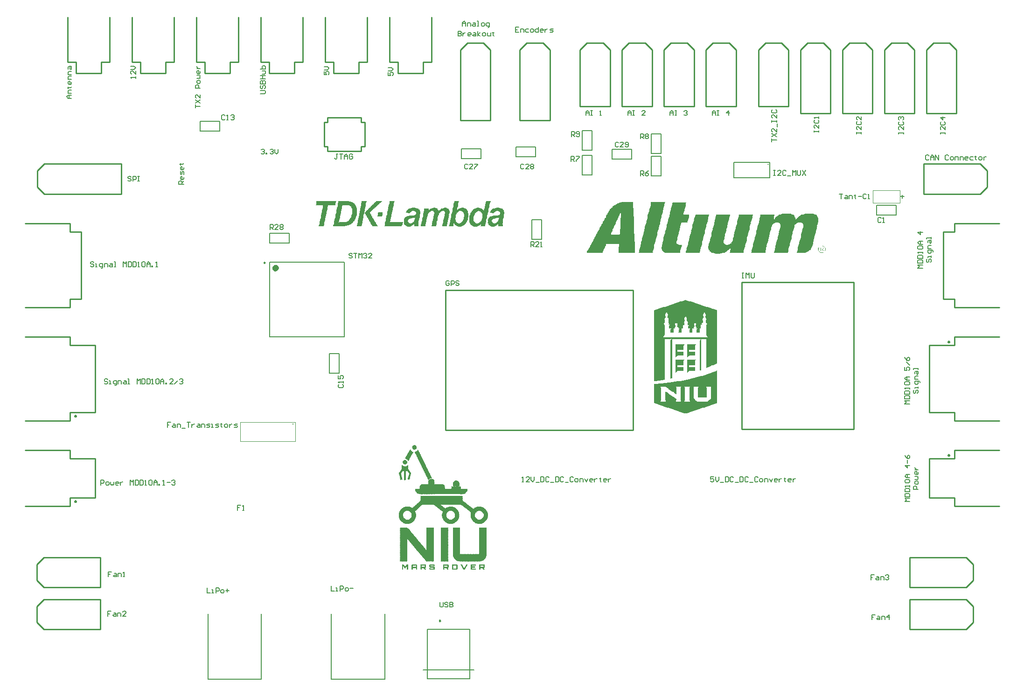
<source format=gto>
G04 Layer_Color=65535*
%FSLAX25Y25*%
%MOIN*%
G70*
G01*
G75*
%ADD20C,0.01000*%
%ADD59C,0.00984*%
%ADD60C,0.02362*%
%ADD61C,0.00500*%
%ADD62C,0.01000*%
%ADD63C,0.00591*%
%ADD64C,0.00787*%
%ADD65C,0.00200*%
%ADD66C,0.00250*%
%ADD67C,0.00800*%
G36*
X662390Y160942D02*
X662721Y160721D01*
X662942Y160390D01*
X663020Y160000D01*
X662942Y159610D01*
X662721Y159279D01*
X662390Y159058D01*
X662000Y158980D01*
X661610Y159058D01*
X661279Y159279D01*
X661058Y159610D01*
X660980Y160000D01*
X661058Y160390D01*
X661279Y160721D01*
X661610Y160942D01*
X662000Y161020D01*
X662390Y160942D01*
D02*
G37*
G36*
X280662Y167127D02*
X280778D01*
Y167011D01*
X281126D01*
Y166895D01*
X281242D01*
Y166779D01*
X281358D01*
Y166664D01*
Y166548D01*
X281474D01*
Y166432D01*
Y166316D01*
X281590D01*
Y166200D01*
Y166084D01*
Y165968D01*
X281706D01*
Y165852D01*
Y165736D01*
Y165620D01*
X281822D01*
Y165505D01*
X281706D01*
Y165389D01*
Y165273D01*
Y165157D01*
X281590D01*
Y165041D01*
X281474D01*
Y164925D01*
X281590D01*
Y164809D01*
X281474D01*
Y164693D01*
X281358D01*
Y164577D01*
X281242D01*
Y164461D01*
X281126D01*
Y164345D01*
X281010D01*
Y164229D01*
X280894D01*
Y164113D01*
X280778D01*
Y164229D01*
X280662D01*
Y164113D01*
X280315D01*
Y163998D01*
X280199D01*
Y164113D01*
X280083D01*
Y163998D01*
X279967D01*
Y164113D01*
X279387D01*
Y164229D01*
X279272D01*
Y164345D01*
X279040D01*
Y164461D01*
X278924D01*
Y164577D01*
X278808D01*
Y164693D01*
Y164809D01*
X278692D01*
Y164925D01*
X278576D01*
Y165041D01*
X278460D01*
Y165157D01*
X278576D01*
Y165273D01*
X278460D01*
Y165389D01*
X278576D01*
Y165505D01*
X278460D01*
Y165620D01*
X278576D01*
Y165736D01*
X278460D01*
Y165852D01*
X278576D01*
Y165968D01*
X278460D01*
Y166084D01*
X278576D01*
Y166200D01*
Y166316D01*
X278692D01*
Y166432D01*
Y166548D01*
X278808D01*
Y166664D01*
X278924D01*
Y166779D01*
X279040D01*
Y166895D01*
X279156D01*
Y167011D01*
X279272D01*
Y167127D01*
X279387D01*
Y167011D01*
X279503D01*
Y167127D01*
X279619D01*
Y167243D01*
X280431D01*
Y167127D01*
X280547D01*
Y167243D01*
X280662D01*
Y167127D01*
D02*
G37*
G36*
X38390Y188942D02*
X38721Y188721D01*
X38942Y188390D01*
X39020Y188000D01*
X38942Y187610D01*
X38721Y187279D01*
X38390Y187058D01*
X38000Y186980D01*
X37610Y187058D01*
X37279Y187279D01*
X37058Y187610D01*
X36980Y188000D01*
X37058Y188390D01*
X37279Y188721D01*
X37610Y188942D01*
X38000Y189020D01*
X38390Y188942D01*
D02*
G37*
G36*
X277301Y164113D02*
Y163998D01*
X277417D01*
Y163882D01*
X277533D01*
Y163766D01*
X277649D01*
Y163650D01*
X277533D01*
Y163534D01*
X277649D01*
Y163418D01*
X277765D01*
Y163302D01*
X277881D01*
Y163186D01*
X277996D01*
Y163070D01*
X278112D01*
Y162954D01*
X278228D01*
Y162838D01*
X278344D01*
Y162723D01*
X278460D01*
Y162607D01*
X278808D01*
Y162491D01*
X278924D01*
Y162375D01*
X279040D01*
Y162491D01*
X279156D01*
Y162375D01*
X279272D01*
Y162491D01*
X279387D01*
Y162375D01*
X279503D01*
Y162259D01*
X279387D01*
Y162143D01*
Y162027D01*
Y161911D01*
X279272D01*
Y161795D01*
X279156D01*
Y161679D01*
X279040D01*
Y161563D01*
Y161447D01*
Y161331D01*
X278924D01*
Y161216D01*
X278808D01*
Y161100D01*
X278692D01*
Y160984D01*
X278808D01*
Y160868D01*
X278692D01*
Y160752D01*
X278576D01*
Y160636D01*
X278460D01*
Y160520D01*
Y160404D01*
X278344D01*
Y160288D01*
Y160172D01*
X278228D01*
Y160056D01*
Y159941D01*
X278112D01*
Y159825D01*
Y159709D01*
X277996D01*
Y159593D01*
X277881D01*
Y159477D01*
X277765D01*
Y159361D01*
X277881D01*
Y159245D01*
X277765D01*
Y159129D01*
X277649D01*
Y159013D01*
X277533D01*
Y158897D01*
Y158781D01*
Y158666D01*
X277417D01*
Y158550D01*
X277301D01*
Y158434D01*
X277185D01*
Y158318D01*
Y158202D01*
Y158086D01*
X277069D01*
Y157970D01*
X276953D01*
Y157854D01*
X276837D01*
Y157738D01*
X276953D01*
Y157622D01*
X276837D01*
Y157506D01*
X276721D01*
Y157390D01*
X276606D01*
Y157274D01*
Y157159D01*
X276490D01*
Y157043D01*
Y156927D01*
X276374D01*
Y156811D01*
Y156695D01*
X276258D01*
Y156579D01*
Y156463D01*
X276142D01*
Y156347D01*
X276026D01*
Y156231D01*
X275910D01*
Y156115D01*
X276026D01*
Y155999D01*
X275910D01*
Y155884D01*
X275794D01*
Y155999D01*
X275678D01*
Y156115D01*
X275562D01*
Y156231D01*
X275446D01*
Y156347D01*
Y156463D01*
X275330D01*
Y156579D01*
Y156695D01*
X275099D01*
Y156811D01*
Y156927D01*
X274751D01*
Y157043D01*
Y157159D01*
X274519D01*
Y157274D01*
X274403D01*
Y157390D01*
X274055D01*
Y157506D01*
X273708D01*
Y157622D01*
X273360D01*
Y157738D01*
X273476D01*
Y157854D01*
Y157970D01*
Y158086D01*
X273592D01*
Y158202D01*
X273708D01*
Y158318D01*
Y158434D01*
X273823D01*
Y158550D01*
Y158666D01*
X273939D01*
Y158781D01*
X274055D01*
Y158897D01*
X274171D01*
Y159013D01*
X274055D01*
Y159129D01*
X274171D01*
Y159245D01*
X274287D01*
Y159361D01*
X274403D01*
Y159477D01*
Y159593D01*
X274519D01*
Y159709D01*
Y159825D01*
X274635D01*
Y159941D01*
X274751D01*
Y160056D01*
X274867D01*
Y160172D01*
X274751D01*
Y160288D01*
X274867D01*
Y160404D01*
X274983D01*
Y160520D01*
X275099D01*
Y160636D01*
X274983D01*
Y160752D01*
X275099D01*
Y160868D01*
X275215D01*
Y160984D01*
X275330D01*
Y161100D01*
Y161216D01*
X275446D01*
Y161331D01*
Y161447D01*
X275562D01*
Y161563D01*
X275678D01*
Y161679D01*
X275794D01*
Y161795D01*
X275678D01*
Y161911D01*
X275794D01*
Y162027D01*
X275910D01*
Y162143D01*
X276026D01*
Y162259D01*
Y162375D01*
Y162491D01*
X276142D01*
Y162607D01*
X276258D01*
Y162723D01*
Y162838D01*
X276374D01*
Y162954D01*
Y163070D01*
X276490D01*
Y163186D01*
X276606D01*
Y163302D01*
X276721D01*
Y163418D01*
X276606D01*
Y163534D01*
X276721D01*
Y163650D01*
X276837D01*
Y163766D01*
X276953D01*
Y163882D01*
Y163998D01*
X277069D01*
Y164113D01*
Y164229D01*
X277301D01*
Y164113D01*
D02*
G37*
G36*
X292602Y143133D02*
X293181D01*
Y143017D01*
X293297D01*
Y142901D01*
X293413D01*
Y143017D01*
X293529D01*
Y142901D01*
X293645D01*
Y142785D01*
X293761D01*
Y142669D01*
X293993D01*
Y142553D01*
Y142437D01*
X294109D01*
Y142322D01*
X294225D01*
Y142206D01*
X294340D01*
Y142090D01*
X294456D01*
Y141974D01*
Y141858D01*
Y141742D01*
X294572D01*
Y141626D01*
Y141510D01*
Y141394D01*
Y141278D01*
Y141162D01*
X294688D01*
Y141046D01*
X294572D01*
Y140930D01*
Y140815D01*
Y140699D01*
X294688D01*
Y140583D01*
X294572D01*
Y140467D01*
Y140351D01*
Y140235D01*
X294688D01*
Y140119D01*
X294572D01*
Y140003D01*
Y139887D01*
Y139771D01*
X294688D01*
Y139655D01*
X294572D01*
Y139540D01*
Y139424D01*
Y139308D01*
X294688D01*
Y139192D01*
X300600D01*
Y139076D01*
X300716D01*
Y139192D01*
X300832D01*
Y139076D01*
X300948D01*
Y138960D01*
X301295D01*
Y138844D01*
X301411D01*
Y138728D01*
X301527D01*
Y138612D01*
X301643D01*
Y138496D01*
X301759D01*
Y138380D01*
Y138264D01*
Y138148D01*
X301875D01*
Y138033D01*
X301991D01*
Y137917D01*
X301875D01*
Y137801D01*
X301991D01*
Y137685D01*
X301875D01*
Y137569D01*
X301991D01*
Y137453D01*
Y137337D01*
Y137221D01*
X301875D01*
Y137105D01*
X301991D01*
Y136989D01*
Y136873D01*
Y136758D01*
X301875D01*
Y136642D01*
X301991D01*
Y136526D01*
Y136410D01*
Y136294D01*
X301875D01*
Y136178D01*
X301991D01*
Y136062D01*
Y135946D01*
Y135830D01*
X302107D01*
Y135946D01*
X302454D01*
Y135830D01*
X302570D01*
Y135946D01*
X302918D01*
Y135830D01*
X303034D01*
Y135946D01*
X303382D01*
Y135830D01*
X303498D01*
Y135946D01*
X303846D01*
Y135830D01*
X303961D01*
Y135946D01*
X304309D01*
Y135830D01*
X304425D01*
Y135946D01*
X304773D01*
Y135830D01*
X304889D01*
Y135946D01*
X305237D01*
Y135830D01*
X305352D01*
Y135946D01*
X305700D01*
Y135830D01*
X305816D01*
Y135946D01*
X306164D01*
Y135830D01*
X306280D01*
Y135946D01*
X306627D01*
Y136062D01*
X306511D01*
Y136178D01*
X306627D01*
Y136294D01*
Y136410D01*
Y136526D01*
X306511D01*
Y136642D01*
X306627D01*
Y136758D01*
Y136873D01*
Y136989D01*
X306511D01*
Y137105D01*
X306627D01*
Y137221D01*
Y137337D01*
Y137453D01*
X306511D01*
Y137569D01*
X306627D01*
Y137685D01*
X306743D01*
Y137569D01*
X306859D01*
Y137685D01*
X306975D01*
Y137569D01*
X307091D01*
Y137685D01*
X307207D01*
Y137569D01*
X307323D01*
Y137685D01*
X307439D01*
Y137569D01*
X307555D01*
Y137685D01*
X307671D01*
Y137569D01*
X307787D01*
Y137685D01*
X307903D01*
Y137569D01*
X308018D01*
Y137685D01*
X308134D01*
Y137569D01*
X308250D01*
Y137685D01*
X308366D01*
Y137569D01*
X308482D01*
Y137685D01*
X308598D01*
Y137569D01*
X308714D01*
Y137685D01*
X308830D01*
Y137569D01*
X308946D01*
Y137685D01*
X309062D01*
Y137569D01*
X309178D01*
Y137685D01*
X309294D01*
Y137569D01*
X309409D01*
Y137685D01*
X309525D01*
Y137569D01*
X309641D01*
Y137685D01*
X309757D01*
Y137569D01*
X309873D01*
Y137685D01*
X309989D01*
Y137569D01*
X310105D01*
Y137685D01*
X310221D01*
Y137569D01*
X310337D01*
Y137685D01*
X310453D01*
Y137569D01*
X310569D01*
Y137685D01*
X310684D01*
Y137569D01*
X310800D01*
Y137685D01*
X310916D01*
Y137569D01*
X311032D01*
Y137685D01*
X311148D01*
Y137569D01*
X311264D01*
Y137685D01*
X311380D01*
Y137569D01*
X311496D01*
Y137685D01*
X311612D01*
Y137569D01*
X311728D01*
Y137685D01*
X311844D01*
Y137569D01*
X311960D01*
Y137685D01*
X312075D01*
Y137569D01*
X312191D01*
Y137685D01*
X312307D01*
Y137569D01*
X312423D01*
Y137685D01*
X312539D01*
Y137569D01*
X312655D01*
Y137685D01*
X312771D01*
Y137569D01*
X312887D01*
Y137685D01*
X313003D01*
Y137569D01*
X313119D01*
Y137685D01*
X313235D01*
Y137569D01*
X313351D01*
Y137453D01*
X313466D01*
Y137337D01*
X313351D01*
Y137221D01*
X313466D01*
Y137105D01*
X313351D01*
Y136989D01*
X313466D01*
Y136873D01*
Y136758D01*
Y136642D01*
X313351D01*
Y136526D01*
X313466D01*
Y136410D01*
X313351D01*
Y136294D01*
X313466D01*
Y136178D01*
X313351D01*
Y136062D01*
X313466D01*
Y135946D01*
X313582D01*
Y135830D01*
X313698D01*
Y135946D01*
X314046D01*
Y135830D01*
X314162D01*
Y135946D01*
X314510D01*
Y135830D01*
X314626D01*
Y135946D01*
X314973D01*
Y135830D01*
X315089D01*
Y135946D01*
X315437D01*
Y135830D01*
X315553D01*
Y135946D01*
X315901D01*
Y135830D01*
X316017D01*
Y135946D01*
X316364D01*
Y135830D01*
X316480D01*
Y135946D01*
X316828D01*
Y135830D01*
X316944D01*
Y135946D01*
X317292D01*
Y135830D01*
X317407D01*
Y135946D01*
X317755D01*
Y135830D01*
X317871D01*
Y135946D01*
X318219D01*
Y135830D01*
X318103D01*
Y135714D01*
X318219D01*
Y135598D01*
X318103D01*
Y135483D01*
X318219D01*
Y135367D01*
X318103D01*
Y135251D01*
X318219D01*
Y135135D01*
X318103D01*
Y135019D01*
Y134903D01*
Y134787D01*
X317987D01*
Y134671D01*
X317871D01*
Y134555D01*
X317987D01*
Y134439D01*
X317871D01*
Y134323D01*
Y134207D01*
X317755D01*
Y134091D01*
Y133976D01*
X317639D01*
Y133860D01*
X317524D01*
Y133744D01*
X317407D01*
Y133628D01*
X317292D01*
Y133512D01*
X317176D01*
Y133396D01*
X317292D01*
Y133280D01*
X316944D01*
Y133164D01*
X316828D01*
Y133048D01*
X316712D01*
Y132932D01*
X316596D01*
Y132816D01*
X316480D01*
Y132701D01*
X316248D01*
Y132585D01*
X316017D01*
Y132469D01*
X315901D01*
Y132585D01*
X315785D01*
Y132469D01*
X315901D01*
Y132353D01*
X315785D01*
Y132469D01*
X315669D01*
Y132353D01*
X315089D01*
Y132237D01*
X314973D01*
Y132353D01*
X314857D01*
Y132237D01*
X314741D01*
Y132353D01*
X314626D01*
Y132237D01*
X314278D01*
Y132121D01*
X314162D01*
Y132237D01*
X313814D01*
Y132121D01*
X313698D01*
Y132237D01*
X313582D01*
Y132121D01*
X313466D01*
Y132237D01*
X313351D01*
Y132121D01*
X313235D01*
Y132237D01*
X313119D01*
Y132121D01*
X313003D01*
Y132237D01*
X312887D01*
Y132121D01*
X312771D01*
Y132237D01*
X312423D01*
Y132121D01*
X312307D01*
Y132237D01*
X311960D01*
Y132353D01*
X311844D01*
Y132237D01*
X311496D01*
Y132353D01*
X311380D01*
Y132237D01*
X311032D01*
Y132353D01*
X310916D01*
Y132237D01*
X310800D01*
Y132353D01*
X310684D01*
Y132237D01*
X310569D01*
Y132353D01*
X310453D01*
Y132237D01*
X310337D01*
Y132353D01*
X310221D01*
Y132237D01*
X310105D01*
Y132353D01*
X309989D01*
Y132237D01*
X309873D01*
Y132353D01*
X309757D01*
Y132237D01*
X309641D01*
Y132353D01*
X309525D01*
Y132237D01*
X309409D01*
Y132353D01*
X309294D01*
Y132237D01*
X309178D01*
Y132353D01*
X309062D01*
Y132237D01*
X308946D01*
Y132353D01*
X308830D01*
Y132237D01*
X308714D01*
Y132353D01*
X308598D01*
Y132237D01*
X308482D01*
Y132353D01*
X308366D01*
Y132237D01*
X308250D01*
Y132353D01*
X308134D01*
Y132237D01*
X308018D01*
Y132353D01*
X307903D01*
Y132237D01*
X307787D01*
Y132353D01*
X307671D01*
Y132237D01*
X307555D01*
Y132353D01*
X307439D01*
Y132237D01*
X307323D01*
Y132353D01*
X307207D01*
Y132237D01*
X307091D01*
Y132353D01*
X306975D01*
Y132237D01*
X306859D01*
Y132353D01*
X306743D01*
Y132237D01*
X306627D01*
Y132353D01*
X306511D01*
Y132237D01*
X306396D01*
Y132353D01*
X306280D01*
Y132237D01*
X306164D01*
Y132353D01*
X306048D01*
Y132237D01*
X305932D01*
Y132353D01*
X305816D01*
Y132237D01*
X305700D01*
Y132353D01*
X305584D01*
Y132237D01*
X305468D01*
Y132353D01*
X305352D01*
Y132237D01*
X305237D01*
Y132353D01*
X305121D01*
Y132237D01*
X305005D01*
Y132353D01*
X304889D01*
Y132237D01*
X304773D01*
Y132353D01*
X304657D01*
Y132237D01*
X304541D01*
Y132353D01*
X304425D01*
Y132237D01*
X304309D01*
Y132353D01*
X304193D01*
Y132237D01*
X304077D01*
Y132353D01*
X303961D01*
Y132237D01*
X303846D01*
Y132353D01*
X303730D01*
Y132237D01*
X303614D01*
Y132353D01*
X303498D01*
Y132237D01*
X303382D01*
Y132353D01*
X303266D01*
Y132237D01*
X303150D01*
Y132353D01*
X303034D01*
Y132237D01*
X302918D01*
Y132353D01*
X302802D01*
Y132237D01*
X302686D01*
Y132353D01*
X302570D01*
Y132237D01*
X302454D01*
Y132353D01*
X302339D01*
Y132237D01*
X302223D01*
Y132353D01*
X302107D01*
Y132237D01*
X301991D01*
Y132353D01*
X301875D01*
Y132237D01*
X301759D01*
Y132353D01*
X301643D01*
Y132237D01*
X301527D01*
Y132353D01*
X301411D01*
Y132237D01*
X301295D01*
Y132353D01*
X301179D01*
Y132237D01*
X301063D01*
Y132353D01*
X300948D01*
Y132237D01*
X300832D01*
Y132353D01*
X300716D01*
Y132237D01*
X300600D01*
Y132353D01*
X300484D01*
Y132237D01*
X300368D01*
Y132353D01*
X300252D01*
Y132237D01*
X300136D01*
Y132353D01*
X300020D01*
Y132237D01*
X299904D01*
Y132353D01*
X299788D01*
Y132237D01*
X299673D01*
Y132353D01*
X299557D01*
Y132237D01*
X299441D01*
Y132353D01*
X299325D01*
Y132237D01*
X299209D01*
Y132353D01*
X299093D01*
Y132237D01*
X298977D01*
Y132353D01*
X298861D01*
Y132237D01*
X298745D01*
Y132353D01*
X298629D01*
Y132237D01*
X298513D01*
Y132353D01*
X298397D01*
Y132237D01*
X298282D01*
Y132353D01*
X298166D01*
Y132237D01*
X298050D01*
Y132353D01*
X297934D01*
Y132237D01*
X297818D01*
Y132353D01*
X297702D01*
Y132237D01*
X297586D01*
Y132353D01*
X297470D01*
Y132237D01*
X297122D01*
Y132353D01*
X297007D01*
Y132237D01*
X296659D01*
Y132353D01*
X296543D01*
Y132237D01*
X296195D01*
Y132353D01*
X296079D01*
Y132237D01*
X295731D01*
Y132353D01*
X295616D01*
Y132237D01*
X295268D01*
Y132353D01*
X295152D01*
Y132237D01*
X294804D01*
Y132121D01*
X294688D01*
Y132237D01*
X294340D01*
Y132121D01*
X294225D01*
Y132237D01*
X293877D01*
Y132121D01*
X293761D01*
Y132237D01*
X293413D01*
Y132121D01*
X293297D01*
Y132237D01*
X292950D01*
Y132121D01*
X292834D01*
Y132237D01*
X292718D01*
Y132121D01*
X292602D01*
Y132237D01*
X292486D01*
Y132121D01*
X292370D01*
Y132237D01*
X292254D01*
Y132121D01*
X292138D01*
Y132237D01*
X292022D01*
Y132121D01*
X291906D01*
Y132237D01*
X291790D01*
Y132121D01*
X291674D01*
Y132237D01*
X291559D01*
Y132121D01*
X291443D01*
Y132237D01*
X291327D01*
Y132121D01*
X291211D01*
Y132237D01*
X291095D01*
Y132121D01*
X290979D01*
Y132237D01*
X290863D01*
Y132121D01*
X290747D01*
Y132237D01*
X290631D01*
Y132121D01*
X290515D01*
Y132237D01*
X290399D01*
Y132121D01*
X290283D01*
Y132237D01*
X290167D01*
Y132121D01*
X290052D01*
Y132237D01*
X289936D01*
Y132121D01*
X289820D01*
Y132237D01*
X289704D01*
Y132121D01*
X289588D01*
Y132237D01*
X289472D01*
Y132121D01*
X289356D01*
Y132237D01*
X289240D01*
Y132121D01*
X289124D01*
Y132237D01*
X289008D01*
Y132121D01*
X288893D01*
Y132237D01*
X288776D01*
Y132121D01*
X288661D01*
Y132237D01*
X288545D01*
Y132121D01*
X288429D01*
Y132237D01*
X288313D01*
Y132121D01*
X288197D01*
Y132237D01*
X288081D01*
Y132121D01*
X287965D01*
Y132237D01*
X287849D01*
Y132121D01*
X287733D01*
Y132237D01*
X287617D01*
Y132121D01*
X287502D01*
Y132237D01*
X287386D01*
Y132121D01*
X287270D01*
Y132237D01*
X287154D01*
Y132121D01*
X287038D01*
Y132237D01*
X286922D01*
Y132121D01*
X286806D01*
Y132237D01*
X286690D01*
Y132121D01*
X286574D01*
Y132237D01*
X286458D01*
Y132121D01*
X286342D01*
Y132237D01*
X286226D01*
Y132121D01*
X285879D01*
Y132237D01*
X285763D01*
Y132121D01*
X285415D01*
Y132237D01*
X285299D01*
Y132121D01*
X285183D01*
Y132237D01*
X285067D01*
Y132121D01*
X284951D01*
Y132237D01*
X284835D01*
Y132121D01*
X284719D01*
Y132237D01*
X284604D01*
Y132121D01*
X284488D01*
Y132237D01*
X284140D01*
Y132353D01*
X284024D01*
Y132237D01*
X283908D01*
Y132353D01*
X283792D01*
Y132237D01*
X283676D01*
Y132353D01*
X283097D01*
Y132469D01*
X282981D01*
Y132585D01*
X282865D01*
Y132469D01*
X282749D01*
Y132585D01*
X282401D01*
Y132701D01*
X282285D01*
Y132816D01*
X281938D01*
Y132932D01*
X282053D01*
Y133048D01*
X281706D01*
Y133164D01*
Y133280D01*
X281474D01*
Y133396D01*
X281590D01*
Y133512D01*
X281358D01*
Y133628D01*
Y133744D01*
X281242D01*
Y133860D01*
X281126D01*
Y133976D01*
Y134091D01*
Y134207D01*
X281010D01*
Y134323D01*
Y134439D01*
X280894D01*
Y134555D01*
Y134671D01*
X280778D01*
Y134787D01*
X280894D01*
Y134903D01*
X280778D01*
Y135019D01*
Y135135D01*
Y135251D01*
X280662D01*
Y135367D01*
Y135483D01*
Y135598D01*
X280547D01*
Y135714D01*
X280662D01*
Y135830D01*
X280547D01*
Y135946D01*
X280662D01*
Y135830D01*
X280778D01*
Y135946D01*
X281126D01*
Y135830D01*
X281242D01*
Y135946D01*
X281590D01*
Y135830D01*
X281706D01*
Y135946D01*
X282053D01*
Y135830D01*
X282169D01*
Y135946D01*
X282517D01*
Y135830D01*
X282633D01*
Y135946D01*
X282981D01*
Y135830D01*
X283097D01*
Y135946D01*
X283444D01*
Y135830D01*
X283560D01*
Y135946D01*
X283908D01*
Y136062D01*
X283792D01*
Y136178D01*
X283908D01*
Y136294D01*
X283792D01*
Y136410D01*
X283908D01*
Y136526D01*
X283792D01*
Y136642D01*
X283908D01*
Y136758D01*
X283792D01*
Y136873D01*
X283908D01*
Y136989D01*
X283792D01*
Y137105D01*
X283908D01*
Y137221D01*
X283792D01*
Y137337D01*
X283908D01*
Y137453D01*
X283792D01*
Y137569D01*
X283908D01*
Y137685D01*
X283792D01*
Y137801D01*
X283908D01*
Y137917D01*
Y138033D01*
Y138148D01*
X284024D01*
Y138264D01*
X284140D01*
Y138380D01*
Y138496D01*
X284256D01*
Y138612D01*
Y138728D01*
X284604D01*
Y138844D01*
X284719D01*
Y138960D01*
X284835D01*
Y139076D01*
X284951D01*
Y139192D01*
X285067D01*
Y139076D01*
X285183D01*
Y139192D01*
X289936D01*
Y139308D01*
Y139424D01*
Y139540D01*
X290052D01*
Y139655D01*
X289936D01*
Y139771D01*
Y139887D01*
Y140003D01*
X290052D01*
Y140119D01*
X289936D01*
Y140235D01*
Y140351D01*
Y140467D01*
X290052D01*
Y140583D01*
X289936D01*
Y140699D01*
Y140815D01*
Y140930D01*
X290052D01*
Y141046D01*
X289936D01*
Y141162D01*
X290052D01*
Y141278D01*
Y141394D01*
Y141510D01*
X290167D01*
Y141626D01*
X290052D01*
Y141742D01*
X290167D01*
Y141858D01*
X290283D01*
Y141974D01*
Y142090D01*
Y142206D01*
X290399D01*
Y142322D01*
X290515D01*
Y142437D01*
X290631D01*
Y142553D01*
X290747D01*
Y142669D01*
X290863D01*
Y142785D01*
X290979D01*
Y142901D01*
X291327D01*
Y143017D01*
X291443D01*
Y143133D01*
X292022D01*
Y143249D01*
X292138D01*
Y143133D01*
X292254D01*
Y143249D01*
X292370D01*
Y143133D01*
X292486D01*
Y143249D01*
X292602D01*
Y143133D01*
D02*
G37*
G36*
X282865Y163882D02*
Y163766D01*
X282981D01*
Y163650D01*
Y163534D01*
X283097D01*
Y163418D01*
Y163302D01*
X283213D01*
Y163186D01*
Y163070D01*
Y162954D01*
X283329D01*
Y162838D01*
X283444D01*
Y162723D01*
Y162607D01*
X283560D01*
Y162491D01*
Y162375D01*
X283676D01*
Y162259D01*
Y162143D01*
Y162027D01*
X283792D01*
Y161911D01*
X283908D01*
Y161795D01*
X283792D01*
Y161679D01*
X283908D01*
Y161563D01*
X284024D01*
Y161447D01*
X284140D01*
Y161331D01*
Y161216D01*
Y161100D01*
X284256D01*
Y160984D01*
X284372D01*
Y160868D01*
X284256D01*
Y160752D01*
X284372D01*
Y160636D01*
X284488D01*
Y160520D01*
X284604D01*
Y160404D01*
X284488D01*
Y160288D01*
X284604D01*
Y160172D01*
X284719D01*
Y160056D01*
X284835D01*
Y159941D01*
X284719D01*
Y159825D01*
X284835D01*
Y159709D01*
X284951D01*
Y159593D01*
X285067D01*
Y159477D01*
X284951D01*
Y159361D01*
X285067D01*
Y159245D01*
X285183D01*
Y159129D01*
X285299D01*
Y159013D01*
X285183D01*
Y158897D01*
X285299D01*
Y158781D01*
X285415D01*
Y158666D01*
X285531D01*
Y158550D01*
X285415D01*
Y158434D01*
X285531D01*
Y158318D01*
X285647D01*
Y158202D01*
Y158086D01*
Y157970D01*
X285763D01*
Y157854D01*
X285879D01*
Y157738D01*
X285995D01*
Y157622D01*
X285879D01*
Y157506D01*
X285995D01*
Y157390D01*
X286110D01*
Y157274D01*
Y157159D01*
Y157043D01*
X286226D01*
Y156927D01*
X286342D01*
Y156811D01*
Y156695D01*
Y156579D01*
X286458D01*
Y156463D01*
X286574D01*
Y156347D01*
Y156231D01*
Y156115D01*
X286690D01*
Y155999D01*
X286806D01*
Y155884D01*
Y155768D01*
Y155652D01*
X286922D01*
Y155536D01*
Y155420D01*
X287038D01*
Y155304D01*
Y155188D01*
X287154D01*
Y155072D01*
Y154956D01*
X287270D01*
Y154840D01*
Y154724D01*
X287386D01*
Y154609D01*
Y154492D01*
X287502D01*
Y154377D01*
Y154261D01*
X287617D01*
Y154145D01*
Y154029D01*
Y153913D01*
X287733D01*
Y153797D01*
X287849D01*
Y153681D01*
Y153565D01*
X287965D01*
Y153449D01*
Y153333D01*
X288081D01*
Y153217D01*
Y153102D01*
Y152986D01*
X288197D01*
Y152870D01*
X288313D01*
Y152754D01*
Y152638D01*
Y152522D01*
X288429D01*
Y152406D01*
X288545D01*
Y152290D01*
Y152174D01*
Y152058D01*
X288661D01*
Y151942D01*
X288776D01*
Y151827D01*
X288661D01*
Y151711D01*
X288776D01*
Y151595D01*
X288893D01*
Y151479D01*
X289008D01*
Y151363D01*
Y151247D01*
Y151131D01*
X289124D01*
Y151015D01*
X289240D01*
Y150899D01*
X289124D01*
Y150783D01*
X289240D01*
Y150667D01*
X289356D01*
Y150551D01*
X289472D01*
Y150435D01*
Y150320D01*
Y150204D01*
X289588D01*
Y150088D01*
X289704D01*
Y149972D01*
X289588D01*
Y149856D01*
X289704D01*
Y149740D01*
X289820D01*
Y149624D01*
X289936D01*
Y149508D01*
X289820D01*
Y149392D01*
X289936D01*
Y149276D01*
X290052D01*
Y149160D01*
X290167D01*
Y149045D01*
X290052D01*
Y148929D01*
X290167D01*
Y148813D01*
X290283D01*
Y148697D01*
X290399D01*
Y148581D01*
X290283D01*
Y148465D01*
X290399D01*
Y148349D01*
X290515D01*
Y148233D01*
Y148117D01*
Y148001D01*
X290631D01*
Y147885D01*
X290747D01*
Y147769D01*
X290863D01*
Y147653D01*
X290747D01*
Y147538D01*
X290863D01*
Y147422D01*
Y147306D01*
X290979D01*
Y147190D01*
Y147074D01*
X291095D01*
Y146958D01*
X291211D01*
Y146842D01*
X291327D01*
Y146726D01*
X291211D01*
Y146610D01*
X291327D01*
Y146494D01*
Y146379D01*
X291443D01*
Y146263D01*
Y146147D01*
X291559D01*
Y146031D01*
Y145915D01*
X291674D01*
Y145799D01*
Y145683D01*
X291790D01*
Y145567D01*
Y145451D01*
X291906D01*
Y145335D01*
Y145219D01*
X292022D01*
Y145103D01*
Y144987D01*
X292138D01*
Y144872D01*
Y144756D01*
X292254D01*
Y144640D01*
Y144524D01*
X292370D01*
Y144408D01*
Y144292D01*
X292486D01*
Y144176D01*
Y144060D01*
Y143944D01*
X292602D01*
Y143828D01*
X292718D01*
Y143712D01*
X292602D01*
Y143596D01*
X292254D01*
Y143712D01*
X292138D01*
Y143596D01*
X292254D01*
Y143481D01*
X292138D01*
Y143596D01*
X292022D01*
Y143481D01*
X291906D01*
Y143596D01*
X291790D01*
Y143481D01*
X291443D01*
Y143365D01*
X291327D01*
Y143249D01*
X290979D01*
Y143133D01*
X290863D01*
Y143017D01*
X290747D01*
Y142901D01*
X290631D01*
Y142785D01*
X290515D01*
Y142669D01*
X290399D01*
Y142553D01*
X290283D01*
Y142437D01*
X290167D01*
Y142322D01*
X290052D01*
Y142437D01*
X289936D01*
Y142553D01*
X289820D01*
Y142669D01*
X289936D01*
Y142785D01*
X289820D01*
Y142901D01*
Y143017D01*
X289704D01*
Y143133D01*
Y143249D01*
X289588D01*
Y143365D01*
X289472D01*
Y143481D01*
Y143596D01*
Y143712D01*
X289356D01*
Y143828D01*
Y143944D01*
X289240D01*
Y144060D01*
Y144176D01*
X289124D01*
Y144292D01*
Y144408D01*
X289008D01*
Y144524D01*
Y144640D01*
X288893D01*
Y144756D01*
Y144872D01*
X288776D01*
Y144987D01*
Y145103D01*
X288661D01*
Y145219D01*
Y145335D01*
X288545D01*
Y145451D01*
Y145567D01*
X288429D01*
Y145683D01*
Y145799D01*
Y145915D01*
X288313D01*
Y146031D01*
X288197D01*
Y146147D01*
Y146263D01*
Y146379D01*
X288081D01*
Y146494D01*
X287965D01*
Y146610D01*
Y146726D01*
Y146842D01*
X287849D01*
Y146958D01*
X287733D01*
Y147074D01*
X287849D01*
Y147190D01*
X287733D01*
Y147306D01*
X287617D01*
Y147422D01*
X287502D01*
Y147538D01*
Y147653D01*
Y147769D01*
X287386D01*
Y147885D01*
X287270D01*
Y148001D01*
X287386D01*
Y148117D01*
X287270D01*
Y148233D01*
X287154D01*
Y148349D01*
X287038D01*
Y148465D01*
X287154D01*
Y148581D01*
X287038D01*
Y148697D01*
X286922D01*
Y148813D01*
X286806D01*
Y148929D01*
X286922D01*
Y149045D01*
X286806D01*
Y149160D01*
X286690D01*
Y149276D01*
X286574D01*
Y149392D01*
X286690D01*
Y149508D01*
X286574D01*
Y149624D01*
X286458D01*
Y149740D01*
X286342D01*
Y149856D01*
X286458D01*
Y149972D01*
X286342D01*
Y150088D01*
X286226D01*
Y150204D01*
Y150320D01*
Y150435D01*
X286110D01*
Y150551D01*
X285995D01*
Y150667D01*
Y150783D01*
Y150899D01*
X285879D01*
Y151015D01*
X285763D01*
Y151131D01*
Y151247D01*
Y151363D01*
X285647D01*
Y151479D01*
X285531D01*
Y151595D01*
Y151711D01*
Y151827D01*
X285415D01*
Y151942D01*
Y152058D01*
X285299D01*
Y152174D01*
Y152290D01*
X285183D01*
Y152406D01*
Y152522D01*
X285067D01*
Y152638D01*
Y152754D01*
X284951D01*
Y152870D01*
Y152986D01*
X284835D01*
Y153102D01*
Y153217D01*
X284719D01*
Y153333D01*
Y153449D01*
X284604D01*
Y153565D01*
Y153681D01*
X284488D01*
Y153797D01*
Y153913D01*
Y154029D01*
X284372D01*
Y154145D01*
X284256D01*
Y154261D01*
Y154377D01*
X284140D01*
Y154492D01*
Y154609D01*
X284024D01*
Y154724D01*
Y154840D01*
Y154956D01*
X283908D01*
Y155072D01*
X283792D01*
Y155188D01*
X283908D01*
Y155304D01*
X283792D01*
Y155420D01*
X283676D01*
Y155536D01*
X283560D01*
Y155652D01*
Y155768D01*
Y155884D01*
X283444D01*
Y155999D01*
X283329D01*
Y156115D01*
X283444D01*
Y156231D01*
X283329D01*
Y156347D01*
X283213D01*
Y156463D01*
X283097D01*
Y156579D01*
Y156695D01*
Y156811D01*
X282981D01*
Y156927D01*
X282865D01*
Y157043D01*
X282981D01*
Y157159D01*
X282865D01*
Y157274D01*
X282749D01*
Y157390D01*
X282633D01*
Y157506D01*
X282749D01*
Y157622D01*
X282633D01*
Y157738D01*
X282517D01*
Y157854D01*
X282401D01*
Y157970D01*
X282517D01*
Y158086D01*
X282401D01*
Y158202D01*
X282285D01*
Y158318D01*
X282169D01*
Y158434D01*
X282285D01*
Y158550D01*
X282169D01*
Y158666D01*
X282053D01*
Y158781D01*
X281938D01*
Y158897D01*
X282053D01*
Y159013D01*
X281938D01*
Y159129D01*
X281822D01*
Y159245D01*
X281706D01*
Y159361D01*
X281822D01*
Y159477D01*
X281706D01*
Y159593D01*
X281590D01*
Y159709D01*
X281474D01*
Y159825D01*
X281590D01*
Y159941D01*
X281474D01*
Y160056D01*
X281358D01*
Y160172D01*
Y160288D01*
Y160404D01*
X281242D01*
Y160520D01*
X281126D01*
Y160636D01*
X281010D01*
Y160752D01*
X281126D01*
Y160868D01*
X281010D01*
Y160984D01*
X280894D01*
Y161100D01*
Y161216D01*
Y161331D01*
X280778D01*
Y161447D01*
X280662D01*
Y161563D01*
Y161679D01*
Y161795D01*
X280547D01*
Y161911D01*
Y162027D01*
X280431D01*
Y162143D01*
Y162259D01*
X280315D01*
Y162375D01*
X280431D01*
Y162491D01*
X280778D01*
Y162607D01*
X281126D01*
Y162723D01*
X281474D01*
Y162838D01*
X281590D01*
Y162954D01*
X281706D01*
Y163070D01*
X282053D01*
Y163186D01*
X282169D01*
Y163302D01*
X282285D01*
Y163418D01*
X282401D01*
Y163534D01*
X282517D01*
Y163650D01*
Y163766D01*
Y163882D01*
X282633D01*
Y163998D01*
X282865D01*
Y163882D01*
D02*
G37*
G36*
X273592Y156579D02*
X274171D01*
Y156463D01*
X274287D01*
Y156347D01*
X274519D01*
Y156231D01*
Y156115D01*
X274867D01*
Y155999D01*
X274751D01*
Y155884D01*
X274867D01*
Y155768D01*
X274983D01*
Y155652D01*
X275099D01*
Y155536D01*
X274983D01*
Y155420D01*
Y155304D01*
Y155188D01*
X275099D01*
Y155072D01*
X274983D01*
Y154956D01*
Y154840D01*
Y154724D01*
X275099D01*
Y154609D01*
X274983D01*
Y154492D01*
X274867D01*
Y154377D01*
X274751D01*
Y154261D01*
X274867D01*
Y154145D01*
X274751D01*
Y154029D01*
X274635D01*
Y153913D01*
X274519D01*
Y153797D01*
X274403D01*
Y153681D01*
X274055D01*
Y153565D01*
X273939D01*
Y153449D01*
X273823D01*
Y153565D01*
X273708D01*
Y153449D01*
X273592D01*
Y153565D01*
X273476D01*
Y153449D01*
X273360D01*
Y153565D01*
X273244D01*
Y153449D01*
X273128D01*
Y153565D01*
X272780D01*
Y153681D01*
X272548D01*
Y153797D01*
X272432D01*
Y153913D01*
X272317D01*
Y154029D01*
X272201D01*
Y154145D01*
X272085D01*
Y154261D01*
Y154377D01*
X271969D01*
Y154492D01*
Y154609D01*
Y154724D01*
X271853D01*
Y154840D01*
Y154956D01*
Y155072D01*
X271737D01*
Y155188D01*
X271853D01*
Y155304D01*
Y155420D01*
Y155536D01*
X271969D01*
Y155652D01*
Y155768D01*
Y155884D01*
X272085D01*
Y155999D01*
X272201D01*
Y156115D01*
X272317D01*
Y156231D01*
X272432D01*
Y156347D01*
X272548D01*
Y156463D01*
X272664D01*
Y156579D01*
X273476D01*
Y156695D01*
X273592D01*
Y156579D01*
D02*
G37*
G36*
X496526Y197209D02*
X495913D01*
Y196903D01*
X494994D01*
Y196596D01*
X494074D01*
Y196290D01*
X493155D01*
Y195984D01*
X492236D01*
Y195677D01*
X491317D01*
Y195371D01*
X490397D01*
Y195064D01*
X489478D01*
Y194758D01*
X488559D01*
Y194451D01*
X487640D01*
Y194145D01*
X486720D01*
Y193839D01*
X485801D01*
Y193532D01*
X484882D01*
Y193226D01*
X483962D01*
Y192919D01*
X483043D01*
Y192613D01*
X482124D01*
Y192306D01*
X481205D01*
Y192000D01*
X479979D01*
Y191694D01*
X479060D01*
Y191387D01*
X478140D01*
Y191081D01*
X477221D01*
Y190774D01*
X476302D01*
Y190468D01*
X475383D01*
Y190162D01*
X474463D01*
Y189855D01*
X473238D01*
Y190162D01*
X472318D01*
Y190468D01*
X471399D01*
Y190774D01*
X470480D01*
Y191081D01*
X469561D01*
Y191387D01*
X468641D01*
Y191694D01*
X467722D01*
Y192000D01*
X466803D01*
Y192306D01*
X465884D01*
Y192613D01*
X464964D01*
Y192919D01*
X464045D01*
Y193226D01*
X463126D01*
Y193532D01*
X462207D01*
Y193839D01*
X461287D01*
Y194145D01*
X460368D01*
Y194451D01*
X459449D01*
Y194758D01*
X458529D01*
Y195064D01*
X457610D01*
Y195371D01*
X456691D01*
Y195677D01*
X455772D01*
Y195984D01*
X454852D01*
Y196290D01*
X453933D01*
Y196596D01*
X453014D01*
Y196903D01*
X452095D01*
Y197209D01*
X451482D01*
Y210998D01*
X454240D01*
Y211305D01*
X457917D01*
Y211611D01*
X460674D01*
Y211917D01*
X463432D01*
Y212224D01*
X465271D01*
Y212530D01*
X467416D01*
Y212837D01*
X469254D01*
Y213143D01*
X471093D01*
Y213450D01*
X472625D01*
Y213756D01*
X474157D01*
Y214062D01*
X475689D01*
Y214369D01*
X476915D01*
Y214675D01*
X478140D01*
Y214982D01*
X479366D01*
Y215288D01*
X480592D01*
Y215595D01*
X481817D01*
Y215901D01*
X483043D01*
Y216207D01*
X484269D01*
Y216514D01*
X485188D01*
Y216820D01*
X486414D01*
Y217127D01*
X487333D01*
Y217433D01*
X488252D01*
Y217740D01*
X489172D01*
Y218046D01*
X490091D01*
Y218352D01*
X491010D01*
Y218659D01*
X491929D01*
Y218965D01*
X492849D01*
Y219271D01*
X493768D01*
Y219578D01*
X494687D01*
Y219884D01*
X495606D01*
Y220191D01*
X496219D01*
Y220497D01*
X496526D01*
Y197209D01*
D02*
G37*
G36*
X481511Y238882D02*
X481205D01*
Y238576D01*
X480898D01*
Y238270D01*
X480592D01*
Y235206D01*
X476302D01*
Y233980D01*
X480592D01*
Y231222D01*
X476608D01*
Y230916D01*
X475995D01*
Y230609D01*
X475689D01*
Y230303D01*
X475383D01*
Y229996D01*
X475076D01*
Y239189D01*
X481511D01*
Y238882D01*
D02*
G37*
G36*
X662390Y241942D02*
X662721Y241721D01*
X662942Y241390D01*
X663020Y241000D01*
X662942Y240610D01*
X662721Y240279D01*
X662390Y240058D01*
X662000Y239980D01*
X661610Y240058D01*
X661279Y240279D01*
X661058Y240610D01*
X660980Y241000D01*
X661058Y241390D01*
X661279Y241721D01*
X661610Y241942D01*
X662000Y242020D01*
X662390Y241942D01*
D02*
G37*
G36*
X436419Y336498D02*
X436709D01*
Y330680D01*
X437000D01*
Y318463D01*
X437291D01*
Y312645D01*
X437582D01*
Y306537D01*
X437873D01*
Y304501D01*
X426238D01*
Y309155D01*
X426529D01*
Y310900D01*
X417220D01*
Y310318D01*
X416929D01*
Y309736D01*
X416638D01*
Y309446D01*
X416348D01*
Y309155D01*
X416638D01*
Y308864D01*
X416348D01*
Y308282D01*
X416057D01*
Y307700D01*
X415766D01*
Y307409D01*
X415475D01*
Y306246D01*
X415184D01*
Y305664D01*
X414893D01*
Y305373D01*
X414602D01*
Y304501D01*
X403258D01*
Y305082D01*
X403548D01*
Y305955D01*
X403839D01*
Y306246D01*
X404130D01*
Y306537D01*
X404421D01*
Y307409D01*
X404712D01*
Y307991D01*
X405003D01*
Y308282D01*
X405294D01*
Y308864D01*
X405585D01*
Y309736D01*
X405876D01*
Y310027D01*
X406167D01*
Y310318D01*
X406457D01*
Y310900D01*
X406748D01*
Y311773D01*
X407039D01*
Y312354D01*
X407330D01*
Y312645D01*
X407621D01*
Y313227D01*
X407912D01*
Y313809D01*
X408203D01*
Y314391D01*
X408494D01*
Y314682D01*
X408784D01*
Y315554D01*
X409075D01*
Y316136D01*
X409366D01*
Y316718D01*
X409657D01*
Y317300D01*
X409948D01*
Y317590D01*
X410239D01*
Y318172D01*
X410530D01*
Y318463D01*
X410821D01*
Y319336D01*
X411111D01*
Y319917D01*
X411402D01*
Y320208D01*
X411693D01*
Y321081D01*
X411984D01*
Y321372D01*
X412275D01*
Y321954D01*
X412566D01*
Y322535D01*
X412857D01*
Y323117D01*
X413148D01*
Y323699D01*
X413439D01*
Y323990D01*
X413729D01*
Y324863D01*
X414020D01*
Y325444D01*
X414311D01*
Y325735D01*
X414602D01*
Y326317D01*
X414893D01*
Y326899D01*
X415184D01*
Y327481D01*
X415475D01*
Y327771D01*
X415766D01*
Y328353D01*
X416057D01*
Y329226D01*
X416348D01*
Y329808D01*
X416929D01*
Y330680D01*
X417220D01*
Y331262D01*
X417511D01*
Y331844D01*
X417802D01*
Y332135D01*
X418093D01*
Y333007D01*
X418384D01*
Y333298D01*
X418675D01*
Y333880D01*
X418965D01*
Y334753D01*
X419256D01*
Y335044D01*
X419838D01*
Y335916D01*
X420420D01*
Y336207D01*
X420711D01*
Y336498D01*
X421002D01*
Y337080D01*
X421584D01*
Y337371D01*
X421874D01*
Y337952D01*
X422456D01*
Y338243D01*
X422747D01*
Y338534D01*
X423038D01*
Y338825D01*
X423620D01*
Y339116D01*
X424201D01*
Y339407D01*
X424783D01*
Y339698D01*
X425074D01*
Y339988D01*
X426238D01*
Y340280D01*
X426819D01*
Y340570D01*
X427983D01*
Y340861D01*
X429437D01*
Y341152D01*
X436419D01*
Y336498D01*
D02*
G37*
G36*
X473238Y238882D02*
X472931D01*
Y238576D01*
X472625D01*
Y238270D01*
X472318D01*
Y235206D01*
X468028D01*
Y233980D01*
X472318D01*
Y231222D01*
X468335D01*
Y230916D01*
X467722D01*
Y230609D01*
X467416D01*
Y230303D01*
X467109D01*
Y229996D01*
X466803D01*
Y239189D01*
X473238D01*
Y238882D01*
D02*
G37*
G36*
Y228158D02*
X472931D01*
Y227851D01*
X472625D01*
Y227545D01*
X472318D01*
Y224174D01*
X468028D01*
Y222949D01*
X472318D01*
Y220191D01*
X468028D01*
Y219884D01*
X467722D01*
Y219578D01*
X467416D01*
Y219271D01*
X467109D01*
Y218965D01*
X466803D01*
Y228464D01*
X473238D01*
Y228158D01*
D02*
G37*
G36*
X481511D02*
X481205D01*
Y227851D01*
X480898D01*
Y227545D01*
X480592D01*
Y224174D01*
X476302D01*
Y222949D01*
X480592D01*
Y220191D01*
X476302D01*
Y219884D01*
X475995D01*
Y219578D01*
X475689D01*
Y219271D01*
X475383D01*
Y218965D01*
X475076D01*
Y228464D01*
X481511D01*
Y228158D01*
D02*
G37*
G36*
X474157Y270750D02*
X475076D01*
Y270444D01*
X475995D01*
Y270138D01*
X476915D01*
Y269831D01*
X478140D01*
Y269525D01*
X479060D01*
Y269218D01*
X479979D01*
Y268912D01*
X480898D01*
Y268605D01*
X481817D01*
Y268299D01*
X482737D01*
Y267993D01*
X483656D01*
Y267686D01*
X484575D01*
Y267380D01*
X485495D01*
Y267073D01*
X486414D01*
Y266767D01*
X487333D01*
Y266460D01*
X488252D01*
Y266154D01*
X489172D01*
Y265848D01*
X490091D01*
Y265541D01*
X491010D01*
Y265235D01*
X491929D01*
Y264928D01*
X492849D01*
Y264622D01*
X494074D01*
Y264316D01*
X494994D01*
Y264009D01*
X495913D01*
Y263703D01*
X496526D01*
Y225706D01*
X495913D01*
Y225400D01*
X495300D01*
Y225094D01*
X494687D01*
Y224787D01*
X494074D01*
Y224481D01*
X493462D01*
Y224174D01*
X492542D01*
Y223868D01*
X491929D01*
Y223562D01*
X491317D01*
Y223255D01*
X490704D01*
Y222949D01*
X489784D01*
Y222642D01*
X489172D01*
Y222336D01*
X488865D01*
Y242866D01*
X485188D01*
Y220804D01*
X484575D01*
Y220497D01*
X483962D01*
Y241947D01*
X484269D01*
Y242560D01*
X484575D01*
Y242866D01*
X464351D01*
Y214982D01*
X463432D01*
Y214675D01*
X463126D01*
Y242253D01*
X463432D01*
Y242560D01*
X463739D01*
Y243172D01*
X463432D01*
Y242866D01*
X459142D01*
Y214062D01*
X458223D01*
Y213756D01*
X456078D01*
Y213450D01*
X453627D01*
Y213143D01*
X451482D01*
Y263703D01*
X452095D01*
Y264009D01*
X453014D01*
Y264316D01*
X453933D01*
Y264622D01*
X454852D01*
Y264928D01*
X455772D01*
Y265235D01*
X456691D01*
Y265541D01*
X457610D01*
Y265848D01*
X458529D01*
Y266154D01*
X459755D01*
Y266460D01*
X460674D01*
Y266767D01*
X461594D01*
Y267073D01*
X462513D01*
Y267380D01*
X463432D01*
Y267686D01*
X464351D01*
Y267993D01*
X465271D01*
Y268299D01*
X466190D01*
Y268605D01*
X467109D01*
Y268912D01*
X468028D01*
Y269218D01*
X468948D01*
Y269525D01*
X469867D01*
Y269831D01*
X470786D01*
Y270138D01*
X471706D01*
Y270444D01*
X472625D01*
Y270750D01*
X473544D01*
Y271057D01*
X474157D01*
Y270750D01*
D02*
G37*
G36*
X271273Y152870D02*
X271621D01*
Y152754D01*
Y152638D01*
X271853D01*
Y152522D01*
X271969D01*
Y152406D01*
X272085D01*
Y152290D01*
X272201D01*
Y152406D01*
X272317D01*
Y152290D01*
X272432D01*
Y152174D01*
X272780D01*
Y152058D01*
X272896D01*
Y152174D01*
X273012D01*
Y152058D01*
X273128D01*
Y151942D01*
X273244D01*
Y152058D01*
X273360D01*
Y151942D01*
X273476D01*
Y152058D01*
X273592D01*
Y151942D01*
X273708D01*
Y152058D01*
X273823D01*
Y152174D01*
X273939D01*
Y152058D01*
X274055D01*
Y152174D01*
X274171D01*
Y152058D01*
X274287D01*
Y152174D01*
X274635D01*
Y152290D01*
X274751D01*
Y152406D01*
X274867D01*
Y152522D01*
X274983D01*
Y152638D01*
X275330D01*
Y152754D01*
X275446D01*
Y152870D01*
X275794D01*
Y152754D01*
X275678D01*
Y152638D01*
X275794D01*
Y152522D01*
X275678D01*
Y152406D01*
X275794D01*
Y152290D01*
X275678D01*
Y152174D01*
X275794D01*
Y152058D01*
X275678D01*
Y151942D01*
X275794D01*
Y151827D01*
X275678D01*
Y151711D01*
X275794D01*
Y151595D01*
X275678D01*
Y151479D01*
X275794D01*
Y151363D01*
X275678D01*
Y151247D01*
X275794D01*
Y151131D01*
X275678D01*
Y151015D01*
X275794D01*
Y150899D01*
X275678D01*
Y150783D01*
X275794D01*
Y150667D01*
X275678D01*
Y150551D01*
X275794D01*
Y150435D01*
X275678D01*
Y150320D01*
X275794D01*
Y150204D01*
Y150088D01*
X275910D01*
Y149972D01*
Y149856D01*
X276026D01*
Y149740D01*
X276142D01*
Y149624D01*
X276258D01*
Y149508D01*
Y149392D01*
X276374D01*
Y149276D01*
Y149160D01*
X276490D01*
Y149045D01*
X276606D01*
Y148929D01*
X276721D01*
Y148813D01*
X276837D01*
Y148697D01*
X276953D01*
Y148581D01*
Y148465D01*
X277069D01*
Y148349D01*
Y148233D01*
X277185D01*
Y148117D01*
X277301D01*
Y148001D01*
X277417D01*
Y147885D01*
Y147769D01*
X277533D01*
Y147653D01*
Y147538D01*
X277649D01*
Y147422D01*
X277765D01*
Y147306D01*
X277881D01*
Y147190D01*
X277765D01*
Y147074D01*
X277881D01*
Y146958D01*
X277765D01*
Y146842D01*
Y146726D01*
Y146610D01*
X277649D01*
Y146494D01*
Y146379D01*
Y146263D01*
X277533D01*
Y146147D01*
X277649D01*
Y146031D01*
X277533D01*
Y145915D01*
Y145799D01*
Y145683D01*
X277417D01*
Y145567D01*
X277301D01*
Y145451D01*
X277417D01*
Y145335D01*
X277301D01*
Y145219D01*
Y145103D01*
Y144987D01*
X277185D01*
Y144872D01*
Y144756D01*
Y144640D01*
X277069D01*
Y144524D01*
X277185D01*
Y144408D01*
X277069D01*
Y144292D01*
Y144176D01*
Y144060D01*
X276953D01*
Y143944D01*
Y143828D01*
Y143712D01*
X276837D01*
Y143596D01*
X276953D01*
Y143481D01*
X276837D01*
Y143365D01*
Y143249D01*
Y143133D01*
Y143017D01*
Y142901D01*
X276721D01*
Y142785D01*
Y142669D01*
Y142553D01*
X275910D01*
Y142669D01*
X275794D01*
Y142553D01*
X275678D01*
Y142669D01*
X275562D01*
Y142785D01*
X275446D01*
Y142669D01*
X275330D01*
Y142785D01*
Y142901D01*
Y143017D01*
X275446D01*
Y143133D01*
X275562D01*
Y143249D01*
X275446D01*
Y143365D01*
X275562D01*
Y143481D01*
X275446D01*
Y143596D01*
X275562D01*
Y143712D01*
Y143828D01*
Y143944D01*
X275678D01*
Y144060D01*
Y144176D01*
Y144292D01*
X275794D01*
Y144408D01*
X275678D01*
Y144524D01*
X275794D01*
Y144640D01*
Y144756D01*
Y144872D01*
X275910D01*
Y144987D01*
X276026D01*
Y145103D01*
X275910D01*
Y145219D01*
X276026D01*
Y145335D01*
X275910D01*
Y145451D01*
X276026D01*
Y145567D01*
Y145683D01*
Y145799D01*
X276142D01*
Y145915D01*
Y146031D01*
Y146147D01*
X276258D01*
Y146263D01*
X276142D01*
Y146379D01*
X276258D01*
Y146494D01*
Y146610D01*
Y146726D01*
X276374D01*
Y146842D01*
X276490D01*
Y146958D01*
X276374D01*
Y147074D01*
X276258D01*
Y147190D01*
X276142D01*
Y147306D01*
Y147422D01*
Y147538D01*
X276026D01*
Y147653D01*
X275910D01*
Y147769D01*
X275794D01*
Y147885D01*
X275678D01*
Y148001D01*
Y148117D01*
X275562D01*
Y148233D01*
Y148349D01*
X275446D01*
Y148465D01*
X275330D01*
Y148581D01*
X274983D01*
Y148697D01*
X274867D01*
Y148581D01*
X274751D01*
Y148697D01*
X274635D01*
Y148581D01*
X274519D01*
Y148697D01*
X274403D01*
Y148581D01*
X274287D01*
Y148697D01*
X274171D01*
Y148581D01*
X274055D01*
Y148465D01*
X274171D01*
Y148349D01*
X274055D01*
Y148233D01*
X274171D01*
Y148117D01*
X274055D01*
Y148001D01*
X274171D01*
Y147885D01*
X274055D01*
Y147769D01*
X274171D01*
Y147653D01*
X274055D01*
Y147538D01*
X274171D01*
Y147422D01*
X274055D01*
Y147306D01*
X274171D01*
Y147190D01*
X274055D01*
Y147074D01*
X274171D01*
Y146958D01*
X274055D01*
Y146842D01*
X274171D01*
Y146726D01*
X274055D01*
Y146610D01*
X274171D01*
Y146494D01*
X274055D01*
Y146379D01*
X274171D01*
Y146263D01*
X274055D01*
Y146147D01*
X274171D01*
Y146031D01*
X274055D01*
Y145915D01*
X274171D01*
Y145799D01*
X274055D01*
Y145683D01*
X274171D01*
Y145567D01*
X274055D01*
Y145451D01*
X274171D01*
Y145335D01*
X274055D01*
Y145219D01*
X274171D01*
Y145103D01*
X274055D01*
Y144987D01*
X274171D01*
Y144872D01*
X274055D01*
Y144756D01*
X274171D01*
Y144640D01*
X274055D01*
Y144524D01*
X274171D01*
Y144408D01*
X274055D01*
Y144292D01*
X274171D01*
Y144176D01*
X274055D01*
Y144060D01*
X274171D01*
Y143944D01*
X274055D01*
Y143828D01*
X274171D01*
Y143712D01*
X274055D01*
Y143596D01*
X274171D01*
Y143481D01*
X274055D01*
Y143365D01*
X274171D01*
Y143249D01*
X274055D01*
Y143133D01*
X274171D01*
Y143017D01*
X274055D01*
Y142901D01*
X274171D01*
Y142785D01*
X274055D01*
Y142669D01*
X274171D01*
Y142553D01*
X274055D01*
Y142437D01*
X274171D01*
Y142322D01*
X274055D01*
Y142206D01*
X273708D01*
Y142322D01*
X273592D01*
Y142206D01*
X273708D01*
Y142090D01*
X273592D01*
Y142206D01*
X273244D01*
Y142322D01*
X273128D01*
Y142206D01*
X273244D01*
Y142090D01*
X273128D01*
Y142206D01*
X272780D01*
Y142322D01*
Y142437D01*
Y142553D01*
X272664D01*
Y142669D01*
X272780D01*
Y142785D01*
X272664D01*
Y142901D01*
X272780D01*
Y143017D01*
X272664D01*
Y143133D01*
X272780D01*
Y143249D01*
Y143365D01*
Y143481D01*
X272664D01*
Y143596D01*
X272780D01*
Y143712D01*
Y143828D01*
Y143944D01*
X272664D01*
Y144060D01*
X272780D01*
Y144176D01*
Y144292D01*
Y144408D01*
X272664D01*
Y144524D01*
X272780D01*
Y144640D01*
X272664D01*
Y144756D01*
X272780D01*
Y144872D01*
X272664D01*
Y144987D01*
X272780D01*
Y145103D01*
Y145219D01*
Y145335D01*
X272664D01*
Y145451D01*
X272780D01*
Y145567D01*
Y145683D01*
Y145799D01*
X272664D01*
Y145915D01*
X272780D01*
Y146031D01*
Y146147D01*
Y146263D01*
X272664D01*
Y146379D01*
X272780D01*
Y146494D01*
X272664D01*
Y146610D01*
X272780D01*
Y146726D01*
X272664D01*
Y146842D01*
X272780D01*
Y146958D01*
Y147074D01*
Y147190D01*
X272664D01*
Y147306D01*
X272780D01*
Y147422D01*
Y147538D01*
Y147653D01*
X272664D01*
Y147769D01*
X272780D01*
Y147885D01*
Y148001D01*
Y148117D01*
X272664D01*
Y148233D01*
X272780D01*
Y148349D01*
X272664D01*
Y148465D01*
X272780D01*
Y148581D01*
X272664D01*
Y148697D01*
X272548D01*
Y148581D01*
X272432D01*
Y148697D01*
X272317D01*
Y148581D01*
X272201D01*
Y148697D01*
X272085D01*
Y148581D01*
X271969D01*
Y148697D01*
X271853D01*
Y148581D01*
X271621D01*
Y148465D01*
Y148349D01*
X271505D01*
Y148233D01*
X271389D01*
Y148117D01*
X271273D01*
Y148001D01*
X271158D01*
Y147885D01*
X271041D01*
Y147769D01*
Y147653D01*
X270926D01*
Y147538D01*
Y147422D01*
X270810D01*
Y147306D01*
X270694D01*
Y147190D01*
X270578D01*
Y147074D01*
X270462D01*
Y146958D01*
X270578D01*
Y146842D01*
Y146726D01*
Y146610D01*
X270694D01*
Y146494D01*
X270578D01*
Y146379D01*
X270694D01*
Y146263D01*
Y146147D01*
X270810D01*
Y146031D01*
Y145915D01*
X270926D01*
Y145799D01*
X270810D01*
Y145683D01*
X270926D01*
Y145567D01*
X270810D01*
Y145451D01*
X270926D01*
Y145335D01*
X271041D01*
Y145219D01*
X270926D01*
Y145103D01*
X271041D01*
Y144987D01*
X271158D01*
Y144872D01*
X271041D01*
Y144756D01*
X271158D01*
Y144640D01*
Y144524D01*
Y144408D01*
X271273D01*
Y144292D01*
Y144176D01*
Y144060D01*
X271389D01*
Y143944D01*
X271273D01*
Y143828D01*
X271389D01*
Y143712D01*
X271273D01*
Y143596D01*
X271389D01*
Y143481D01*
X271505D01*
Y143365D01*
Y143249D01*
Y143133D01*
X271621D01*
Y143017D01*
X271505D01*
Y142901D01*
X271621D01*
Y142785D01*
X271505D01*
Y142669D01*
X271389D01*
Y142553D01*
X271273D01*
Y142669D01*
X271158D01*
Y142553D01*
X270578D01*
Y142437D01*
X270230D01*
Y142553D01*
Y142669D01*
Y142785D01*
X270114D01*
Y142901D01*
X270230D01*
Y143017D01*
X270114D01*
Y143133D01*
Y143249D01*
Y143365D01*
X269998D01*
Y143481D01*
X269882D01*
Y143596D01*
X269998D01*
Y143712D01*
X269882D01*
Y143828D01*
X269998D01*
Y143944D01*
X269882D01*
Y144060D01*
Y144176D01*
Y144292D01*
X269766D01*
Y144408D01*
Y144524D01*
Y144640D01*
X269651D01*
Y144756D01*
X269766D01*
Y144872D01*
X269651D01*
Y144987D01*
Y145103D01*
Y145219D01*
X269535D01*
Y145335D01*
X269419D01*
Y145451D01*
X269535D01*
Y145567D01*
X269419D01*
Y145683D01*
Y145799D01*
Y145915D01*
X269303D01*
Y146031D01*
Y146147D01*
Y146263D01*
Y146379D01*
Y146494D01*
X269187D01*
Y146610D01*
X269303D01*
Y146726D01*
X269187D01*
Y146842D01*
Y146958D01*
Y147074D01*
X269071D01*
Y147190D01*
X268955D01*
Y147306D01*
X269071D01*
Y147422D01*
X269187D01*
Y147538D01*
X269303D01*
Y147653D01*
X269419D01*
Y147769D01*
X269535D01*
Y147885D01*
Y148001D01*
X269651D01*
Y148117D01*
Y148233D01*
X269766D01*
Y148349D01*
X269882D01*
Y148465D01*
X269998D01*
Y148581D01*
X270114D01*
Y148697D01*
X270230D01*
Y148813D01*
Y148929D01*
X270346D01*
Y149045D01*
Y149160D01*
X270462D01*
Y149276D01*
X270578D01*
Y149392D01*
X270694D01*
Y149508D01*
Y149624D01*
X270810D01*
Y149740D01*
Y149856D01*
X270926D01*
Y149972D01*
X271041D01*
Y150088D01*
X271158D01*
Y150204D01*
X271041D01*
Y150320D01*
X271158D01*
Y150435D01*
Y150551D01*
Y150667D01*
Y150783D01*
Y150899D01*
Y151015D01*
Y151131D01*
Y151247D01*
Y151363D01*
Y151479D01*
Y151595D01*
Y151711D01*
Y151827D01*
Y151942D01*
Y152058D01*
Y152174D01*
Y152290D01*
Y152406D01*
Y152522D01*
Y152638D01*
Y152754D01*
Y152870D01*
Y152986D01*
X271273D01*
Y152870D01*
D02*
G37*
G36*
X304077Y82046D02*
X304193D01*
Y81930D01*
X304541D01*
Y81814D01*
X304425D01*
Y81698D01*
X304541D01*
Y81582D01*
X304657D01*
Y81466D01*
Y81350D01*
Y81234D01*
Y81118D01*
Y81002D01*
Y80887D01*
Y80771D01*
Y80655D01*
Y80539D01*
Y80423D01*
Y80307D01*
Y80191D01*
Y80075D01*
Y79959D01*
X304541D01*
Y79843D01*
Y79727D01*
X304425D01*
Y79611D01*
X304309D01*
Y79496D01*
X303961D01*
Y79380D01*
X304077D01*
Y79264D01*
Y79148D01*
X304309D01*
Y79032D01*
Y78916D01*
Y78800D01*
X304425D01*
Y78684D01*
X304541D01*
Y78568D01*
Y78452D01*
X304657D01*
Y78336D01*
Y78220D01*
X303846D01*
Y78336D01*
X303498D01*
Y78452D01*
Y78568D01*
X303266D01*
Y78684D01*
X303382D01*
Y78800D01*
X303266D01*
Y78916D01*
X303150D01*
Y79032D01*
X303034D01*
Y79148D01*
X302918D01*
Y79264D01*
X302802D01*
Y79380D01*
X302686D01*
Y79496D01*
X302107D01*
Y79380D01*
X301991D01*
Y79496D01*
X301643D01*
Y79380D01*
X301527D01*
Y79264D01*
Y79148D01*
Y79032D01*
X301643D01*
Y78916D01*
X301527D01*
Y78800D01*
X301643D01*
Y78684D01*
X301527D01*
Y78568D01*
X301643D01*
Y78452D01*
X301527D01*
Y78336D01*
Y78220D01*
X300832D01*
Y78336D01*
X300716D01*
Y78452D01*
X300832D01*
Y78568D01*
X300716D01*
Y78684D01*
X300832D01*
Y78800D01*
X300716D01*
Y78916D01*
X300832D01*
Y79032D01*
X300716D01*
Y79148D01*
X300832D01*
Y79264D01*
X300716D01*
Y79380D01*
X300832D01*
Y79496D01*
X300716D01*
Y79611D01*
X300832D01*
Y79727D01*
X300716D01*
Y79843D01*
X300832D01*
Y79959D01*
X300716D01*
Y80075D01*
X300832D01*
Y80191D01*
X300716D01*
Y80307D01*
X300832D01*
Y80423D01*
X300716D01*
Y80539D01*
X300832D01*
Y80655D01*
X300716D01*
Y80771D01*
X300832D01*
Y80887D01*
X300716D01*
Y81002D01*
X300832D01*
Y81118D01*
X300716D01*
Y81234D01*
X300832D01*
Y81350D01*
X300716D01*
Y81466D01*
X300832D01*
Y81582D01*
X300716D01*
Y81698D01*
X300832D01*
Y81814D01*
X300716D01*
Y81930D01*
X300832D01*
Y82046D01*
X300716D01*
Y82162D01*
X300832D01*
Y82046D01*
X300948D01*
Y82162D01*
X301063D01*
Y82046D01*
X301179D01*
Y82162D01*
X301295D01*
Y82046D01*
X301411D01*
Y82162D01*
X301527D01*
Y82046D01*
X301643D01*
Y82162D01*
X301759D01*
Y82046D01*
X301875D01*
Y82162D01*
X301991D01*
Y82046D01*
X302107D01*
Y82162D01*
X302223D01*
Y82046D01*
X302339D01*
Y82162D01*
X302454D01*
Y82046D01*
X302570D01*
Y82162D01*
X302686D01*
Y82046D01*
X302802D01*
Y82162D01*
X302918D01*
Y82046D01*
X303034D01*
Y82162D01*
X303150D01*
Y82046D01*
X303266D01*
Y82162D01*
X303382D01*
Y82046D01*
X303498D01*
Y82162D01*
X303614D01*
Y82046D01*
X303730D01*
Y82162D01*
X303846D01*
Y82046D01*
X303961D01*
Y82162D01*
X304077D01*
Y82046D01*
D02*
G37*
G36*
X310337D02*
X310453D01*
Y81930D01*
X310800D01*
Y81814D01*
X310916D01*
Y81698D01*
Y81582D01*
Y81466D01*
Y81350D01*
Y81234D01*
X311032D01*
Y81118D01*
X310916D01*
Y81002D01*
X311032D01*
Y80887D01*
X310916D01*
Y80771D01*
X311032D01*
Y80655D01*
X310916D01*
Y80539D01*
Y80423D01*
Y80307D01*
X311032D01*
Y80191D01*
X310916D01*
Y80075D01*
X311032D01*
Y79959D01*
X310916D01*
Y79843D01*
X311032D01*
Y79727D01*
X310916D01*
Y79611D01*
Y79496D01*
Y79380D01*
X311032D01*
Y79264D01*
X310916D01*
Y79148D01*
X311032D01*
Y79032D01*
X310916D01*
Y78916D01*
X311032D01*
Y78800D01*
X310916D01*
Y78684D01*
Y78568D01*
X310684D01*
Y78452D01*
Y78336D01*
X310453D01*
Y78220D01*
X307555D01*
Y78336D01*
X307207D01*
Y78452D01*
Y78568D01*
X307091D01*
Y78684D01*
Y78800D01*
X306975D01*
Y78916D01*
X307091D01*
Y79032D01*
X306975D01*
Y79148D01*
X307091D01*
Y79264D01*
X306975D01*
Y79380D01*
X307091D01*
Y79496D01*
X306975D01*
Y79611D01*
X307091D01*
Y79727D01*
X306975D01*
Y79843D01*
X307091D01*
Y79959D01*
X306975D01*
Y80075D01*
X307091D01*
Y80191D01*
X306975D01*
Y80307D01*
X307091D01*
Y80423D01*
X306975D01*
Y80539D01*
X307091D01*
Y80655D01*
X306975D01*
Y80771D01*
X307091D01*
Y80887D01*
X306975D01*
Y81002D01*
X307091D01*
Y81118D01*
X306975D01*
Y81234D01*
X307091D01*
Y81350D01*
X306975D01*
Y81466D01*
X307091D01*
Y81582D01*
Y81698D01*
Y81814D01*
X307207D01*
Y81930D01*
X307323D01*
Y82046D01*
X307439D01*
Y81930D01*
X307555D01*
Y82046D01*
X307671D01*
Y82162D01*
X307787D01*
Y82046D01*
X307903D01*
Y82162D01*
X308018D01*
Y82046D01*
X308134D01*
Y82162D01*
X308250D01*
Y82046D01*
X308366D01*
Y82162D01*
X308482D01*
Y82046D01*
X308598D01*
Y82162D01*
X308714D01*
Y82046D01*
X308830D01*
Y82162D01*
X308946D01*
Y82046D01*
X309062D01*
Y82162D01*
X309178D01*
Y82046D01*
X309294D01*
Y82162D01*
X309409D01*
Y82046D01*
X309525D01*
Y82162D01*
X309641D01*
Y82046D01*
X309757D01*
Y82162D01*
X309873D01*
Y82046D01*
X309989D01*
Y82162D01*
X310105D01*
Y82046D01*
X310221D01*
Y82162D01*
X310337D01*
Y82046D01*
D02*
G37*
G36*
X318219D02*
Y81930D01*
Y81814D01*
X318103D01*
Y81698D01*
X317987D01*
Y81582D01*
Y81466D01*
Y81350D01*
X317871D01*
Y81234D01*
X317755D01*
Y81118D01*
X317639D01*
Y81002D01*
X317755D01*
Y80887D01*
X317639D01*
Y80771D01*
X317524D01*
Y80655D01*
X317407D01*
Y80539D01*
Y80423D01*
Y80307D01*
X317292D01*
Y80191D01*
X317176D01*
Y80075D01*
X317292D01*
Y79959D01*
X317060D01*
Y79843D01*
Y79727D01*
X316944D01*
Y79611D01*
X316828D01*
Y79496D01*
Y79380D01*
Y79264D01*
X316712D01*
Y79148D01*
X316596D01*
Y79032D01*
X316480D01*
Y78916D01*
Y78800D01*
X316364D01*
Y78684D01*
Y78568D01*
X316248D01*
Y78452D01*
X316132D01*
Y78336D01*
X316017D01*
Y78220D01*
X315437D01*
Y78336D01*
X315321D01*
Y78452D01*
X315205D01*
Y78568D01*
X315089D01*
Y78684D01*
X314973D01*
Y78800D01*
X314857D01*
Y78916D01*
Y79032D01*
Y79148D01*
X314741D01*
Y79264D01*
X314626D01*
Y79380D01*
X314510D01*
Y79496D01*
X314394D01*
Y79611D01*
X314510D01*
Y79727D01*
X314394D01*
Y79843D01*
X314278D01*
Y79959D01*
X314162D01*
Y80075D01*
Y80191D01*
Y80307D01*
X314046D01*
Y80423D01*
X313930D01*
Y80539D01*
Y80655D01*
X313814D01*
Y80771D01*
Y80887D01*
X313698D01*
Y81002D01*
Y81118D01*
X313582D01*
Y81234D01*
Y81350D01*
X313466D01*
Y81466D01*
X313351D01*
Y81582D01*
X313235D01*
Y81698D01*
X313351D01*
Y81814D01*
X313235D01*
Y81930D01*
X313119D01*
Y82046D01*
X313235D01*
Y82162D01*
X313351D01*
Y82046D01*
X313466D01*
Y82162D01*
X313582D01*
Y82046D01*
X313698D01*
Y82162D01*
X313814D01*
Y82046D01*
X313930D01*
Y82162D01*
X314046D01*
Y82046D01*
X314162D01*
Y81930D01*
X314278D01*
Y81814D01*
Y81698D01*
X314394D01*
Y81582D01*
Y81466D01*
X314510D01*
Y81350D01*
X314626D01*
Y81234D01*
Y81118D01*
Y81002D01*
X314741D01*
Y80887D01*
X314857D01*
Y80771D01*
X314973D01*
Y80655D01*
X314857D01*
Y80539D01*
X315089D01*
Y80423D01*
Y80307D01*
X315205D01*
Y80191D01*
Y80075D01*
X315437D01*
Y79959D01*
X315321D01*
Y79843D01*
X315437D01*
Y79727D01*
X315553D01*
Y79611D01*
X315669D01*
Y79496D01*
X315553D01*
Y79380D01*
X315785D01*
Y79496D01*
Y79611D01*
X315901D01*
Y79727D01*
X316017D01*
Y79843D01*
X316132D01*
Y79959D01*
X316017D01*
Y80075D01*
X316132D01*
Y80191D01*
X316248D01*
Y80307D01*
X316364D01*
Y80423D01*
X316248D01*
Y80539D01*
X316480D01*
Y80655D01*
Y80771D01*
X316596D01*
Y80887D01*
Y81002D01*
X316712D01*
Y81118D01*
Y81234D01*
X316828D01*
Y81350D01*
X316944D01*
Y81466D01*
X317060D01*
Y81582D01*
X316944D01*
Y81698D01*
X317060D01*
Y81814D01*
X317176D01*
Y81930D01*
X317292D01*
Y82046D01*
X317407D01*
Y82162D01*
X317524D01*
Y82046D01*
X317639D01*
Y82162D01*
X317755D01*
Y82046D01*
X317871D01*
Y82162D01*
X317987D01*
Y82046D01*
X318103D01*
Y82162D01*
X318219D01*
Y82046D01*
D02*
G37*
G36*
X294109D02*
X294456D01*
Y81930D01*
X294572D01*
Y81814D01*
X294688D01*
Y81698D01*
Y81582D01*
Y81466D01*
X294804D01*
Y81350D01*
X294688D01*
Y81234D01*
X294804D01*
Y81118D01*
Y81002D01*
Y80887D01*
X294688D01*
Y81002D01*
X294572D01*
Y80887D01*
X294456D01*
Y81002D01*
X294340D01*
Y80887D01*
X294225D01*
Y81002D01*
X294109D01*
Y80887D01*
X293993D01*
Y81002D01*
X293877D01*
Y81118D01*
X293761D01*
Y81234D01*
X293645D01*
Y81118D01*
X293529D01*
Y81234D01*
X293413D01*
Y81118D01*
X293297D01*
Y81234D01*
X293181D01*
Y81118D01*
X293065D01*
Y81234D01*
X292950D01*
Y81118D01*
X292834D01*
Y81234D01*
X292718D01*
Y81118D01*
X292602D01*
Y81234D01*
X292486D01*
Y81118D01*
X292370D01*
Y81234D01*
X292254D01*
Y81118D01*
X292138D01*
Y81234D01*
X292022D01*
Y81118D01*
X291906D01*
Y81234D01*
X291790D01*
Y81118D01*
X291674D01*
Y81002D01*
X291790D01*
Y80887D01*
X291674D01*
Y80771D01*
X291790D01*
Y80655D01*
X291906D01*
Y80539D01*
X292022D01*
Y80655D01*
X292138D01*
Y80539D01*
X292254D01*
Y80655D01*
X292370D01*
Y80539D01*
X292486D01*
Y80655D01*
X292602D01*
Y80539D01*
X292718D01*
Y80655D01*
X292834D01*
Y80539D01*
X292950D01*
Y80655D01*
X293065D01*
Y80539D01*
X293181D01*
Y80655D01*
X293297D01*
Y80539D01*
X293413D01*
Y80655D01*
X293529D01*
Y80539D01*
X293645D01*
Y80655D01*
X293761D01*
Y80539D01*
X293877D01*
Y80655D01*
X293993D01*
Y80539D01*
X294340D01*
Y80423D01*
X294456D01*
Y80307D01*
X294572D01*
Y80191D01*
X294688D01*
Y80075D01*
X294804D01*
Y79959D01*
X294688D01*
Y79843D01*
X294804D01*
Y79727D01*
X294688D01*
Y79611D01*
X294804D01*
Y79496D01*
X294688D01*
Y79380D01*
X294804D01*
Y79264D01*
X294688D01*
Y79148D01*
X294804D01*
Y79032D01*
X294688D01*
Y78916D01*
X294804D01*
Y78800D01*
X294688D01*
Y78684D01*
Y78568D01*
Y78452D01*
X294572D01*
Y78336D01*
X294225D01*
Y78220D01*
X291327D01*
Y78336D01*
X290979D01*
Y78452D01*
Y78568D01*
X290863D01*
Y78684D01*
Y78800D01*
Y78916D01*
Y79032D01*
X290747D01*
Y79148D01*
X290863D01*
Y79264D01*
X290747D01*
Y79380D01*
X291790D01*
Y79264D01*
X291674D01*
Y79148D01*
X291790D01*
Y79032D01*
X291906D01*
Y79148D01*
X292022D01*
Y79032D01*
X292138D01*
Y79148D01*
X292254D01*
Y79032D01*
X292370D01*
Y79148D01*
X292486D01*
Y79032D01*
X292602D01*
Y79148D01*
X292718D01*
Y79032D01*
X292834D01*
Y79148D01*
X292950D01*
Y79032D01*
X293065D01*
Y79148D01*
X293181D01*
Y79032D01*
X293297D01*
Y79148D01*
X293413D01*
Y79032D01*
X293529D01*
Y79148D01*
X293645D01*
Y79032D01*
X293761D01*
Y79148D01*
X293877D01*
Y79264D01*
Y79380D01*
Y79496D01*
Y79611D01*
Y79727D01*
X291443D01*
Y79843D01*
X291327D01*
Y79727D01*
X291211D01*
Y79843D01*
X291095D01*
Y79959D01*
X290979D01*
Y80075D01*
Y80191D01*
X290863D01*
Y80307D01*
Y80423D01*
X290747D01*
Y80539D01*
X290863D01*
Y80655D01*
X290747D01*
Y80771D01*
X290863D01*
Y80887D01*
X290747D01*
Y81002D01*
X290863D01*
Y81118D01*
X290747D01*
Y81234D01*
X290863D01*
Y81350D01*
X290747D01*
Y81466D01*
X290863D01*
Y81582D01*
Y81698D01*
X290979D01*
Y81814D01*
Y81930D01*
X291095D01*
Y82046D01*
X291211D01*
Y81930D01*
X291327D01*
Y82046D01*
X291443D01*
Y82162D01*
X291559D01*
Y82046D01*
X291674D01*
Y82162D01*
X291790D01*
Y82046D01*
X291906D01*
Y82162D01*
X292022D01*
Y82046D01*
X292138D01*
Y82162D01*
X292254D01*
Y82046D01*
X292370D01*
Y82162D01*
X292486D01*
Y82046D01*
X292602D01*
Y82162D01*
X292718D01*
Y82046D01*
X292834D01*
Y82162D01*
X292950D01*
Y82046D01*
X293065D01*
Y82162D01*
X293181D01*
Y82046D01*
X293297D01*
Y82162D01*
X293413D01*
Y82046D01*
X293529D01*
Y82162D01*
X293645D01*
Y82046D01*
X293761D01*
Y82162D01*
X293877D01*
Y82046D01*
X293993D01*
Y82162D01*
X294109D01*
Y82046D01*
D02*
G37*
G36*
X275562D02*
X275678D01*
Y81930D01*
X275794D01*
Y81814D01*
X275678D01*
Y81698D01*
X275794D01*
Y81582D01*
X275678D01*
Y81466D01*
X275794D01*
Y81350D01*
X275678D01*
Y81234D01*
X275794D01*
Y81118D01*
X275678D01*
Y81002D01*
X275794D01*
Y80887D01*
X275678D01*
Y80771D01*
X275794D01*
Y80655D01*
X275678D01*
Y80539D01*
X275794D01*
Y80423D01*
X275678D01*
Y80307D01*
X275794D01*
Y80191D01*
X275678D01*
Y80075D01*
X275794D01*
Y79959D01*
X275678D01*
Y79843D01*
X275794D01*
Y79727D01*
X275678D01*
Y79611D01*
X275794D01*
Y79496D01*
X275678D01*
Y79380D01*
X275794D01*
Y79264D01*
X275678D01*
Y79148D01*
X275794D01*
Y79032D01*
X275678D01*
Y78916D01*
X275794D01*
Y78800D01*
X275678D01*
Y78684D01*
X275794D01*
Y78568D01*
X275678D01*
Y78452D01*
X275794D01*
Y78336D01*
X275678D01*
Y78220D01*
X274867D01*
Y78336D01*
X274751D01*
Y78452D01*
X274867D01*
Y78568D01*
X274751D01*
Y78684D01*
X274867D01*
Y78800D01*
X274751D01*
Y78916D01*
X274867D01*
Y79032D01*
X274751D01*
Y79148D01*
X274867D01*
Y79264D01*
X274751D01*
Y79380D01*
X274867D01*
Y79496D01*
X274751D01*
Y79611D01*
X274867D01*
Y79727D01*
X274751D01*
Y79843D01*
X274867D01*
Y79959D01*
X274751D01*
Y80075D01*
X274867D01*
Y80191D01*
X274751D01*
Y80307D01*
X274867D01*
Y80423D01*
X274751D01*
Y80539D01*
X274867D01*
Y80655D01*
X274635D01*
Y80539D01*
Y80423D01*
X274519D01*
Y80307D01*
X274403D01*
Y80191D01*
X274287D01*
Y80075D01*
X274171D01*
Y79959D01*
X274055D01*
Y79843D01*
X273939D01*
Y79727D01*
X273823D01*
Y79611D01*
Y79496D01*
X273708D01*
Y79380D01*
X273592D01*
Y79264D01*
Y79148D01*
X273476D01*
Y79264D01*
X273360D01*
Y79380D01*
X273244D01*
Y79496D01*
X273128D01*
Y79611D01*
X273012D01*
Y79727D01*
X272896D01*
Y79843D01*
Y79959D01*
X272664D01*
Y80075D01*
X272780D01*
Y80191D01*
X272548D01*
Y80307D01*
Y80423D01*
X272432D01*
Y80539D01*
X272317D01*
Y80655D01*
X272201D01*
Y80539D01*
Y80423D01*
Y80307D01*
Y80191D01*
Y80075D01*
Y79959D01*
Y79843D01*
Y79727D01*
Y79611D01*
Y79496D01*
Y79380D01*
Y79264D01*
Y79148D01*
Y79032D01*
Y78916D01*
Y78800D01*
Y78684D01*
Y78568D01*
Y78452D01*
Y78336D01*
Y78220D01*
X271389D01*
Y78336D01*
X271273D01*
Y78452D01*
Y78568D01*
Y78684D01*
X271389D01*
Y78800D01*
X271273D01*
Y78916D01*
Y79032D01*
Y79148D01*
X271389D01*
Y79264D01*
X271273D01*
Y79380D01*
Y79496D01*
Y79611D01*
X271389D01*
Y79727D01*
X271273D01*
Y79843D01*
Y79959D01*
Y80075D01*
X271389D01*
Y80191D01*
X271273D01*
Y80307D01*
Y80423D01*
Y80539D01*
X271389D01*
Y80655D01*
X271273D01*
Y80771D01*
Y80887D01*
Y81002D01*
X271389D01*
Y81118D01*
X271273D01*
Y81234D01*
Y81350D01*
Y81466D01*
X271389D01*
Y81582D01*
X271273D01*
Y81698D01*
Y81814D01*
Y81930D01*
Y82046D01*
Y82162D01*
X271389D01*
Y82046D01*
X271505D01*
Y82162D01*
X271621D01*
Y82046D01*
X271737D01*
Y82162D01*
X271853D01*
Y82046D01*
X271969D01*
Y82162D01*
X272085D01*
Y82046D01*
X272201D01*
Y81930D01*
X272432D01*
Y81814D01*
Y81698D01*
X272548D01*
Y81582D01*
X272664D01*
Y81466D01*
X272780D01*
Y81350D01*
X272896D01*
Y81234D01*
X273012D01*
Y81118D01*
X273128D01*
Y81002D01*
X273244D01*
Y80887D01*
X273360D01*
Y80771D01*
X273476D01*
Y80655D01*
X273592D01*
Y80771D01*
X273708D01*
Y80887D01*
X273823D01*
Y81002D01*
X273939D01*
Y81118D01*
X274055D01*
Y81234D01*
X274171D01*
Y81350D01*
Y81466D01*
X274287D01*
Y81582D01*
Y81698D01*
X274519D01*
Y81814D01*
Y81930D01*
X274751D01*
Y82046D01*
Y82162D01*
X274867D01*
Y82046D01*
X274983D01*
Y82162D01*
X275099D01*
Y82046D01*
X275215D01*
Y82162D01*
X275330D01*
Y82046D01*
X275446D01*
Y82162D01*
X275562D01*
Y82046D01*
D02*
G37*
G36*
X281590D02*
X281706D01*
Y81930D01*
X281822D01*
Y81814D01*
X281938D01*
Y81698D01*
X282053D01*
Y81582D01*
Y81466D01*
Y81350D01*
X282169D01*
Y81234D01*
X282053D01*
Y81118D01*
X282169D01*
Y81002D01*
Y80887D01*
Y80771D01*
X282053D01*
Y80655D01*
X282169D01*
Y80539D01*
Y80423D01*
Y80307D01*
X282053D01*
Y80191D01*
X282169D01*
Y80075D01*
Y79959D01*
Y79843D01*
X282053D01*
Y79727D01*
X282169D01*
Y79611D01*
Y79496D01*
Y79380D01*
X282053D01*
Y79264D01*
X282169D01*
Y79148D01*
Y79032D01*
Y78916D01*
X282053D01*
Y78800D01*
X282169D01*
Y78684D01*
Y78568D01*
Y78452D01*
X282053D01*
Y78336D01*
X282169D01*
Y78220D01*
X281242D01*
Y78336D01*
Y78452D01*
Y78568D01*
Y78684D01*
Y78800D01*
Y78916D01*
X281126D01*
Y79032D01*
X281242D01*
Y79148D01*
Y79264D01*
Y79380D01*
X281126D01*
Y79496D01*
X280778D01*
Y79380D01*
X280662D01*
Y79496D01*
X279851D01*
Y79380D01*
X279735D01*
Y79496D01*
X279156D01*
Y79380D01*
X279040D01*
Y79264D01*
Y79148D01*
Y79032D01*
Y78916D01*
Y78800D01*
Y78684D01*
Y78568D01*
Y78452D01*
Y78336D01*
Y78220D01*
X278112D01*
Y78336D01*
Y78452D01*
Y78568D01*
Y78684D01*
Y78800D01*
Y78916D01*
Y79032D01*
Y79148D01*
Y79264D01*
Y79380D01*
Y79496D01*
Y79611D01*
Y79727D01*
Y79843D01*
Y79959D01*
Y80075D01*
Y80191D01*
Y80307D01*
Y80423D01*
Y80539D01*
Y80655D01*
Y80771D01*
Y80887D01*
Y81002D01*
Y81118D01*
Y81234D01*
Y81350D01*
X278228D01*
Y81466D01*
Y81582D01*
Y81698D01*
X278344D01*
Y81814D01*
X278460D01*
Y81930D01*
X278576D01*
Y82046D01*
X278692D01*
Y82162D01*
X278808D01*
Y82046D01*
X278924D01*
Y82162D01*
X279040D01*
Y82046D01*
X279156D01*
Y82162D01*
X279272D01*
Y82046D01*
X279387D01*
Y82162D01*
X279503D01*
Y82046D01*
X279619D01*
Y82162D01*
X279735D01*
Y82046D01*
X279851D01*
Y82162D01*
X279967D01*
Y82046D01*
X280083D01*
Y82162D01*
X280199D01*
Y82046D01*
X280315D01*
Y82162D01*
X280431D01*
Y82046D01*
X280547D01*
Y82162D01*
X280662D01*
Y82046D01*
X280778D01*
Y82162D01*
X280894D01*
Y82046D01*
X281010D01*
Y82162D01*
X281126D01*
Y82046D01*
X281242D01*
Y82162D01*
X281358D01*
Y82046D01*
X281474D01*
Y82162D01*
X281590D01*
Y82046D01*
D02*
G37*
G36*
X287849D02*
X287965D01*
Y81930D01*
X288313D01*
Y81814D01*
Y81698D01*
Y81582D01*
X288429D01*
Y81466D01*
X288545D01*
Y81350D01*
X288429D01*
Y81234D01*
X288545D01*
Y81118D01*
X288429D01*
Y81002D01*
X288545D01*
Y80887D01*
X288429D01*
Y80771D01*
X288545D01*
Y80655D01*
X288429D01*
Y80539D01*
X288545D01*
Y80423D01*
X288429D01*
Y80307D01*
X288545D01*
Y80191D01*
X288429D01*
Y80075D01*
X288545D01*
Y79959D01*
X288429D01*
Y79843D01*
X288313D01*
Y79727D01*
X288197D01*
Y79611D01*
X288081D01*
Y79496D01*
X287733D01*
Y79380D01*
X287849D01*
Y79264D01*
Y79148D01*
X288081D01*
Y79032D01*
Y78916D01*
X288313D01*
Y78800D01*
X288197D01*
Y78684D01*
X288313D01*
Y78568D01*
X288429D01*
Y78452D01*
X288545D01*
Y78336D01*
X288429D01*
Y78220D01*
X287617D01*
Y78336D01*
X287270D01*
Y78452D01*
X287386D01*
Y78568D01*
X287154D01*
Y78684D01*
Y78800D01*
X287038D01*
Y78916D01*
X286922D01*
Y79032D01*
X286806D01*
Y79148D01*
X286690D01*
Y79264D01*
X286574D01*
Y79380D01*
X286458D01*
Y79496D01*
X286342D01*
Y79380D01*
X286226D01*
Y79496D01*
X285415D01*
Y79380D01*
X285531D01*
Y79264D01*
X285415D01*
Y79148D01*
X285531D01*
Y79032D01*
X285415D01*
Y78916D01*
X285531D01*
Y78800D01*
X285415D01*
Y78684D01*
X285531D01*
Y78568D01*
X285415D01*
Y78452D01*
X285531D01*
Y78336D01*
X285415D01*
Y78220D01*
X284604D01*
Y78336D01*
X284488D01*
Y78452D01*
X284604D01*
Y78568D01*
X284488D01*
Y78684D01*
X284604D01*
Y78800D01*
X284488D01*
Y78916D01*
X284604D01*
Y79032D01*
X284488D01*
Y79148D01*
X284604D01*
Y79264D01*
X284488D01*
Y79380D01*
X284604D01*
Y79496D01*
X284488D01*
Y79611D01*
X284604D01*
Y79727D01*
X284488D01*
Y79843D01*
X284604D01*
Y79959D01*
X284488D01*
Y80075D01*
X284604D01*
Y80191D01*
X284488D01*
Y80307D01*
X284604D01*
Y80423D01*
X284488D01*
Y80539D01*
X284604D01*
Y80655D01*
X284488D01*
Y80771D01*
X284604D01*
Y80887D01*
X284488D01*
Y81002D01*
X284604D01*
Y81118D01*
X284488D01*
Y81234D01*
X284604D01*
Y81350D01*
X284488D01*
Y81466D01*
X284604D01*
Y81582D01*
X284488D01*
Y81698D01*
X284604D01*
Y81814D01*
X284488D01*
Y81930D01*
X284604D01*
Y82046D01*
X284488D01*
Y82162D01*
X284604D01*
Y82046D01*
X284719D01*
Y82162D01*
X284835D01*
Y82046D01*
X284951D01*
Y82162D01*
X285067D01*
Y82046D01*
X285183D01*
Y82162D01*
X285299D01*
Y82046D01*
X285415D01*
Y82162D01*
X285531D01*
Y82046D01*
X285647D01*
Y82162D01*
X285763D01*
Y82046D01*
X285879D01*
Y82162D01*
X285995D01*
Y82046D01*
X286110D01*
Y82162D01*
X286226D01*
Y82046D01*
X286342D01*
Y82162D01*
X286458D01*
Y82046D01*
X286574D01*
Y82162D01*
X286690D01*
Y82046D01*
X286806D01*
Y82162D01*
X286922D01*
Y82046D01*
X287038D01*
Y82162D01*
X287154D01*
Y82046D01*
X287270D01*
Y82162D01*
X287386D01*
Y82046D01*
X287502D01*
Y82162D01*
X287617D01*
Y82046D01*
X287733D01*
Y82162D01*
X287849D01*
Y82046D01*
D02*
G37*
G36*
X324015D02*
X324131D01*
Y81930D01*
Y81814D01*
Y81698D01*
Y81582D01*
Y81466D01*
Y81350D01*
Y81234D01*
X324015D01*
Y81118D01*
X323899D01*
Y81234D01*
X323783D01*
Y81118D01*
X323667D01*
Y81234D01*
X323551D01*
Y81118D01*
X323435D01*
Y81234D01*
X323319D01*
Y81118D01*
X323203D01*
Y81234D01*
X323087D01*
Y81118D01*
X322972D01*
Y81234D01*
X322855D01*
Y81118D01*
X322740D01*
Y81234D01*
X322624D01*
Y81118D01*
X322508D01*
Y81234D01*
X322392D01*
Y81118D01*
X322276D01*
Y81234D01*
X322160D01*
Y81118D01*
X322044D01*
Y81234D01*
X321928D01*
Y81118D01*
X321812D01*
Y81234D01*
X321696D01*
Y81118D01*
X321581D01*
Y81234D01*
X321465D01*
Y81118D01*
X321349D01*
Y81002D01*
X321465D01*
Y80887D01*
X321349D01*
Y80771D01*
Y80655D01*
Y80539D01*
X321465D01*
Y80655D01*
X321581D01*
Y80539D01*
X321696D01*
Y80655D01*
X321812D01*
Y80539D01*
X321928D01*
Y80655D01*
X322044D01*
Y80539D01*
X322160D01*
Y80655D01*
X322276D01*
Y80539D01*
X322392D01*
Y80655D01*
X322508D01*
Y80539D01*
X322624D01*
Y80655D01*
X322740D01*
Y80539D01*
X322855D01*
Y80655D01*
X322972D01*
Y80539D01*
X323087D01*
Y80655D01*
X323203D01*
Y80539D01*
X323319D01*
Y80655D01*
X323435D01*
Y80539D01*
X323551D01*
Y80423D01*
X323667D01*
Y80307D01*
X323551D01*
Y80191D01*
X323667D01*
Y80075D01*
X323551D01*
Y79959D01*
X323667D01*
Y79843D01*
X323551D01*
Y79727D01*
X321349D01*
Y79611D01*
X321465D01*
Y79496D01*
X321349D01*
Y79380D01*
Y79264D01*
Y79148D01*
X321465D01*
Y79032D01*
X321581D01*
Y79148D01*
X321696D01*
Y79032D01*
X321812D01*
Y79148D01*
X321928D01*
Y79032D01*
X322044D01*
Y79148D01*
X322160D01*
Y79032D01*
X322276D01*
Y79148D01*
X322392D01*
Y79032D01*
X322508D01*
Y79148D01*
X322624D01*
Y79032D01*
X322740D01*
Y79148D01*
X322855D01*
Y79032D01*
X322972D01*
Y79148D01*
X323087D01*
Y79032D01*
X323203D01*
Y79148D01*
X323319D01*
Y79032D01*
X323435D01*
Y79148D01*
X323551D01*
Y79032D01*
X323667D01*
Y79148D01*
X323783D01*
Y79032D01*
X323899D01*
Y79148D01*
X324015D01*
Y79032D01*
X324131D01*
Y78916D01*
Y78800D01*
Y78684D01*
Y78568D01*
Y78452D01*
Y78336D01*
Y78220D01*
X320537D01*
Y78336D01*
X320421D01*
Y78452D01*
X320537D01*
Y78568D01*
X320421D01*
Y78684D01*
X320537D01*
Y78800D01*
X320421D01*
Y78916D01*
X320537D01*
Y79032D01*
X320421D01*
Y79148D01*
X320537D01*
Y79264D01*
X320421D01*
Y79380D01*
X320537D01*
Y79496D01*
X320421D01*
Y79611D01*
X320537D01*
Y79727D01*
X320421D01*
Y79843D01*
X320537D01*
Y79959D01*
X320421D01*
Y80075D01*
X320537D01*
Y80191D01*
X320421D01*
Y80307D01*
X320537D01*
Y80423D01*
X320421D01*
Y80539D01*
X320537D01*
Y80655D01*
X320421D01*
Y80771D01*
X320537D01*
Y80887D01*
X320421D01*
Y81002D01*
X320537D01*
Y81118D01*
X320421D01*
Y81234D01*
X320537D01*
Y81350D01*
X320421D01*
Y81466D01*
X320537D01*
Y81582D01*
X320421D01*
Y81698D01*
X320537D01*
Y81814D01*
X320421D01*
Y81930D01*
X320537D01*
Y82046D01*
X320421D01*
Y82162D01*
X320537D01*
Y82046D01*
X320653D01*
Y82162D01*
X320769D01*
Y82046D01*
X320885D01*
Y82162D01*
X321001D01*
Y82046D01*
X321117D01*
Y82162D01*
X321233D01*
Y82046D01*
X321349D01*
Y82162D01*
X321465D01*
Y82046D01*
X321581D01*
Y82162D01*
X321696D01*
Y82046D01*
X321812D01*
Y82162D01*
X321928D01*
Y82046D01*
X322044D01*
Y82162D01*
X322160D01*
Y82046D01*
X322276D01*
Y82162D01*
X322392D01*
Y82046D01*
X322508D01*
Y82162D01*
X322624D01*
Y82046D01*
X322740D01*
Y82162D01*
X322855D01*
Y82046D01*
X322972D01*
Y82162D01*
X323087D01*
Y82046D01*
X323203D01*
Y82162D01*
X323319D01*
Y82046D01*
X323435D01*
Y82162D01*
X323551D01*
Y82046D01*
X323667D01*
Y82162D01*
X323783D01*
Y82046D01*
X323899D01*
Y82162D01*
X324015D01*
Y82046D01*
D02*
G37*
G36*
X314510Y130730D02*
X314626D01*
Y130614D01*
Y130498D01*
Y130382D01*
X314510D01*
Y130266D01*
X314626D01*
Y130150D01*
Y130034D01*
Y129919D01*
X314510D01*
Y129803D01*
X314626D01*
Y129687D01*
Y129571D01*
Y129455D01*
X314510D01*
Y129339D01*
X314626D01*
Y129223D01*
Y129107D01*
Y128991D01*
X314510D01*
Y128875D01*
X314626D01*
Y128759D01*
Y128644D01*
Y128528D01*
X314510D01*
Y128412D01*
X314626D01*
Y128296D01*
Y128180D01*
Y128064D01*
X314510D01*
Y127948D01*
X314626D01*
Y127832D01*
Y127716D01*
Y127600D01*
X314857D01*
Y127484D01*
Y127368D01*
X315205D01*
Y127252D01*
Y127137D01*
X315437D01*
Y127021D01*
X315553D01*
Y126905D01*
X315669D01*
Y126789D01*
X315785D01*
Y126673D01*
X315901D01*
Y126557D01*
X316017D01*
Y126441D01*
X316364D01*
Y126325D01*
X316480D01*
Y126209D01*
X316596D01*
Y126093D01*
X316712D01*
Y125977D01*
X316828D01*
Y125862D01*
X316944D01*
Y125746D01*
X317060D01*
Y125630D01*
X317176D01*
Y125514D01*
X317524D01*
Y125398D01*
Y125282D01*
X317755D01*
Y125166D01*
X317871D01*
Y125050D01*
X317987D01*
Y124934D01*
X318103D01*
Y124818D01*
X318219D01*
Y124702D01*
X318335D01*
Y124586D01*
X318683D01*
Y124471D01*
X318798D01*
Y124355D01*
X318914D01*
Y124239D01*
X319030D01*
Y124123D01*
X319146D01*
Y124007D01*
X319262D01*
Y123891D01*
X319494D01*
Y123775D01*
X319610D01*
Y123659D01*
X319842D01*
Y123543D01*
X319958D01*
Y123427D01*
X320074D01*
Y123311D01*
X320189D01*
Y123196D01*
X320537D01*
Y123080D01*
Y122964D01*
X320769D01*
Y122848D01*
X320885D01*
Y122732D01*
X321001D01*
Y122616D01*
X321117D01*
Y122500D01*
X321349D01*
Y122384D01*
Y122268D01*
X321696D01*
Y122152D01*
X321812D01*
Y122036D01*
X321928D01*
Y121920D01*
X322044D01*
Y121804D01*
X322508D01*
Y121920D01*
Y122036D01*
X322855D01*
Y122152D01*
X322972D01*
Y122268D01*
X323087D01*
Y122384D01*
X323203D01*
Y122500D01*
X323551D01*
Y122616D01*
X323667D01*
Y122732D01*
X324015D01*
Y122848D01*
X324131D01*
Y122964D01*
X324247D01*
Y122848D01*
X324362D01*
Y122964D01*
X324710D01*
Y123080D01*
X324826D01*
Y123196D01*
X324942D01*
Y123080D01*
X325058D01*
Y123196D01*
X325406D01*
Y123311D01*
X325522D01*
Y123196D01*
X325638D01*
Y123311D01*
X325985D01*
Y123196D01*
X326101D01*
Y123311D01*
X326217D01*
Y123427D01*
X326333D01*
Y123311D01*
X326681D01*
Y123427D01*
X326797D01*
Y123311D01*
X326913D01*
Y123196D01*
X327028D01*
Y123311D01*
X327144D01*
Y123427D01*
X327260D01*
Y123311D01*
X327376D01*
Y123196D01*
X327492D01*
Y123311D01*
X327608D01*
Y123196D01*
X327724D01*
Y123311D01*
X327840D01*
Y123196D01*
X328188D01*
Y123080D01*
X328304D01*
Y123196D01*
X328419D01*
Y123080D01*
X328535D01*
Y122964D01*
X328883D01*
Y122848D01*
X328999D01*
Y122732D01*
X329115D01*
Y122848D01*
X329231D01*
Y122732D01*
X329347D01*
Y122616D01*
X329463D01*
Y122500D01*
X329810D01*
Y122384D01*
X329926D01*
Y122268D01*
X330042D01*
Y122152D01*
X330158D01*
Y122036D01*
X330506D01*
Y121920D01*
Y121804D01*
X330738D01*
Y121689D01*
X330854D01*
Y121573D01*
X330970D01*
Y121457D01*
X331085D01*
Y121341D01*
X331201D01*
Y121225D01*
Y121109D01*
X331317D01*
Y120993D01*
Y120877D01*
X331433D01*
Y120761D01*
X331549D01*
Y120645D01*
X331665D01*
Y120529D01*
X331781D01*
Y120413D01*
X331897D01*
Y120298D01*
X331781D01*
Y120182D01*
X331897D01*
Y120066D01*
X332013D01*
Y119950D01*
X332129D01*
Y119834D01*
Y119718D01*
Y119602D01*
X332245D01*
Y119486D01*
X332361D01*
Y119370D01*
X332245D01*
Y119254D01*
X332361D01*
Y119139D01*
X332476D01*
Y119023D01*
Y118907D01*
Y118791D01*
X332592D01*
Y118675D01*
X332476D01*
Y118559D01*
X332592D01*
Y118443D01*
Y118327D01*
Y118211D01*
Y118095D01*
Y117979D01*
X332708D01*
Y117863D01*
Y117747D01*
Y117632D01*
Y117516D01*
Y117400D01*
Y117284D01*
Y117168D01*
Y117052D01*
Y116936D01*
Y116820D01*
Y116704D01*
Y116588D01*
Y116472D01*
Y116357D01*
Y116241D01*
X332592D01*
Y116125D01*
Y116009D01*
Y115893D01*
X332476D01*
Y115777D01*
X332592D01*
Y115661D01*
X332476D01*
Y115545D01*
X332592D01*
Y115429D01*
X332476D01*
Y115313D01*
X332361D01*
Y115197D01*
Y115081D01*
Y114965D01*
X332245D01*
Y114850D01*
Y114734D01*
Y114618D01*
X332129D01*
Y114502D01*
X332013D01*
Y114386D01*
X332129D01*
Y114270D01*
X332013D01*
Y114154D01*
X331897D01*
Y114038D01*
X331781D01*
Y113922D01*
Y113806D01*
X331665D01*
Y113690D01*
Y113575D01*
X331549D01*
Y113459D01*
X331433D01*
Y113343D01*
X331317D01*
Y113227D01*
X331201D01*
Y113111D01*
X331085D01*
Y112995D01*
X330970D01*
Y112879D01*
X330854D01*
Y112763D01*
X330738D01*
Y112647D01*
X330622D01*
Y112531D01*
X330506D01*
Y112415D01*
X330390D01*
Y112300D01*
X330274D01*
Y112184D01*
X330158D01*
Y112068D01*
X330042D01*
Y111952D01*
X329695D01*
Y111836D01*
X329579D01*
Y111720D01*
X329231D01*
Y111604D01*
X329115D01*
Y111488D01*
X328767D01*
Y111372D01*
X328651D01*
Y111256D01*
X328304D01*
Y111140D01*
X328188D01*
Y111256D01*
X328072D01*
Y111140D01*
X327956D01*
Y111024D01*
X327840D01*
Y111140D01*
X327724D01*
Y111024D01*
X325522D01*
Y111140D01*
X325406D01*
Y111024D01*
X325290D01*
Y111140D01*
X325174D01*
Y111256D01*
X325058D01*
Y111140D01*
X325174D01*
Y111024D01*
X325058D01*
Y111140D01*
X324942D01*
Y111256D01*
X324594D01*
Y111372D01*
X324478D01*
Y111256D01*
X324362D01*
Y111372D01*
X324247D01*
Y111488D01*
X323899D01*
Y111604D01*
X323783D01*
Y111720D01*
X323435D01*
Y111836D01*
X323319D01*
Y111952D01*
X323203D01*
Y112068D01*
X323087D01*
Y112184D01*
X322740D01*
Y112300D01*
X322624D01*
Y112415D01*
X322508D01*
Y112531D01*
X322392D01*
Y112647D01*
X322276D01*
Y112763D01*
X322160D01*
Y112879D01*
X322044D01*
Y112995D01*
X321928D01*
Y113111D01*
X321812D01*
Y113227D01*
X321696D01*
Y113343D01*
X321581D01*
Y113459D01*
Y113575D01*
X321465D01*
Y113690D01*
Y113806D01*
X321349D01*
Y113922D01*
X321233D01*
Y114038D01*
X321117D01*
Y114154D01*
Y114270D01*
X321001D01*
Y114386D01*
Y114502D01*
X320885D01*
Y114618D01*
Y114734D01*
X320769D01*
Y114850D01*
Y114965D01*
X320653D01*
Y115081D01*
X320769D01*
Y115197D01*
X320653D01*
Y115313D01*
X320537D01*
Y115429D01*
Y115545D01*
Y115661D01*
X320421D01*
Y115777D01*
X320537D01*
Y115893D01*
X320421D01*
Y116009D01*
Y116125D01*
Y116241D01*
Y116357D01*
Y116472D01*
Y116588D01*
Y116704D01*
X320305D01*
Y116820D01*
X320421D01*
Y116936D01*
X320305D01*
Y117052D01*
X320421D01*
Y117168D01*
X320305D01*
Y117284D01*
Y117400D01*
Y117516D01*
X320421D01*
Y117632D01*
X320305D01*
Y117747D01*
X320421D01*
Y117863D01*
Y117979D01*
Y118095D01*
X320537D01*
Y118211D01*
X320421D01*
Y118327D01*
X320537D01*
Y118443D01*
X320421D01*
Y118559D01*
X320537D01*
Y118675D01*
Y118791D01*
Y118907D01*
X320653D01*
Y119023D01*
Y119139D01*
X320537D01*
Y119254D01*
X320421D01*
Y119370D01*
X320189D01*
Y119486D01*
X320074D01*
Y119602D01*
X319958D01*
Y119718D01*
X319842D01*
Y119834D01*
X319726D01*
Y119950D01*
X319610D01*
Y120066D01*
X319378D01*
Y120182D01*
Y120298D01*
X319030D01*
Y120413D01*
X318914D01*
Y120529D01*
X318798D01*
Y120645D01*
X318683D01*
Y120761D01*
X318567D01*
Y120877D01*
X318451D01*
Y120993D01*
X318219D01*
Y121109D01*
X318103D01*
Y121225D01*
X317871D01*
Y121341D01*
X317755D01*
Y121457D01*
X317639D01*
Y121573D01*
X317524D01*
Y121689D01*
X317176D01*
Y121804D01*
X317292D01*
Y121920D01*
X316944D01*
Y122036D01*
X316828D01*
Y122152D01*
X316712D01*
Y122268D01*
X316596D01*
Y122384D01*
X316480D01*
Y122500D01*
X316248D01*
Y122616D01*
X316017D01*
Y122732D01*
X315901D01*
Y122848D01*
X315785D01*
Y122964D01*
X315669D01*
Y123080D01*
X315437D01*
Y123196D01*
Y123311D01*
X315089D01*
Y123427D01*
X314973D01*
Y123543D01*
X314857D01*
Y123659D01*
X314741D01*
Y123775D01*
X314626D01*
Y123891D01*
X314510D01*
Y124007D01*
X314162D01*
Y124123D01*
X314046D01*
Y124239D01*
X313930D01*
Y124355D01*
X313814D01*
Y124471D01*
X313466D01*
Y124586D01*
X313351D01*
Y124702D01*
X313235D01*
Y124586D01*
X313119D01*
Y124702D01*
X313003D01*
Y124586D01*
X312887D01*
Y124702D01*
X312539D01*
Y124586D01*
X312423D01*
Y124702D01*
X312307D01*
Y124586D01*
X312191D01*
Y124702D01*
X312075D01*
Y124586D01*
X311960D01*
Y124702D01*
X311612D01*
Y124586D01*
X311496D01*
Y124702D01*
X311380D01*
Y124586D01*
X311264D01*
Y124702D01*
X311148D01*
Y124586D01*
X311032D01*
Y124702D01*
X310684D01*
Y124586D01*
X310569D01*
Y124702D01*
X310453D01*
Y124586D01*
X310337D01*
Y124702D01*
X310221D01*
Y124586D01*
X310105D01*
Y124702D01*
X309757D01*
Y124586D01*
X309641D01*
Y124702D01*
X309525D01*
Y124586D01*
X309409D01*
Y124702D01*
X309294D01*
Y124586D01*
X309178D01*
Y124702D01*
X308830D01*
Y124586D01*
X308714D01*
Y124702D01*
X308598D01*
Y124586D01*
X308482D01*
Y124702D01*
X308366D01*
Y124586D01*
X308250D01*
Y124702D01*
X307903D01*
Y124586D01*
X307787D01*
Y124702D01*
X307671D01*
Y124586D01*
X307555D01*
Y124702D01*
X307439D01*
Y124586D01*
X307323D01*
Y124702D01*
X306975D01*
Y124586D01*
X306859D01*
Y124702D01*
X306743D01*
Y124586D01*
X306627D01*
Y124702D01*
X306511D01*
Y124586D01*
X306396D01*
Y124702D01*
X306048D01*
Y124586D01*
X305932D01*
Y124702D01*
X305816D01*
Y124586D01*
X305700D01*
Y124702D01*
X305584D01*
Y124586D01*
X305468D01*
Y124702D01*
X305121D01*
Y124586D01*
X305005D01*
Y124702D01*
X304889D01*
Y124586D01*
X304773D01*
Y124702D01*
X304657D01*
Y124586D01*
X304541D01*
Y124702D01*
X304193D01*
Y124586D01*
X304077D01*
Y124702D01*
X303961D01*
Y124586D01*
X303846D01*
Y124702D01*
X303730D01*
Y124586D01*
X303614D01*
Y124702D01*
X303266D01*
Y124586D01*
X303150D01*
Y124702D01*
X303034D01*
Y124586D01*
X302918D01*
Y124702D01*
X302802D01*
Y124586D01*
X302686D01*
Y124702D01*
X302339D01*
Y124586D01*
X302223D01*
Y124702D01*
X302107D01*
Y124586D01*
X301991D01*
Y124702D01*
X301875D01*
Y124586D01*
X301759D01*
Y124702D01*
X301411D01*
Y124586D01*
X301295D01*
Y124702D01*
X301179D01*
Y124586D01*
X301063D01*
Y124702D01*
X300948D01*
Y124586D01*
X300832D01*
Y124702D01*
X300484D01*
Y124586D01*
X300368D01*
Y124702D01*
X300252D01*
Y124586D01*
X300136D01*
Y124702D01*
X300020D01*
Y124586D01*
X299904D01*
Y124702D01*
X299557D01*
Y124586D01*
X299441D01*
Y124702D01*
X299093D01*
Y124586D01*
X299209D01*
Y124471D01*
X299325D01*
Y124355D01*
X299441D01*
Y124239D01*
X299557D01*
Y124123D01*
X299673D01*
Y124007D01*
X299788D01*
Y123891D01*
X300020D01*
Y123775D01*
Y123659D01*
X300368D01*
Y123543D01*
Y123427D01*
X300600D01*
Y123311D01*
X300716D01*
Y123196D01*
X300832D01*
Y123080D01*
X300948D01*
Y122964D01*
X301063D01*
Y122848D01*
X301179D01*
Y122732D01*
X301527D01*
Y122616D01*
X301643D01*
Y122500D01*
X301759D01*
Y122384D01*
X301875D01*
Y122268D01*
X301991D01*
Y122152D01*
X302107D01*
Y122036D01*
X302223D01*
Y122152D01*
X302339D01*
Y122268D01*
X302454D01*
Y122152D01*
X302570D01*
Y122268D01*
X302686D01*
Y122384D01*
X302802D01*
Y122500D01*
X303150D01*
Y122616D01*
X303266D01*
Y122732D01*
X303614D01*
Y122848D01*
X303961D01*
Y122964D01*
X304309D01*
Y123080D01*
X304425D01*
Y123196D01*
X304541D01*
Y123080D01*
X304657D01*
Y123196D01*
X305005D01*
Y123311D01*
X305121D01*
Y123196D01*
X305237D01*
Y123311D01*
X305584D01*
Y123196D01*
X305700D01*
Y123311D01*
X305816D01*
Y123427D01*
X305932D01*
Y123311D01*
X306280D01*
Y123427D01*
X306396D01*
Y123311D01*
X306511D01*
Y123196D01*
X306627D01*
Y123311D01*
X306975D01*
Y123196D01*
X307091D01*
Y123311D01*
X307207D01*
Y123196D01*
X307787D01*
Y123080D01*
X308134D01*
Y122964D01*
X308482D01*
Y122848D01*
X308598D01*
Y122732D01*
X308946D01*
Y122616D01*
X309062D01*
Y122500D01*
X309294D01*
Y122384D01*
X309525D01*
Y122268D01*
X309641D01*
Y122152D01*
X309757D01*
Y122036D01*
X309873D01*
Y121920D01*
X309989D01*
Y121804D01*
X310337D01*
Y121689D01*
Y121573D01*
X310569D01*
Y121457D01*
Y121341D01*
X310800D01*
Y121225D01*
Y121109D01*
Y120993D01*
X310916D01*
Y120877D01*
X311032D01*
Y120761D01*
X311148D01*
Y120645D01*
X311264D01*
Y120529D01*
Y120413D01*
X311380D01*
Y120298D01*
Y120182D01*
X311496D01*
Y120066D01*
X311612D01*
Y119950D01*
X311728D01*
Y119834D01*
Y119718D01*
Y119602D01*
X311844D01*
Y119486D01*
X311960D01*
Y119370D01*
X311844D01*
Y119254D01*
X311960D01*
Y119139D01*
Y119023D01*
X312075D01*
Y118907D01*
Y118791D01*
X312191D01*
Y118675D01*
X312075D01*
Y118559D01*
X312191D01*
Y118443D01*
Y118327D01*
Y118211D01*
Y118095D01*
Y117979D01*
X312307D01*
Y117863D01*
X312191D01*
Y117747D01*
X312307D01*
Y117632D01*
X312191D01*
Y117516D01*
X312307D01*
Y117400D01*
X312191D01*
Y117284D01*
X312307D01*
Y117168D01*
X312191D01*
Y117052D01*
X312307D01*
Y116936D01*
X312191D01*
Y116820D01*
X312307D01*
Y116704D01*
X312191D01*
Y116588D01*
X312307D01*
Y116472D01*
X312191D01*
Y116357D01*
Y116241D01*
Y116125D01*
Y116009D01*
Y115893D01*
X312075D01*
Y115777D01*
X312191D01*
Y115661D01*
X312075D01*
Y115545D01*
Y115429D01*
Y115313D01*
X311960D01*
Y115197D01*
Y115081D01*
Y114965D01*
X311844D01*
Y114850D01*
Y114734D01*
Y114618D01*
X311728D01*
Y114502D01*
X311612D01*
Y114386D01*
X311728D01*
Y114270D01*
X311496D01*
Y114154D01*
Y114038D01*
X311380D01*
Y113922D01*
X311264D01*
Y113806D01*
Y113690D01*
X311148D01*
Y113575D01*
Y113459D01*
X311032D01*
Y113343D01*
X310916D01*
Y113227D01*
X310800D01*
Y113111D01*
X310684D01*
Y112995D01*
X310569D01*
Y112879D01*
X310453D01*
Y112763D01*
X310337D01*
Y112647D01*
X310221D01*
Y112531D01*
X310105D01*
Y112415D01*
X309989D01*
Y112300D01*
X309873D01*
Y112184D01*
X309525D01*
Y112068D01*
X309409D01*
Y111952D01*
X309294D01*
Y111836D01*
X309178D01*
Y111720D01*
X308830D01*
Y111604D01*
X308714D01*
Y111488D01*
X308366D01*
Y111372D01*
X308250D01*
Y111256D01*
X308134D01*
Y111372D01*
X308018D01*
Y111256D01*
X307671D01*
Y111140D01*
X307555D01*
Y111256D01*
X307439D01*
Y111140D01*
X307555D01*
Y111024D01*
X307439D01*
Y111140D01*
X307323D01*
Y111024D01*
X304889D01*
Y111140D01*
X304773D01*
Y111024D01*
X304657D01*
Y111140D01*
X304541D01*
Y111256D01*
X303961D01*
Y111372D01*
X303846D01*
Y111488D01*
X303498D01*
Y111604D01*
X303382D01*
Y111720D01*
X303034D01*
Y111836D01*
X302918D01*
Y111952D01*
X302686D01*
Y112068D01*
X302570D01*
Y112184D01*
X302339D01*
Y112300D01*
X302223D01*
Y112415D01*
X302107D01*
Y112531D01*
X301991D01*
Y112647D01*
X301875D01*
Y112763D01*
X301759D01*
Y112879D01*
X301643D01*
Y112995D01*
X301527D01*
Y113111D01*
X301411D01*
Y113227D01*
X301295D01*
Y113343D01*
X301179D01*
Y113459D01*
X301063D01*
Y113575D01*
X300948D01*
Y113690D01*
Y113806D01*
X300832D01*
Y113922D01*
Y114038D01*
X300716D01*
Y114154D01*
X300600D01*
Y114270D01*
X300484D01*
Y114386D01*
X300600D01*
Y114502D01*
X300484D01*
Y114618D01*
X300368D01*
Y114734D01*
X300252D01*
Y114850D01*
X300368D01*
Y114965D01*
X300252D01*
Y115081D01*
X300136D01*
Y115197D01*
Y115313D01*
Y115429D01*
X300020D01*
Y115545D01*
X300136D01*
Y115661D01*
X300020D01*
Y115777D01*
X300136D01*
Y115893D01*
X300020D01*
Y116009D01*
Y116125D01*
Y116241D01*
X299904D01*
Y116357D01*
Y116472D01*
Y116588D01*
Y116704D01*
Y116820D01*
Y116936D01*
Y117052D01*
Y117168D01*
Y117284D01*
Y117400D01*
Y117516D01*
Y117632D01*
Y117747D01*
Y117863D01*
Y117979D01*
X300020D01*
Y118095D01*
Y118211D01*
Y118327D01*
Y118443D01*
Y118559D01*
X300136D01*
Y118675D01*
Y118791D01*
Y118907D01*
X300252D01*
Y119023D01*
Y119139D01*
Y119254D01*
X300368D01*
Y119370D01*
Y119486D01*
Y119602D01*
Y119718D01*
Y119834D01*
X300020D01*
Y119950D01*
X299904D01*
Y120066D01*
X299788D01*
Y120182D01*
X299673D01*
Y120298D01*
X299557D01*
Y120413D01*
X299441D01*
Y120529D01*
X299093D01*
Y120645D01*
X298977D01*
Y120761D01*
X298861D01*
Y120877D01*
X298745D01*
Y120993D01*
X298629D01*
Y121109D01*
X298513D01*
Y121225D01*
X298166D01*
Y121341D01*
X298282D01*
Y121457D01*
X297934D01*
Y121573D01*
X297818D01*
Y121689D01*
X297702D01*
Y121804D01*
X297586D01*
Y121920D01*
X297470D01*
Y122036D01*
X297354D01*
Y122152D01*
X297238D01*
Y122268D01*
X297007D01*
Y122384D01*
X296775D01*
Y122500D01*
X296659D01*
Y122616D01*
X296543D01*
Y122732D01*
X296427D01*
Y122848D01*
X296311D01*
Y122964D01*
X296195D01*
Y123080D01*
X296079D01*
Y123196D01*
X295963D01*
Y123311D01*
X295616D01*
Y123427D01*
X295500D01*
Y123543D01*
X295384D01*
Y123659D01*
X295268D01*
Y123775D01*
X295152D01*
Y123891D01*
X295036D01*
Y124007D01*
X294920D01*
Y124123D01*
X294804D01*
Y124239D01*
X294456D01*
Y124355D01*
X294340D01*
Y124471D01*
X294225D01*
Y124586D01*
X294109D01*
Y124702D01*
X293993D01*
Y124586D01*
X293877D01*
Y124702D01*
X293761D01*
Y124586D01*
X293645D01*
Y124702D01*
X293529D01*
Y124586D01*
X293413D01*
Y124702D01*
X293065D01*
Y124586D01*
X292950D01*
Y124702D01*
X292834D01*
Y124586D01*
X292718D01*
Y124702D01*
X292602D01*
Y124586D01*
X292486D01*
Y124702D01*
X292138D01*
Y124586D01*
X292022D01*
Y124702D01*
X291906D01*
Y124586D01*
X291790D01*
Y124702D01*
X291674D01*
Y124586D01*
X291559D01*
Y124702D01*
X291211D01*
Y124586D01*
X291095D01*
Y124702D01*
X290979D01*
Y124586D01*
X290863D01*
Y124702D01*
X290747D01*
Y124586D01*
X290631D01*
Y124702D01*
X290283D01*
Y124586D01*
X290167D01*
Y124702D01*
X290052D01*
Y124586D01*
X289936D01*
Y124702D01*
X289820D01*
Y124586D01*
X289704D01*
Y124702D01*
X289356D01*
Y124586D01*
X289240D01*
Y124702D01*
X289124D01*
Y124586D01*
X289008D01*
Y124702D01*
X288893D01*
Y124586D01*
X288776D01*
Y124702D01*
X288429D01*
Y124586D01*
X288313D01*
Y124702D01*
X288197D01*
Y124586D01*
X288081D01*
Y124702D01*
X287965D01*
Y124586D01*
X287849D01*
Y124702D01*
X287502D01*
Y124586D01*
X287386D01*
Y124702D01*
X287270D01*
Y124586D01*
X287154D01*
Y124702D01*
X287038D01*
Y124586D01*
X286922D01*
Y124702D01*
X286574D01*
Y124586D01*
X286458D01*
Y124702D01*
X286342D01*
Y124586D01*
X286226D01*
Y124702D01*
X286110D01*
Y124586D01*
X285995D01*
Y124702D01*
X285879D01*
Y124586D01*
X285763D01*
Y124471D01*
X285647D01*
Y124355D01*
X285531D01*
Y124239D01*
X285183D01*
Y124123D01*
X285299D01*
Y124007D01*
X284951D01*
Y123891D01*
X284835D01*
Y123775D01*
X284719D01*
Y123659D01*
X284604D01*
Y123543D01*
X284488D01*
Y123427D01*
X284372D01*
Y123311D01*
X284256D01*
Y123196D01*
X284140D01*
Y123080D01*
X284024D01*
Y122964D01*
X283908D01*
Y122848D01*
X283792D01*
Y122732D01*
X283676D01*
Y122616D01*
X283560D01*
Y122500D01*
X283444D01*
Y122384D01*
X283329D01*
Y122268D01*
X283213D01*
Y122152D01*
X282981D01*
Y122036D01*
X282865D01*
Y121920D01*
X282633D01*
Y121804D01*
Y121689D01*
X282401D01*
Y121573D01*
X282285D01*
Y121457D01*
X282169D01*
Y121341D01*
X282053D01*
Y121225D01*
X281938D01*
Y121109D01*
X281822D01*
Y120993D01*
X281706D01*
Y120877D01*
X281590D01*
Y120761D01*
X281474D01*
Y120645D01*
X281358D01*
Y120529D01*
X281242D01*
Y120413D01*
X281126D01*
Y120298D01*
X280894D01*
Y120182D01*
Y120066D01*
X280547D01*
Y119950D01*
X280662D01*
Y119834D01*
X280778D01*
Y119718D01*
X280894D01*
Y119602D01*
X280778D01*
Y119486D01*
X280894D01*
Y119370D01*
X281010D01*
Y119254D01*
Y119139D01*
Y119023D01*
X281126D01*
Y118907D01*
Y118791D01*
Y118675D01*
Y118559D01*
Y118443D01*
X281242D01*
Y118327D01*
Y118211D01*
Y118095D01*
X281358D01*
Y117979D01*
X281242D01*
Y117863D01*
X281358D01*
Y117747D01*
X281242D01*
Y117632D01*
X281358D01*
Y117516D01*
X281242D01*
Y117400D01*
X281358D01*
Y117284D01*
X281242D01*
Y117168D01*
X281358D01*
Y117052D01*
X281242D01*
Y116936D01*
X281358D01*
Y116820D01*
X281242D01*
Y116704D01*
X281358D01*
Y116588D01*
X281242D01*
Y116472D01*
X281358D01*
Y116357D01*
X281242D01*
Y116241D01*
Y116125D01*
Y116009D01*
X281126D01*
Y115893D01*
Y115777D01*
Y115661D01*
Y115545D01*
Y115429D01*
X281010D01*
Y115313D01*
X281126D01*
Y115197D01*
X281010D01*
Y115081D01*
X280894D01*
Y114965D01*
X280778D01*
Y114850D01*
X280894D01*
Y114734D01*
X280778D01*
Y114618D01*
X280662D01*
Y114502D01*
Y114386D01*
Y114270D01*
X280547D01*
Y114154D01*
X280431D01*
Y114038D01*
Y113922D01*
Y113806D01*
X280315D01*
Y113690D01*
X280199D01*
Y113575D01*
X280083D01*
Y113459D01*
X279967D01*
Y113343D01*
X279851D01*
Y113227D01*
X279967D01*
Y113111D01*
X279735D01*
Y112995D01*
Y112879D01*
X279503D01*
Y112763D01*
Y112647D01*
X279272D01*
Y112531D01*
Y112415D01*
X279040D01*
Y112300D01*
Y112184D01*
X278692D01*
Y112068D01*
X278576D01*
Y111952D01*
X278460D01*
Y111836D01*
X278344D01*
Y111720D01*
X277996D01*
Y111604D01*
X277881D01*
Y111488D01*
X277533D01*
Y111372D01*
X277417D01*
Y111256D01*
X276837D01*
Y111140D01*
X276490D01*
Y111024D01*
X275215D01*
Y110908D01*
X275099D01*
Y111024D01*
X274055D01*
Y111140D01*
X273939D01*
Y111024D01*
X273823D01*
Y111140D01*
X273708D01*
Y111256D01*
X273592D01*
Y111140D01*
X273476D01*
Y111256D01*
X273128D01*
Y111372D01*
X273012D01*
Y111256D01*
X272896D01*
Y111372D01*
X272780D01*
Y111488D01*
X272432D01*
Y111604D01*
X272317D01*
Y111720D01*
X271969D01*
Y111836D01*
X271853D01*
Y111952D01*
X271737D01*
Y112068D01*
X271621D01*
Y112184D01*
X271505D01*
Y112300D01*
X271273D01*
Y112415D01*
X271041D01*
Y112531D01*
Y112647D01*
X270810D01*
Y112763D01*
X270694D01*
Y112879D01*
X270578D01*
Y112995D01*
Y113111D01*
X270346D01*
Y113227D01*
Y113343D01*
X270230D01*
Y113459D01*
Y113575D01*
X270114D01*
Y113690D01*
X269998D01*
Y113806D01*
X269882D01*
Y113922D01*
Y114038D01*
X269766D01*
Y114154D01*
Y114270D01*
X269651D01*
Y114386D01*
X269535D01*
Y114502D01*
Y114618D01*
Y114734D01*
X269419D01*
Y114850D01*
X269303D01*
Y114965D01*
Y115081D01*
Y115197D01*
X269187D01*
Y115313D01*
X269303D01*
Y115429D01*
X269187D01*
Y115545D01*
X269071D01*
Y115661D01*
Y115777D01*
Y115893D01*
Y116009D01*
Y116125D01*
X268955D01*
Y116241D01*
X269071D01*
Y116357D01*
X268955D01*
Y116472D01*
X269071D01*
Y116588D01*
X268955D01*
Y116704D01*
Y116820D01*
Y116936D01*
Y117052D01*
Y117168D01*
Y117284D01*
Y117400D01*
Y117516D01*
Y117632D01*
X269071D01*
Y117747D01*
X268955D01*
Y117863D01*
X269071D01*
Y117979D01*
X268955D01*
Y118095D01*
X269071D01*
Y118211D01*
Y118327D01*
Y118443D01*
Y118559D01*
Y118675D01*
X269187D01*
Y118791D01*
Y118907D01*
Y119023D01*
X269303D01*
Y119139D01*
Y119254D01*
Y119370D01*
X269419D01*
Y119486D01*
X269535D01*
Y119602D01*
X269419D01*
Y119718D01*
X269535D01*
Y119834D01*
X269651D01*
Y119950D01*
Y120066D01*
Y120182D01*
X269766D01*
Y120298D01*
X269882D01*
Y120413D01*
X269998D01*
Y120529D01*
Y120645D01*
X270114D01*
Y120761D01*
Y120877D01*
X270230D01*
Y120993D01*
X270346D01*
Y121109D01*
X270462D01*
Y121225D01*
X270578D01*
Y121341D01*
X270694D01*
Y121457D01*
X270810D01*
Y121573D01*
X270926D01*
Y121689D01*
X271041D01*
Y121804D01*
X271158D01*
Y121920D01*
X271273D01*
Y122036D01*
X271389D01*
Y122152D01*
X271505D01*
Y122268D01*
X271853D01*
Y122384D01*
X271969D01*
Y122500D01*
X272085D01*
Y122616D01*
X272201D01*
Y122732D01*
X272548D01*
Y122848D01*
X272664D01*
Y122964D01*
X272780D01*
Y122848D01*
X272896D01*
Y122964D01*
X273012D01*
Y123080D01*
X273360D01*
Y123196D01*
X273939D01*
Y123311D01*
X274055D01*
Y123196D01*
X274171D01*
Y123311D01*
X274751D01*
Y123427D01*
X274867D01*
Y123311D01*
X274983D01*
Y123196D01*
X275099D01*
Y123311D01*
X275215D01*
Y123427D01*
X275330D01*
Y123311D01*
X275678D01*
Y123427D01*
X275794D01*
Y123311D01*
X275910D01*
Y123196D01*
X276026D01*
Y123311D01*
X276142D01*
Y123196D01*
X276258D01*
Y123311D01*
X276374D01*
Y123196D01*
X276721D01*
Y123080D01*
X276837D01*
Y123196D01*
X276953D01*
Y123080D01*
X277069D01*
Y122964D01*
X277417D01*
Y122848D01*
X277765D01*
Y122732D01*
X277881D01*
Y122616D01*
X277996D01*
Y122500D01*
X278344D01*
Y122384D01*
X278460D01*
Y122268D01*
X278808D01*
Y122384D01*
Y122500D01*
X279040D01*
Y122616D01*
X278924D01*
Y122732D01*
X279272D01*
Y122848D01*
Y122964D01*
X279503D01*
Y123080D01*
Y123196D01*
X279735D01*
Y123311D01*
X279851D01*
Y123427D01*
X279967D01*
Y123543D01*
X280083D01*
Y123659D01*
X280199D01*
Y123775D01*
X280315D01*
Y123891D01*
X280431D01*
Y124007D01*
X280547D01*
Y124123D01*
X280778D01*
Y124239D01*
Y124355D01*
X281010D01*
Y124471D01*
Y124586D01*
X281358D01*
Y124702D01*
X281474D01*
Y124818D01*
X281590D01*
Y124934D01*
X281706D01*
Y125050D01*
X281822D01*
Y125166D01*
X281938D01*
Y125282D01*
X282053D01*
Y125398D01*
X282169D01*
Y125514D01*
X282285D01*
Y125630D01*
X282401D01*
Y125746D01*
X282749D01*
Y125862D01*
Y125977D01*
X282981D01*
Y126093D01*
X283097D01*
Y126209D01*
X283213D01*
Y126325D01*
X283329D01*
Y126441D01*
X283444D01*
Y126557D01*
X283560D01*
Y126673D01*
X283676D01*
Y126789D01*
X283792D01*
Y126905D01*
X283908D01*
Y127021D01*
X284024D01*
Y127137D01*
X284140D01*
Y127252D01*
X284256D01*
Y127368D01*
X284372D01*
Y127484D01*
X284488D01*
Y127600D01*
X284604D01*
Y127716D01*
X284488D01*
Y127832D01*
X284604D01*
Y127948D01*
X284488D01*
Y128064D01*
X284604D01*
Y128180D01*
X284488D01*
Y128296D01*
X284604D01*
Y128412D01*
X284488D01*
Y128528D01*
X284604D01*
Y128644D01*
X284488D01*
Y128759D01*
X284604D01*
Y128875D01*
X284488D01*
Y128991D01*
X284604D01*
Y129107D01*
X284488D01*
Y129223D01*
X284604D01*
Y129339D01*
X284488D01*
Y129455D01*
X284604D01*
Y129571D01*
X284488D01*
Y129687D01*
X284604D01*
Y129803D01*
X284488D01*
Y129919D01*
X284604D01*
Y130034D01*
X284488D01*
Y130150D01*
X284604D01*
Y130266D01*
X284488D01*
Y130382D01*
X284604D01*
Y130498D01*
X284488D01*
Y130614D01*
X284604D01*
Y130730D01*
X284488D01*
Y130846D01*
X314510D01*
Y130730D01*
D02*
G37*
G36*
X38390Y127942D02*
X38721Y127721D01*
X38942Y127390D01*
X39020Y127000D01*
X38942Y126610D01*
X38721Y126279D01*
X38390Y126058D01*
X38000Y125980D01*
X37610Y126058D01*
X37279Y126279D01*
X37058Y126610D01*
X36980Y127000D01*
X37058Y127390D01*
X37279Y127721D01*
X37610Y127942D01*
X38000Y128020D01*
X38390Y127942D01*
D02*
G37*
G36*
X310569Y141858D02*
X310684D01*
Y141742D01*
X311032D01*
Y141626D01*
X311148D01*
Y141742D01*
X311264D01*
Y141626D01*
X311380D01*
Y141510D01*
X311496D01*
Y141394D01*
X311612D01*
Y141278D01*
X311728D01*
Y141162D01*
X311844D01*
Y141046D01*
X311960D01*
Y140930D01*
X312075D01*
Y140815D01*
X312191D01*
Y140699D01*
X312075D01*
Y140583D01*
X312191D01*
Y140467D01*
Y140351D01*
X312307D01*
Y140235D01*
Y140119D01*
X312423D01*
Y140003D01*
X312307D01*
Y139887D01*
X312423D01*
Y139771D01*
X312307D01*
Y139655D01*
X312423D01*
Y139540D01*
X312307D01*
Y139424D01*
X312423D01*
Y139308D01*
X312307D01*
Y139192D01*
X312423D01*
Y139076D01*
X312307D01*
Y138960D01*
X312423D01*
Y138844D01*
X312307D01*
Y138728D01*
X312423D01*
Y138612D01*
X312307D01*
Y138496D01*
X312423D01*
Y138380D01*
X312307D01*
Y138264D01*
X312423D01*
Y138148D01*
X312307D01*
Y138033D01*
X312423D01*
Y137917D01*
X312307D01*
Y137801D01*
X311960D01*
Y137917D01*
X311844D01*
Y137801D01*
X311496D01*
Y137917D01*
X311380D01*
Y137801D01*
X311032D01*
Y137917D01*
X310916D01*
Y137801D01*
X310569D01*
Y137917D01*
X310453D01*
Y137801D01*
X310105D01*
Y137917D01*
X309989D01*
Y137801D01*
X309641D01*
Y137917D01*
X309525D01*
Y137801D01*
X309178D01*
Y137917D01*
X309062D01*
Y137801D01*
X308714D01*
Y137917D01*
X308598D01*
Y137801D01*
X308250D01*
Y137917D01*
X308134D01*
Y137801D01*
X307787D01*
Y137917D01*
X307671D01*
Y138033D01*
X307787D01*
Y138148D01*
X307671D01*
Y138264D01*
X307787D01*
Y138380D01*
X307671D01*
Y138496D01*
X307787D01*
Y138612D01*
X307671D01*
Y138728D01*
X307787D01*
Y138844D01*
X307671D01*
Y138960D01*
X307787D01*
Y139076D01*
X307671D01*
Y139192D01*
X307787D01*
Y139308D01*
X307671D01*
Y139424D01*
X307787D01*
Y139540D01*
X307671D01*
Y139655D01*
X307787D01*
Y139771D01*
X307671D01*
Y139887D01*
X307787D01*
Y140003D01*
X307671D01*
Y140119D01*
X307787D01*
Y140235D01*
X307671D01*
Y140351D01*
X307787D01*
Y140467D01*
X307903D01*
Y140583D01*
Y140699D01*
Y140815D01*
X308018D01*
Y140930D01*
X308134D01*
Y141046D01*
X308250D01*
Y141162D01*
X308366D01*
Y141278D01*
X308482D01*
Y141394D01*
X308598D01*
Y141510D01*
X308714D01*
Y141626D01*
X308830D01*
Y141742D01*
X309178D01*
Y141858D01*
X309525D01*
Y141974D01*
X310337D01*
Y141858D01*
X310453D01*
Y141974D01*
X310569D01*
Y141858D01*
D02*
G37*
G36*
X331665Y108242D02*
X331781D01*
Y108126D01*
X331897D01*
Y108011D01*
X331781D01*
Y107895D01*
X331897D01*
Y107779D01*
X331781D01*
Y107663D01*
X331897D01*
Y107547D01*
X331781D01*
Y107431D01*
X331897D01*
Y107315D01*
X331781D01*
Y107199D01*
X331897D01*
Y107083D01*
X331781D01*
Y106967D01*
X331897D01*
Y106851D01*
X331781D01*
Y106736D01*
X331897D01*
Y106620D01*
X331781D01*
Y106504D01*
X331897D01*
Y106388D01*
X331781D01*
Y106272D01*
X331897D01*
Y106156D01*
X331781D01*
Y106040D01*
X331897D01*
Y105924D01*
X331781D01*
Y105808D01*
X331897D01*
Y105692D01*
X331781D01*
Y105576D01*
X331897D01*
Y105461D01*
X331781D01*
Y105345D01*
X331897D01*
Y105229D01*
X331781D01*
Y105113D01*
X331897D01*
Y104997D01*
X331781D01*
Y104881D01*
X331897D01*
Y104765D01*
X331781D01*
Y104649D01*
X331897D01*
Y104533D01*
X331781D01*
Y104417D01*
X331897D01*
Y104301D01*
X331781D01*
Y104185D01*
X331897D01*
Y104069D01*
X331781D01*
Y103954D01*
X331897D01*
Y103838D01*
X331781D01*
Y103722D01*
X331897D01*
Y103606D01*
X331781D01*
Y103490D01*
X331897D01*
Y103374D01*
X331781D01*
Y103258D01*
X331897D01*
Y103142D01*
X331781D01*
Y103026D01*
X331897D01*
Y102910D01*
X331781D01*
Y102794D01*
X331897D01*
Y102679D01*
X331781D01*
Y102563D01*
X331897D01*
Y102447D01*
X331781D01*
Y102331D01*
X331897D01*
Y102215D01*
X331781D01*
Y102099D01*
X331897D01*
Y101983D01*
X331781D01*
Y101867D01*
X331897D01*
Y101751D01*
X331781D01*
Y101635D01*
X331897D01*
Y101519D01*
X331781D01*
Y101403D01*
X331897D01*
Y101287D01*
X331781D01*
Y101172D01*
X331897D01*
Y101056D01*
X331781D01*
Y100940D01*
X331897D01*
Y100824D01*
X331781D01*
Y100708D01*
X331897D01*
Y100592D01*
X331781D01*
Y100476D01*
X331897D01*
Y100360D01*
X331781D01*
Y100244D01*
X331897D01*
Y100128D01*
X331781D01*
Y100013D01*
X331897D01*
Y99897D01*
X331781D01*
Y99781D01*
X331897D01*
Y99665D01*
X331781D01*
Y99549D01*
X331897D01*
Y99433D01*
X331781D01*
Y99317D01*
X331897D01*
Y99201D01*
X331781D01*
Y99085D01*
X331897D01*
Y98969D01*
X331781D01*
Y98853D01*
X331897D01*
Y98737D01*
X331781D01*
Y98621D01*
X331897D01*
Y98506D01*
X331781D01*
Y98390D01*
X331897D01*
Y98274D01*
X331781D01*
Y98158D01*
X331897D01*
Y98042D01*
X331781D01*
Y97926D01*
X331897D01*
Y97810D01*
X331781D01*
Y97694D01*
X331897D01*
Y97578D01*
X331781D01*
Y97462D01*
X331897D01*
Y97346D01*
X331781D01*
Y97230D01*
X331897D01*
Y97115D01*
X331781D01*
Y96999D01*
X331897D01*
Y96883D01*
X331781D01*
Y96767D01*
X331897D01*
Y96651D01*
X331781D01*
Y96535D01*
X331897D01*
Y96419D01*
X331781D01*
Y96303D01*
X331897D01*
Y96187D01*
X331781D01*
Y96071D01*
X331897D01*
Y95955D01*
X331781D01*
Y95840D01*
X331897D01*
Y95724D01*
X331781D01*
Y95608D01*
X331897D01*
Y95492D01*
X331781D01*
Y95376D01*
X331897D01*
Y95260D01*
X331781D01*
Y95144D01*
X331897D01*
Y95028D01*
X331781D01*
Y94912D01*
X331897D01*
Y94796D01*
X331781D01*
Y94680D01*
X331897D01*
Y94564D01*
X331781D01*
Y94449D01*
X331897D01*
Y94333D01*
X331781D01*
Y94217D01*
X331897D01*
Y94101D01*
X331781D01*
Y93985D01*
X331897D01*
Y93869D01*
X331781D01*
Y93753D01*
X331897D01*
Y93637D01*
X331781D01*
Y93521D01*
X331897D01*
Y93405D01*
X331781D01*
Y93289D01*
X331897D01*
Y93173D01*
X331781D01*
Y93058D01*
X331897D01*
Y92942D01*
X331781D01*
Y92826D01*
X331897D01*
Y92710D01*
X331781D01*
Y92594D01*
X331897D01*
Y92478D01*
X331781D01*
Y92362D01*
X331897D01*
Y92246D01*
X331781D01*
Y92130D01*
X331897D01*
Y92014D01*
X331781D01*
Y91898D01*
X331897D01*
Y91782D01*
X331781D01*
Y91667D01*
X331897D01*
Y91551D01*
X331781D01*
Y91435D01*
X331897D01*
Y91319D01*
X331781D01*
Y91203D01*
X331897D01*
Y91087D01*
X331781D01*
Y90971D01*
X331897D01*
Y90855D01*
X331781D01*
Y90739D01*
X331897D01*
Y90623D01*
X331781D01*
Y90507D01*
X331897D01*
Y90391D01*
X331781D01*
Y90276D01*
X331897D01*
Y90160D01*
X331781D01*
Y90044D01*
X331897D01*
Y89928D01*
X331781D01*
Y89812D01*
X331897D01*
Y89696D01*
X331781D01*
Y89580D01*
X331897D01*
Y89464D01*
X331781D01*
Y89348D01*
Y89232D01*
Y89117D01*
Y89000D01*
Y88885D01*
Y88769D01*
Y88653D01*
X331665D01*
Y88537D01*
Y88421D01*
Y88305D01*
Y88189D01*
Y88073D01*
X331549D01*
Y87957D01*
X331665D01*
Y87841D01*
X331549D01*
Y87726D01*
Y87610D01*
X331433D01*
Y87494D01*
Y87378D01*
X331317D01*
Y87262D01*
X331433D01*
Y87146D01*
X331317D01*
Y87030D01*
X331201D01*
Y86914D01*
X331085D01*
Y86798D01*
Y86682D01*
Y86566D01*
X330970D01*
Y86450D01*
X330854D01*
Y86335D01*
Y86219D01*
X330622D01*
Y86103D01*
X330738D01*
Y85987D01*
X330622D01*
Y85871D01*
X330506D01*
Y85755D01*
X330390D01*
Y85639D01*
X330274D01*
Y85523D01*
X330158D01*
Y85407D01*
X330042D01*
Y85291D01*
X329926D01*
Y85175D01*
X329810D01*
Y85059D01*
X329463D01*
Y84943D01*
X329347D01*
Y84828D01*
X329231D01*
Y84712D01*
X328999D01*
Y84596D01*
X328767D01*
Y84480D01*
X328651D01*
Y84596D01*
X328535D01*
Y84480D01*
X328419D01*
Y84364D01*
X327840D01*
Y84248D01*
X327492D01*
Y84132D01*
X327376D01*
Y84248D01*
X327260D01*
Y84132D01*
X326913D01*
Y84248D01*
X326797D01*
Y84132D01*
X326449D01*
Y84248D01*
X326333D01*
Y84132D01*
X325985D01*
Y84248D01*
X325869D01*
Y84132D01*
X325522D01*
Y84248D01*
X325406D01*
Y84132D01*
X325058D01*
Y84248D01*
X324942D01*
Y84132D01*
X324594D01*
Y84248D01*
X324478D01*
Y84132D01*
X324131D01*
Y84248D01*
X324015D01*
Y84132D01*
X323667D01*
Y84248D01*
X323551D01*
Y84132D01*
X323203D01*
Y84248D01*
X323087D01*
Y84132D01*
X322740D01*
Y84248D01*
X322624D01*
Y84132D01*
X322276D01*
Y84248D01*
X322160D01*
Y84132D01*
X321812D01*
Y84248D01*
X321696D01*
Y84132D01*
X321349D01*
Y84248D01*
X321233D01*
Y84132D01*
X320885D01*
Y84248D01*
X320769D01*
Y84132D01*
X320421D01*
Y84248D01*
X320305D01*
Y84132D01*
X319958D01*
Y84248D01*
X319842D01*
Y84132D01*
X319494D01*
Y84248D01*
X319378D01*
Y84132D01*
X319030D01*
Y84248D01*
X318914D01*
Y84132D01*
X318567D01*
Y84248D01*
X318451D01*
Y84132D01*
X318103D01*
Y84248D01*
X317987D01*
Y84132D01*
X317639D01*
Y84248D01*
X317524D01*
Y84132D01*
X317176D01*
Y84248D01*
X317060D01*
Y84132D01*
X316712D01*
Y84248D01*
X316596D01*
Y84132D01*
X316248D01*
Y84248D01*
X316132D01*
Y84132D01*
X315785D01*
Y84248D01*
X315669D01*
Y84132D01*
X315321D01*
Y84248D01*
X315205D01*
Y84132D01*
X314857D01*
Y84248D01*
X314741D01*
Y84132D01*
X314394D01*
Y84248D01*
X314278D01*
Y84132D01*
X313930D01*
Y84248D01*
X313814D01*
Y84132D01*
X313466D01*
Y84248D01*
X313351D01*
Y84132D01*
X313003D01*
Y84248D01*
X312887D01*
Y84132D01*
X312539D01*
Y84248D01*
X312423D01*
Y84132D01*
X312307D01*
Y84248D01*
X312191D01*
Y84132D01*
X312075D01*
Y84248D01*
X311728D01*
Y84364D01*
X311612D01*
Y84248D01*
X311496D01*
Y84364D01*
X311148D01*
Y84480D01*
X311032D01*
Y84364D01*
X310916D01*
Y84480D01*
X310800D01*
Y84596D01*
X310453D01*
Y84712D01*
X310337D01*
Y84828D01*
X309989D01*
Y84943D01*
X309873D01*
Y85059D01*
X309757D01*
Y85175D01*
X309641D01*
Y85291D01*
X309409D01*
Y85407D01*
X309294D01*
Y85523D01*
X309062D01*
Y85639D01*
Y85755D01*
X308946D01*
Y85871D01*
X308830D01*
Y85987D01*
X308714D01*
Y86103D01*
Y86219D01*
X308598D01*
Y86335D01*
X308482D01*
Y86450D01*
X308366D01*
Y86566D01*
X308250D01*
Y86682D01*
Y86798D01*
Y86914D01*
X308134D01*
Y87030D01*
X308018D01*
Y87146D01*
Y87262D01*
Y87378D01*
X307903D01*
Y87494D01*
X308018D01*
Y87610D01*
X307903D01*
Y87726D01*
X307787D01*
Y87841D01*
Y87957D01*
Y88073D01*
X307671D01*
Y88189D01*
X307787D01*
Y88305D01*
X307671D01*
Y88421D01*
X307787D01*
Y88537D01*
X307671D01*
Y88653D01*
X307787D01*
Y88769D01*
X307671D01*
Y88885D01*
X307787D01*
Y89000D01*
X307671D01*
Y89117D01*
X307787D01*
Y89232D01*
X307671D01*
Y89348D01*
X307787D01*
Y89464D01*
X307671D01*
Y89580D01*
X307787D01*
Y89696D01*
X307671D01*
Y89812D01*
X307787D01*
Y89928D01*
X307671D01*
Y90044D01*
X307787D01*
Y90160D01*
X307671D01*
Y90276D01*
X307787D01*
Y90391D01*
X307671D01*
Y90507D01*
X307787D01*
Y90623D01*
X307671D01*
Y90739D01*
X307787D01*
Y90855D01*
X307671D01*
Y90971D01*
X307787D01*
Y91087D01*
X307671D01*
Y91203D01*
X307787D01*
Y91319D01*
X307671D01*
Y91435D01*
X307787D01*
Y91551D01*
X307671D01*
Y91667D01*
X307787D01*
Y91782D01*
X307671D01*
Y91898D01*
X307787D01*
Y92014D01*
X307671D01*
Y92130D01*
X307787D01*
Y92246D01*
X307671D01*
Y92362D01*
X307787D01*
Y92478D01*
X307671D01*
Y92594D01*
X307787D01*
Y92710D01*
X307671D01*
Y92826D01*
X307787D01*
Y92942D01*
X307671D01*
Y93058D01*
X307787D01*
Y93173D01*
X307671D01*
Y93289D01*
X307787D01*
Y93405D01*
X307671D01*
Y93521D01*
X307787D01*
Y93637D01*
X307671D01*
Y93753D01*
X307787D01*
Y93869D01*
X307671D01*
Y93985D01*
X307787D01*
Y94101D01*
X307671D01*
Y94217D01*
X307787D01*
Y94333D01*
X307671D01*
Y94449D01*
X307787D01*
Y94564D01*
X307671D01*
Y94680D01*
X307787D01*
Y94796D01*
X307671D01*
Y94912D01*
X307787D01*
Y95028D01*
X307671D01*
Y95144D01*
X307787D01*
Y95260D01*
X307671D01*
Y95376D01*
X307787D01*
Y95492D01*
X307671D01*
Y95608D01*
X307787D01*
Y95724D01*
X307671D01*
Y95840D01*
X307787D01*
Y95955D01*
X307671D01*
Y96071D01*
X307787D01*
Y96187D01*
X307671D01*
Y96303D01*
X307787D01*
Y96419D01*
X307671D01*
Y96535D01*
X307787D01*
Y96651D01*
X307671D01*
Y96767D01*
X307787D01*
Y96883D01*
X307671D01*
Y96999D01*
X307787D01*
Y97115D01*
X307671D01*
Y97230D01*
X307787D01*
Y97346D01*
X307671D01*
Y97462D01*
X307787D01*
Y97578D01*
X307671D01*
Y97694D01*
X307787D01*
Y97810D01*
X307671D01*
Y97926D01*
X307787D01*
Y98042D01*
X307671D01*
Y98158D01*
X307787D01*
Y98274D01*
X307671D01*
Y98390D01*
X307787D01*
Y98506D01*
X307671D01*
Y98621D01*
X307787D01*
Y98737D01*
X307671D01*
Y98853D01*
X307787D01*
Y98969D01*
X307671D01*
Y99085D01*
X307787D01*
Y99201D01*
X307671D01*
Y99317D01*
X307787D01*
Y99433D01*
X307671D01*
Y99549D01*
X307787D01*
Y99665D01*
X307671D01*
Y99781D01*
X307787D01*
Y99897D01*
X307671D01*
Y100013D01*
X307787D01*
Y100128D01*
X307671D01*
Y100244D01*
X307787D01*
Y100360D01*
X307671D01*
Y100476D01*
X307787D01*
Y100592D01*
X307671D01*
Y100708D01*
X307787D01*
Y100824D01*
X307671D01*
Y100940D01*
X307787D01*
Y101056D01*
X307671D01*
Y101172D01*
X307787D01*
Y101287D01*
X307671D01*
Y101403D01*
X307787D01*
Y101519D01*
X307671D01*
Y101635D01*
X307787D01*
Y101751D01*
X307671D01*
Y101867D01*
X307787D01*
Y101983D01*
X307671D01*
Y102099D01*
X307787D01*
Y102215D01*
X307671D01*
Y102331D01*
X307787D01*
Y102447D01*
X307671D01*
Y102563D01*
X307787D01*
Y102679D01*
X307671D01*
Y102794D01*
X307787D01*
Y102910D01*
X307671D01*
Y103026D01*
X307787D01*
Y103142D01*
X307671D01*
Y103258D01*
X307787D01*
Y103374D01*
X307671D01*
Y103490D01*
X307787D01*
Y103606D01*
X307671D01*
Y103722D01*
X307787D01*
Y103838D01*
X307671D01*
Y103954D01*
X307787D01*
Y104069D01*
X307671D01*
Y104185D01*
X307787D01*
Y104301D01*
X307671D01*
Y104417D01*
X307787D01*
Y104533D01*
X307671D01*
Y104649D01*
X307787D01*
Y104765D01*
X307671D01*
Y104881D01*
X307787D01*
Y104997D01*
X307671D01*
Y105113D01*
X307787D01*
Y105229D01*
X307671D01*
Y105345D01*
X307787D01*
Y105461D01*
X307671D01*
Y105576D01*
X307787D01*
Y105692D01*
X307671D01*
Y105808D01*
X307787D01*
Y105924D01*
X307671D01*
Y106040D01*
X307787D01*
Y106156D01*
X307671D01*
Y106272D01*
X307787D01*
Y106388D01*
X307671D01*
Y106504D01*
X307787D01*
Y106620D01*
X307671D01*
Y106736D01*
X307787D01*
Y106851D01*
X307671D01*
Y106967D01*
X307787D01*
Y107083D01*
X307671D01*
Y107199D01*
X307787D01*
Y107315D01*
X307671D01*
Y107431D01*
X307787D01*
Y107547D01*
X307671D01*
Y107663D01*
X307787D01*
Y107779D01*
X307671D01*
Y107895D01*
X307787D01*
Y108011D01*
X307671D01*
Y108126D01*
X307787D01*
Y108242D01*
X307903D01*
Y108358D01*
X308018D01*
Y108242D01*
X308134D01*
Y108358D01*
X308250D01*
Y108242D01*
X308366D01*
Y108358D01*
X308482D01*
Y108242D01*
X308598D01*
Y108358D01*
X308714D01*
Y108242D01*
X308830D01*
Y108358D01*
X308946D01*
Y108242D01*
X309062D01*
Y108358D01*
X309178D01*
Y108242D01*
X309294D01*
Y108358D01*
X309409D01*
Y108242D01*
X309525D01*
Y108358D01*
X309641D01*
Y108242D01*
X309757D01*
Y108358D01*
X309873D01*
Y108242D01*
X309989D01*
Y108358D01*
X310105D01*
Y108242D01*
X310221D01*
Y108358D01*
X310337D01*
Y108242D01*
X310453D01*
Y108358D01*
X310569D01*
Y108242D01*
X310684D01*
Y108358D01*
X310800D01*
Y108242D01*
X310916D01*
Y108358D01*
X311032D01*
Y108242D01*
X311148D01*
Y108358D01*
X311264D01*
Y108242D01*
X311380D01*
Y108358D01*
X311496D01*
Y108242D01*
X311612D01*
Y108358D01*
X311728D01*
Y108242D01*
X311844D01*
Y108358D01*
X311960D01*
Y108242D01*
X312075D01*
Y108358D01*
X312191D01*
Y108242D01*
X312307D01*
Y108358D01*
X312423D01*
Y108242D01*
X312539D01*
Y108358D01*
X312655D01*
Y108242D01*
X312771D01*
Y108358D01*
X312887D01*
Y108242D01*
Y108126D01*
Y108011D01*
Y107895D01*
Y107779D01*
Y107663D01*
Y107547D01*
Y107431D01*
Y107315D01*
Y107199D01*
Y107083D01*
Y106967D01*
Y106851D01*
Y106736D01*
Y106620D01*
Y106504D01*
Y106388D01*
Y106272D01*
Y106156D01*
Y106040D01*
Y105924D01*
Y105808D01*
Y105692D01*
Y105576D01*
Y105461D01*
Y105345D01*
Y105229D01*
Y105113D01*
Y104997D01*
Y104881D01*
Y104765D01*
Y104649D01*
Y104533D01*
Y104417D01*
Y104301D01*
Y104185D01*
Y104069D01*
Y103954D01*
Y103838D01*
Y103722D01*
Y103606D01*
Y103490D01*
Y103374D01*
Y103258D01*
Y103142D01*
Y103026D01*
Y102910D01*
Y102794D01*
Y102679D01*
Y102563D01*
Y102447D01*
Y102331D01*
Y102215D01*
Y102099D01*
Y101983D01*
Y101867D01*
Y101751D01*
Y101635D01*
Y101519D01*
Y101403D01*
Y101287D01*
Y101172D01*
Y101056D01*
Y100940D01*
Y100824D01*
Y100708D01*
Y100592D01*
Y100476D01*
Y100360D01*
Y100244D01*
Y100128D01*
Y100013D01*
Y99897D01*
Y99781D01*
Y99665D01*
Y99549D01*
Y99433D01*
Y99317D01*
Y99201D01*
Y99085D01*
Y98969D01*
Y98853D01*
Y98737D01*
Y98621D01*
Y98506D01*
Y98390D01*
Y98274D01*
Y98158D01*
Y98042D01*
Y97926D01*
Y97810D01*
Y97694D01*
Y97578D01*
Y97462D01*
Y97346D01*
Y97230D01*
Y97115D01*
Y96999D01*
Y96883D01*
Y96767D01*
Y96651D01*
Y96535D01*
Y96419D01*
Y96303D01*
Y96187D01*
Y96071D01*
Y95955D01*
Y95840D01*
Y95724D01*
Y95608D01*
Y95492D01*
Y95376D01*
Y95260D01*
Y95144D01*
Y95028D01*
Y94912D01*
Y94796D01*
Y94680D01*
Y94564D01*
Y94449D01*
Y94333D01*
Y94217D01*
Y94101D01*
Y93985D01*
Y93869D01*
Y93753D01*
Y93637D01*
Y93521D01*
Y93405D01*
Y93289D01*
Y93173D01*
Y93058D01*
Y92942D01*
Y92826D01*
Y92710D01*
Y92594D01*
Y92478D01*
Y92362D01*
Y92246D01*
Y92130D01*
Y92014D01*
Y91898D01*
Y91782D01*
Y91667D01*
Y91551D01*
Y91435D01*
Y91319D01*
Y91203D01*
Y91087D01*
Y90971D01*
Y90855D01*
Y90739D01*
Y90623D01*
Y90507D01*
Y90391D01*
Y90276D01*
Y90160D01*
Y90044D01*
Y89928D01*
Y89812D01*
Y89696D01*
Y89580D01*
Y89464D01*
X313235D01*
Y89580D01*
X313351D01*
Y89464D01*
X313466D01*
Y89348D01*
X313582D01*
Y89464D01*
X313698D01*
Y89580D01*
X313814D01*
Y89464D01*
X314162D01*
Y89580D01*
X314278D01*
Y89464D01*
X314626D01*
Y89580D01*
X314741D01*
Y89464D01*
X315089D01*
Y89580D01*
X315205D01*
Y89464D01*
X315321D01*
Y89348D01*
X315437D01*
Y89464D01*
X315553D01*
Y89580D01*
X315669D01*
Y89464D01*
X316017D01*
Y89580D01*
X316132D01*
Y89464D01*
X316480D01*
Y89580D01*
X316596D01*
Y89464D01*
X316944D01*
Y89580D01*
X317060D01*
Y89464D01*
X317176D01*
Y89348D01*
X317292D01*
Y89464D01*
X317407D01*
Y89580D01*
X317524D01*
Y89464D01*
X317871D01*
Y89580D01*
X317987D01*
Y89464D01*
X318335D01*
Y89580D01*
X318451D01*
Y89464D01*
X318798D01*
Y89580D01*
X318914D01*
Y89464D01*
X319030D01*
Y89348D01*
X319146D01*
Y89464D01*
X319262D01*
Y89580D01*
X319378D01*
Y89464D01*
X319726D01*
Y89580D01*
X319842D01*
Y89464D01*
X320189D01*
Y89580D01*
X320305D01*
Y89464D01*
X320653D01*
Y89580D01*
X320769D01*
Y89464D01*
X320885D01*
Y89348D01*
X321001D01*
Y89464D01*
X321117D01*
Y89580D01*
X321233D01*
Y89464D01*
X321581D01*
Y89580D01*
X321696D01*
Y89464D01*
X322044D01*
Y89580D01*
X322160D01*
Y89464D01*
X322508D01*
Y89580D01*
X322624D01*
Y89464D01*
X322740D01*
Y89348D01*
X322855D01*
Y89464D01*
X322972D01*
Y89580D01*
X323087D01*
Y89464D01*
X323435D01*
Y89580D01*
X323551D01*
Y89464D01*
X323899D01*
Y89580D01*
X324015D01*
Y89464D01*
X324362D01*
Y89580D01*
X324478D01*
Y89464D01*
X324594D01*
Y89348D01*
X324710D01*
Y89464D01*
X324826D01*
Y89580D01*
X324942D01*
Y89464D01*
X325290D01*
Y89580D01*
X325406D01*
Y89464D01*
X325753D01*
Y89580D01*
X325869D01*
Y89464D01*
X326217D01*
Y89580D01*
X326333D01*
Y89464D01*
X326449D01*
Y89348D01*
X326565D01*
Y89464D01*
X326449D01*
Y89580D01*
X326565D01*
Y89696D01*
X326449D01*
Y89812D01*
X326565D01*
Y89928D01*
X326449D01*
Y90044D01*
X326565D01*
Y90160D01*
X326449D01*
Y90276D01*
X326565D01*
Y90391D01*
X326449D01*
Y90507D01*
X326565D01*
Y90623D01*
X326449D01*
Y90739D01*
X326565D01*
Y90855D01*
X326449D01*
Y90971D01*
X326565D01*
Y91087D01*
X326449D01*
Y91203D01*
X326565D01*
Y91319D01*
X326449D01*
Y91435D01*
X326565D01*
Y91551D01*
X326449D01*
Y91667D01*
X326565D01*
Y91782D01*
X326449D01*
Y91898D01*
X326565D01*
Y92014D01*
X326449D01*
Y92130D01*
X326565D01*
Y92246D01*
X326449D01*
Y92362D01*
X326565D01*
Y92478D01*
X326449D01*
Y92594D01*
X326565D01*
Y92710D01*
X326449D01*
Y92826D01*
X326565D01*
Y92942D01*
X326449D01*
Y93058D01*
X326565D01*
Y93173D01*
X326449D01*
Y93289D01*
X326565D01*
Y93405D01*
X326449D01*
Y93521D01*
X326565D01*
Y93637D01*
X326449D01*
Y93753D01*
X326565D01*
Y93869D01*
X326449D01*
Y93985D01*
X326565D01*
Y94101D01*
X326449D01*
Y94217D01*
X326565D01*
Y94333D01*
X326449D01*
Y94449D01*
X326565D01*
Y94564D01*
X326449D01*
Y94680D01*
X326565D01*
Y94796D01*
X326449D01*
Y94912D01*
X326565D01*
Y95028D01*
X326449D01*
Y95144D01*
X326565D01*
Y95260D01*
X326449D01*
Y95376D01*
X326565D01*
Y95492D01*
X326449D01*
Y95608D01*
X326565D01*
Y95724D01*
X326449D01*
Y95840D01*
X326565D01*
Y95955D01*
X326449D01*
Y96071D01*
X326565D01*
Y96187D01*
X326449D01*
Y96303D01*
X326565D01*
Y96419D01*
X326449D01*
Y96535D01*
X326565D01*
Y96651D01*
X326449D01*
Y96767D01*
X326565D01*
Y96883D01*
X326449D01*
Y96999D01*
X326565D01*
Y97115D01*
X326449D01*
Y97230D01*
X326565D01*
Y97346D01*
X326449D01*
Y97462D01*
X326565D01*
Y97578D01*
X326449D01*
Y97694D01*
X326565D01*
Y97810D01*
X326449D01*
Y97926D01*
X326565D01*
Y98042D01*
X326449D01*
Y98158D01*
X326565D01*
Y98274D01*
X326449D01*
Y98390D01*
X326565D01*
Y98506D01*
X326449D01*
Y98621D01*
X326565D01*
Y98737D01*
X326449D01*
Y98853D01*
X326565D01*
Y98969D01*
X326449D01*
Y99085D01*
X326565D01*
Y99201D01*
X326449D01*
Y99317D01*
X326565D01*
Y99433D01*
X326449D01*
Y99549D01*
X326565D01*
Y99665D01*
X326449D01*
Y99781D01*
X326565D01*
Y99897D01*
X326449D01*
Y100013D01*
X326565D01*
Y100128D01*
X326449D01*
Y100244D01*
X326565D01*
Y100360D01*
X326449D01*
Y100476D01*
X326565D01*
Y100592D01*
X326449D01*
Y100708D01*
X326565D01*
Y100824D01*
X326449D01*
Y100940D01*
X326565D01*
Y101056D01*
X326449D01*
Y101172D01*
X326565D01*
Y101287D01*
X326449D01*
Y101403D01*
X326565D01*
Y101519D01*
X326449D01*
Y101635D01*
X326565D01*
Y101751D01*
X326449D01*
Y101867D01*
X326565D01*
Y101983D01*
X326449D01*
Y102099D01*
X326565D01*
Y102215D01*
X326449D01*
Y102331D01*
X326565D01*
Y102447D01*
X326449D01*
Y102563D01*
X326565D01*
Y102679D01*
X326449D01*
Y102794D01*
X326565D01*
Y102910D01*
X326449D01*
Y103026D01*
X326565D01*
Y103142D01*
X326449D01*
Y103258D01*
X326565D01*
Y103374D01*
X326449D01*
Y103490D01*
X326565D01*
Y103606D01*
X326449D01*
Y103722D01*
X326565D01*
Y103838D01*
X326449D01*
Y103954D01*
X326565D01*
Y104069D01*
X326449D01*
Y104185D01*
X326565D01*
Y104301D01*
X326449D01*
Y104417D01*
X326565D01*
Y104533D01*
X326449D01*
Y104649D01*
X326565D01*
Y104765D01*
X326449D01*
Y104881D01*
X326565D01*
Y104997D01*
X326449D01*
Y105113D01*
X326565D01*
Y105229D01*
X326449D01*
Y105345D01*
X326565D01*
Y105461D01*
X326449D01*
Y105576D01*
X326565D01*
Y105692D01*
X326449D01*
Y105808D01*
X326565D01*
Y105924D01*
X326449D01*
Y106040D01*
X326565D01*
Y106156D01*
X326449D01*
Y106272D01*
X326565D01*
Y106388D01*
X326449D01*
Y106504D01*
X326565D01*
Y106620D01*
X326449D01*
Y106736D01*
X326565D01*
Y106851D01*
X326449D01*
Y106967D01*
X326565D01*
Y107083D01*
X326449D01*
Y107199D01*
X326565D01*
Y107315D01*
X326449D01*
Y107431D01*
X326565D01*
Y107547D01*
X326449D01*
Y107663D01*
X326565D01*
Y107779D01*
X326449D01*
Y107895D01*
X326565D01*
Y108011D01*
X326449D01*
Y108126D01*
X326565D01*
Y108242D01*
X326449D01*
Y108358D01*
X326565D01*
Y108242D01*
X326681D01*
Y108358D01*
X326797D01*
Y108242D01*
X326913D01*
Y108358D01*
X327028D01*
Y108242D01*
X327144D01*
Y108358D01*
X327260D01*
Y108242D01*
X327376D01*
Y108358D01*
X327492D01*
Y108242D01*
X327608D01*
Y108358D01*
X327724D01*
Y108242D01*
X327840D01*
Y108358D01*
X327956D01*
Y108242D01*
X328072D01*
Y108358D01*
X328188D01*
Y108242D01*
X328304D01*
Y108358D01*
X328419D01*
Y108242D01*
X328535D01*
Y108358D01*
X328651D01*
Y108242D01*
X328767D01*
Y108358D01*
X328883D01*
Y108242D01*
X328999D01*
Y108358D01*
X329115D01*
Y108242D01*
X329231D01*
Y108358D01*
X329347D01*
Y108242D01*
X329463D01*
Y108358D01*
X329579D01*
Y108242D01*
X329695D01*
Y108358D01*
X329810D01*
Y108242D01*
X329926D01*
Y108358D01*
X330042D01*
Y108242D01*
X330158D01*
Y108358D01*
X330274D01*
Y108242D01*
X330390D01*
Y108358D01*
X330506D01*
Y108242D01*
X330622D01*
Y108358D01*
X330738D01*
Y108242D01*
X330854D01*
Y108358D01*
X330970D01*
Y108242D01*
X331085D01*
Y108358D01*
X331201D01*
Y108242D01*
X331317D01*
Y108358D01*
X331433D01*
Y108242D01*
X331549D01*
Y108358D01*
X331665D01*
Y108242D01*
D02*
G37*
G36*
X329810Y82046D02*
X329926D01*
Y81930D01*
X330274D01*
Y81814D01*
X330158D01*
Y81698D01*
X330274D01*
Y81582D01*
X330390D01*
Y81466D01*
Y81350D01*
Y81234D01*
Y81118D01*
Y81002D01*
Y80887D01*
Y80771D01*
Y80655D01*
Y80539D01*
Y80423D01*
Y80307D01*
Y80191D01*
Y80075D01*
Y79959D01*
X330274D01*
Y79843D01*
Y79727D01*
X330158D01*
Y79611D01*
X330042D01*
Y79496D01*
X329579D01*
Y79380D01*
X329695D01*
Y79264D01*
Y79148D01*
X329926D01*
Y79032D01*
Y78916D01*
X330042D01*
Y78800D01*
X330158D01*
Y78684D01*
X330274D01*
Y78568D01*
X330390D01*
Y78452D01*
Y78336D01*
Y78220D01*
X330042D01*
Y78336D01*
X329926D01*
Y78220D01*
X329810D01*
Y78336D01*
X329695D01*
Y78220D01*
X329579D01*
Y78336D01*
X329347D01*
Y78452D01*
X329231D01*
Y78568D01*
X329115D01*
Y78684D01*
Y78800D01*
X328999D01*
Y78916D01*
X328883D01*
Y79032D01*
X328767D01*
Y79148D01*
X328651D01*
Y79264D01*
X328535D01*
Y79380D01*
X328419D01*
Y79496D01*
X328072D01*
Y79380D01*
X327956D01*
Y79496D01*
X327376D01*
Y79380D01*
Y79264D01*
Y79148D01*
X327260D01*
Y79032D01*
X327376D01*
Y78916D01*
Y78800D01*
Y78684D01*
X327260D01*
Y78568D01*
X327376D01*
Y78452D01*
Y78336D01*
Y78220D01*
X326449D01*
Y78336D01*
Y78452D01*
Y78568D01*
Y78684D01*
Y78800D01*
Y78916D01*
Y79032D01*
Y79148D01*
Y79264D01*
Y79380D01*
Y79496D01*
Y79611D01*
Y79727D01*
Y79843D01*
Y79959D01*
Y80075D01*
Y80191D01*
Y80307D01*
Y80423D01*
Y80539D01*
Y80655D01*
Y80771D01*
Y80887D01*
Y81002D01*
Y81118D01*
Y81234D01*
Y81350D01*
Y81466D01*
Y81582D01*
Y81698D01*
Y81814D01*
Y81930D01*
Y82046D01*
Y82162D01*
X326565D01*
Y82046D01*
X326681D01*
Y82162D01*
X326797D01*
Y82046D01*
X326913D01*
Y82162D01*
X327028D01*
Y82046D01*
X327144D01*
Y82162D01*
X327260D01*
Y82046D01*
X327376D01*
Y82162D01*
X327492D01*
Y82046D01*
X327608D01*
Y82162D01*
X327724D01*
Y82046D01*
X327840D01*
Y82162D01*
X327956D01*
Y82046D01*
X328072D01*
Y82162D01*
X328188D01*
Y82046D01*
X328304D01*
Y82162D01*
X328419D01*
Y82046D01*
X328535D01*
Y82162D01*
X328651D01*
Y82046D01*
X328767D01*
Y82162D01*
X328883D01*
Y82046D01*
X328999D01*
Y82162D01*
X329115D01*
Y82046D01*
X329231D01*
Y82162D01*
X329347D01*
Y82046D01*
X329463D01*
Y82162D01*
X329579D01*
Y82046D01*
X329695D01*
Y82162D01*
X329810D01*
Y82046D01*
D02*
G37*
G36*
X293877Y108242D02*
X293993D01*
Y108126D01*
X294109D01*
Y108011D01*
X293993D01*
Y107895D01*
X294109D01*
Y107779D01*
X293993D01*
Y107663D01*
X294109D01*
Y107547D01*
X293993D01*
Y107431D01*
X294109D01*
Y107315D01*
X293993D01*
Y107199D01*
X294109D01*
Y107083D01*
X293993D01*
Y106967D01*
X294109D01*
Y106851D01*
X293993D01*
Y106736D01*
X294109D01*
Y106620D01*
X293993D01*
Y106504D01*
X294109D01*
Y106388D01*
X293993D01*
Y106272D01*
X294109D01*
Y106156D01*
X293993D01*
Y106040D01*
X294109D01*
Y105924D01*
X293993D01*
Y105808D01*
X294109D01*
Y105692D01*
X293993D01*
Y105576D01*
X294109D01*
Y105461D01*
X293993D01*
Y105345D01*
X294109D01*
Y105229D01*
X293993D01*
Y105113D01*
X294109D01*
Y104997D01*
X293993D01*
Y104881D01*
X294109D01*
Y104765D01*
X293993D01*
Y104649D01*
X294109D01*
Y104533D01*
X293993D01*
Y104417D01*
X294109D01*
Y104301D01*
X293993D01*
Y104185D01*
X294109D01*
Y104069D01*
X293993D01*
Y103954D01*
X294109D01*
Y103838D01*
X293993D01*
Y103722D01*
X294109D01*
Y103606D01*
X293993D01*
Y103490D01*
X294109D01*
Y103374D01*
X293993D01*
Y103258D01*
X294109D01*
Y103142D01*
X293993D01*
Y103026D01*
X294109D01*
Y102910D01*
X293993D01*
Y102794D01*
X294109D01*
Y102679D01*
X293993D01*
Y102563D01*
X294109D01*
Y102447D01*
X293993D01*
Y102331D01*
X294109D01*
Y102215D01*
X293993D01*
Y102099D01*
X294109D01*
Y101983D01*
X293993D01*
Y101867D01*
X294109D01*
Y101751D01*
X293993D01*
Y101635D01*
X294109D01*
Y101519D01*
X293993D01*
Y101403D01*
X294109D01*
Y101287D01*
X293993D01*
Y101172D01*
X294109D01*
Y101056D01*
X293993D01*
Y100940D01*
X294109D01*
Y100824D01*
X293993D01*
Y100708D01*
X294109D01*
Y100592D01*
X293993D01*
Y100476D01*
X294109D01*
Y100360D01*
X293993D01*
Y100244D01*
X294109D01*
Y100128D01*
X293993D01*
Y100013D01*
X294109D01*
Y99897D01*
X293993D01*
Y99781D01*
X294109D01*
Y99665D01*
X293993D01*
Y99549D01*
X294109D01*
Y99433D01*
X293993D01*
Y99317D01*
X294109D01*
Y99201D01*
X293993D01*
Y99085D01*
X294109D01*
Y98969D01*
X293993D01*
Y98853D01*
X294109D01*
Y98737D01*
X293993D01*
Y98621D01*
X294109D01*
Y98506D01*
X293993D01*
Y98390D01*
X294109D01*
Y98274D01*
X293993D01*
Y98158D01*
X294109D01*
Y98042D01*
X293993D01*
Y97926D01*
X294109D01*
Y97810D01*
X293993D01*
Y97694D01*
X294109D01*
Y97578D01*
X293993D01*
Y97462D01*
X294109D01*
Y97346D01*
X293993D01*
Y97230D01*
X294109D01*
Y97115D01*
X293993D01*
Y96999D01*
X294109D01*
Y96883D01*
X293993D01*
Y96767D01*
X294109D01*
Y96651D01*
X293993D01*
Y96535D01*
X294109D01*
Y96419D01*
X293993D01*
Y96303D01*
X294109D01*
Y96187D01*
X293993D01*
Y96071D01*
X294109D01*
Y95955D01*
X293993D01*
Y95840D01*
X294109D01*
Y95724D01*
X293993D01*
Y95608D01*
X294109D01*
Y95492D01*
X293993D01*
Y95376D01*
X294109D01*
Y95260D01*
X293993D01*
Y95144D01*
X294109D01*
Y95028D01*
X293993D01*
Y94912D01*
X294109D01*
Y94796D01*
X293993D01*
Y94680D01*
X294109D01*
Y94564D01*
X293993D01*
Y94449D01*
X294109D01*
Y94333D01*
X293993D01*
Y94217D01*
X294109D01*
Y94101D01*
X293993D01*
Y93985D01*
X294109D01*
Y93869D01*
X293993D01*
Y93753D01*
X294109D01*
Y93637D01*
X293993D01*
Y93521D01*
X294109D01*
Y93405D01*
X293993D01*
Y93289D01*
X294109D01*
Y93173D01*
X293993D01*
Y93058D01*
X294109D01*
Y92942D01*
X293993D01*
Y92826D01*
X294109D01*
Y92710D01*
X293993D01*
Y92594D01*
X294109D01*
Y92478D01*
X293993D01*
Y92362D01*
X294109D01*
Y92246D01*
X293993D01*
Y92130D01*
X294109D01*
Y92014D01*
X293993D01*
Y91898D01*
X294109D01*
Y91782D01*
X293993D01*
Y91667D01*
X294109D01*
Y91551D01*
X293993D01*
Y91435D01*
X294109D01*
Y91319D01*
X293993D01*
Y91203D01*
X294109D01*
Y91087D01*
X293993D01*
Y90971D01*
X294109D01*
Y90855D01*
X293993D01*
Y90739D01*
X294109D01*
Y90623D01*
X293993D01*
Y90507D01*
X294109D01*
Y90391D01*
X293993D01*
Y90276D01*
X294109D01*
Y90160D01*
X293993D01*
Y90044D01*
X294109D01*
Y89928D01*
X293993D01*
Y89812D01*
X294109D01*
Y89696D01*
X293993D01*
Y89580D01*
X294109D01*
Y89464D01*
X293993D01*
Y89348D01*
X294109D01*
Y89232D01*
X293993D01*
Y89117D01*
X294109D01*
Y89000D01*
X293993D01*
Y88885D01*
X294109D01*
Y88769D01*
X293993D01*
Y88653D01*
X294109D01*
Y88537D01*
X293993D01*
Y88421D01*
X294109D01*
Y88305D01*
X293993D01*
Y88189D01*
X294109D01*
Y88073D01*
X293993D01*
Y87957D01*
X294109D01*
Y87841D01*
X293993D01*
Y87726D01*
X294109D01*
Y87610D01*
X293993D01*
Y87494D01*
X294109D01*
Y87378D01*
X293993D01*
Y87262D01*
X294109D01*
Y87146D01*
X293993D01*
Y87030D01*
X294109D01*
Y86914D01*
X293993D01*
Y86798D01*
X294109D01*
Y86682D01*
X293993D01*
Y86566D01*
X294109D01*
Y86450D01*
X293993D01*
Y86335D01*
X294109D01*
Y86219D01*
X293993D01*
Y86103D01*
X294109D01*
Y85987D01*
X293993D01*
Y85871D01*
X294109D01*
Y85755D01*
X293993D01*
Y85639D01*
X294109D01*
Y85523D01*
X293993D01*
Y85407D01*
X294109D01*
Y85291D01*
X293993D01*
Y85175D01*
X294109D01*
Y85059D01*
X293993D01*
Y84943D01*
X294109D01*
Y84828D01*
X293993D01*
Y84712D01*
X294109D01*
Y84596D01*
X293993D01*
Y84480D01*
X294109D01*
Y84364D01*
X293993D01*
Y84248D01*
X293877D01*
Y84132D01*
X293529D01*
Y84248D01*
X293413D01*
Y84132D01*
X293065D01*
Y84248D01*
X292950D01*
Y84132D01*
X292602D01*
Y84248D01*
X292486D01*
Y84132D01*
X292370D01*
Y84248D01*
X292254D01*
Y84132D01*
X292138D01*
Y84248D01*
X292022D01*
Y84132D01*
X291906D01*
Y84248D01*
X291790D01*
Y84132D01*
X291674D01*
Y84248D01*
X291559D01*
Y84132D01*
X291443D01*
Y84248D01*
X291327D01*
Y84132D01*
X291211D01*
Y84248D01*
X291095D01*
Y84132D01*
X290979D01*
Y84248D01*
X290863D01*
Y84132D01*
X290747D01*
Y84248D01*
X290631D01*
Y84132D01*
X290515D01*
Y84248D01*
X290399D01*
Y84132D01*
X290283D01*
Y84248D01*
X290167D01*
Y84132D01*
X290052D01*
Y84248D01*
X289936D01*
Y84132D01*
X289820D01*
Y84248D01*
X289704D01*
Y84132D01*
X289588D01*
Y84248D01*
X289472D01*
Y84132D01*
X289356D01*
Y84248D01*
X289240D01*
Y84132D01*
X289124D01*
Y84248D01*
X289008D01*
Y84132D01*
X288893D01*
Y84248D01*
X288776D01*
Y84132D01*
X288661D01*
Y84248D01*
X288545D01*
Y84364D01*
X288429D01*
Y84480D01*
X288313D01*
Y84596D01*
X288197D01*
Y84712D01*
Y84828D01*
X287965D01*
Y84943D01*
Y85059D01*
X287849D01*
Y85175D01*
Y85291D01*
X287733D01*
Y85407D01*
X287617D01*
Y85523D01*
X287502D01*
Y85639D01*
X287386D01*
Y85755D01*
X287270D01*
Y85871D01*
X287154D01*
Y85987D01*
X287038D01*
Y86103D01*
X286922D01*
Y86219D01*
X286806D01*
Y86335D01*
X286690D01*
Y86450D01*
X286574D01*
Y86566D01*
X286690D01*
Y86682D01*
X286458D01*
Y86798D01*
Y86914D01*
X286342D01*
Y87030D01*
X286226D01*
Y87146D01*
X286110D01*
Y87262D01*
X285995D01*
Y87378D01*
X285879D01*
Y87494D01*
X285763D01*
Y87610D01*
X285647D01*
Y87726D01*
Y87841D01*
X285415D01*
Y87957D01*
Y88073D01*
X285299D01*
Y88189D01*
Y88305D01*
X285183D01*
Y88421D01*
X285067D01*
Y88537D01*
X284951D01*
Y88653D01*
X284835D01*
Y88769D01*
X284719D01*
Y88885D01*
X284604D01*
Y89000D01*
X284488D01*
Y89117D01*
X284372D01*
Y89232D01*
X284256D01*
Y89348D01*
Y89464D01*
X284140D01*
Y89580D01*
Y89696D01*
X283908D01*
Y89812D01*
Y89928D01*
X283792D01*
Y90044D01*
X283676D01*
Y90160D01*
X283560D01*
Y90276D01*
X283444D01*
Y90391D01*
X283329D01*
Y90507D01*
X283213D01*
Y90623D01*
X283097D01*
Y90739D01*
Y90855D01*
X282865D01*
Y90971D01*
Y91087D01*
X282749D01*
Y91203D01*
Y91319D01*
X282633D01*
Y91435D01*
X282517D01*
Y91551D01*
X282401D01*
Y91667D01*
X282285D01*
Y91782D01*
X282169D01*
Y91898D01*
X282053D01*
Y92014D01*
X281938D01*
Y92130D01*
X281822D01*
Y92246D01*
X281706D01*
Y92362D01*
Y92478D01*
X281474D01*
Y92594D01*
X281590D01*
Y92710D01*
X281358D01*
Y92826D01*
Y92942D01*
X281242D01*
Y93058D01*
X281126D01*
Y93173D01*
X281010D01*
Y93289D01*
X280894D01*
Y93405D01*
X280778D01*
Y93521D01*
X280662D01*
Y93637D01*
X280547D01*
Y93753D01*
Y93869D01*
X280315D01*
Y93985D01*
X280431D01*
Y94101D01*
X280199D01*
Y94217D01*
Y94333D01*
X280083D01*
Y94449D01*
X279967D01*
Y94564D01*
X279851D01*
Y94680D01*
X279735D01*
Y94796D01*
X279619D01*
Y94912D01*
X279503D01*
Y95028D01*
X279387D01*
Y95144D01*
X279272D01*
Y95260D01*
X279156D01*
Y95376D01*
X279272D01*
Y95492D01*
X279040D01*
Y95608D01*
Y95724D01*
X278808D01*
Y95840D01*
Y95955D01*
X278692D01*
Y96071D01*
X278576D01*
Y96187D01*
X278460D01*
Y96303D01*
X278344D01*
Y96419D01*
X278228D01*
Y96535D01*
X278112D01*
Y96651D01*
X277996D01*
Y96767D01*
Y96883D01*
X277881D01*
Y96999D01*
X277765D01*
Y97115D01*
X277649D01*
Y97230D01*
Y97346D01*
X277533D01*
Y97462D01*
X277417D01*
Y97578D01*
X277301D01*
Y97694D01*
X277185D01*
Y97810D01*
X277069D01*
Y97926D01*
X276953D01*
Y98042D01*
X276837D01*
Y98158D01*
X276721D01*
Y98274D01*
X276606D01*
Y98390D01*
Y98506D01*
X276374D01*
Y98621D01*
X276490D01*
Y98737D01*
X276374D01*
Y98853D01*
X276258D01*
Y98969D01*
X276142D01*
Y99085D01*
X276026D01*
Y99201D01*
X275910D01*
Y99317D01*
X275794D01*
Y99433D01*
X275678D01*
Y99549D01*
Y99665D01*
X275446D01*
Y99781D01*
Y99897D01*
X275330D01*
Y100013D01*
Y100128D01*
X275215D01*
Y100013D01*
X275099D01*
Y99897D01*
X275215D01*
Y99781D01*
X275099D01*
Y99665D01*
X275215D01*
Y99549D01*
Y99433D01*
Y99317D01*
X275099D01*
Y99201D01*
X275215D01*
Y99085D01*
Y98969D01*
Y98853D01*
X275099D01*
Y98737D01*
X275215D01*
Y98621D01*
Y98506D01*
Y98390D01*
X275099D01*
Y98274D01*
X275215D01*
Y98158D01*
Y98042D01*
Y97926D01*
X275099D01*
Y97810D01*
X275215D01*
Y97694D01*
Y97578D01*
Y97462D01*
X275099D01*
Y97346D01*
X275215D01*
Y97230D01*
Y97115D01*
Y96999D01*
X275099D01*
Y96883D01*
X275215D01*
Y96767D01*
Y96651D01*
Y96535D01*
X275099D01*
Y96419D01*
X275215D01*
Y96303D01*
Y96187D01*
Y96071D01*
X275099D01*
Y95955D01*
X275215D01*
Y95840D01*
Y95724D01*
Y95608D01*
X275099D01*
Y95492D01*
X275215D01*
Y95376D01*
Y95260D01*
Y95144D01*
X275099D01*
Y95028D01*
X275215D01*
Y94912D01*
Y94796D01*
Y94680D01*
X275099D01*
Y94564D01*
X275215D01*
Y94449D01*
Y94333D01*
Y94217D01*
X275099D01*
Y94101D01*
X275215D01*
Y93985D01*
Y93869D01*
Y93753D01*
X275099D01*
Y93637D01*
X275215D01*
Y93521D01*
Y93405D01*
Y93289D01*
X275099D01*
Y93173D01*
X275215D01*
Y93058D01*
Y92942D01*
Y92826D01*
X275099D01*
Y92710D01*
X275215D01*
Y92594D01*
Y92478D01*
Y92362D01*
X275099D01*
Y92246D01*
X275215D01*
Y92130D01*
Y92014D01*
Y91898D01*
X275099D01*
Y91782D01*
X275215D01*
Y91667D01*
Y91551D01*
Y91435D01*
X275099D01*
Y91319D01*
X275215D01*
Y91203D01*
Y91087D01*
Y90971D01*
X275099D01*
Y90855D01*
X275215D01*
Y90739D01*
Y90623D01*
Y90507D01*
X275099D01*
Y90391D01*
X275215D01*
Y90276D01*
Y90160D01*
Y90044D01*
X275099D01*
Y89928D01*
X275215D01*
Y89812D01*
Y89696D01*
Y89580D01*
X275099D01*
Y89464D01*
X275215D01*
Y89348D01*
Y89232D01*
Y89117D01*
X275099D01*
Y89000D01*
X275215D01*
Y88885D01*
Y88769D01*
Y88653D01*
X275099D01*
Y88537D01*
X275215D01*
Y88421D01*
Y88305D01*
Y88189D01*
X275099D01*
Y88073D01*
X275215D01*
Y87957D01*
Y87841D01*
Y87726D01*
X275099D01*
Y87610D01*
X275215D01*
Y87494D01*
Y87378D01*
Y87262D01*
X275099D01*
Y87146D01*
X275215D01*
Y87030D01*
Y86914D01*
Y86798D01*
X275099D01*
Y86682D01*
X275215D01*
Y86566D01*
Y86450D01*
Y86335D01*
X275099D01*
Y86219D01*
X275215D01*
Y86103D01*
Y85987D01*
Y85871D01*
X275099D01*
Y85755D01*
X275215D01*
Y85639D01*
Y85523D01*
Y85407D01*
Y85291D01*
Y85175D01*
Y85059D01*
Y84943D01*
Y84828D01*
Y84712D01*
Y84596D01*
Y84480D01*
X275099D01*
Y84364D01*
X274983D01*
Y84248D01*
X275099D01*
Y84132D01*
X274983D01*
Y84248D01*
X274867D01*
Y84132D01*
X274519D01*
Y84248D01*
X274403D01*
Y84132D01*
X274055D01*
Y84248D01*
X273939D01*
Y84132D01*
X273592D01*
Y84248D01*
X273476D01*
Y84132D01*
X273128D01*
Y84248D01*
X273012D01*
Y84132D01*
X272664D01*
Y84248D01*
X272548D01*
Y84132D01*
X272201D01*
Y84248D01*
X272085D01*
Y84132D01*
X271737D01*
Y84248D01*
X271621D01*
Y84132D01*
X271273D01*
Y84248D01*
X271158D01*
Y84132D01*
X270810D01*
Y84248D01*
X270694D01*
Y84132D01*
X270346D01*
Y84248D01*
X270230D01*
Y84132D01*
X269882D01*
Y84248D01*
X269998D01*
Y84364D01*
X269882D01*
Y84480D01*
X269998D01*
Y84596D01*
X269882D01*
Y84712D01*
X269998D01*
Y84828D01*
X269882D01*
Y84943D01*
X269998D01*
Y85059D01*
X269882D01*
Y85175D01*
X269998D01*
Y85291D01*
X269882D01*
Y85407D01*
X269998D01*
Y85523D01*
X269882D01*
Y85639D01*
X269998D01*
Y85755D01*
X269882D01*
Y85871D01*
X269998D01*
Y85987D01*
X269882D01*
Y86103D01*
X269998D01*
Y86219D01*
X269882D01*
Y86335D01*
X269998D01*
Y86450D01*
X269882D01*
Y86566D01*
X269998D01*
Y86682D01*
X269882D01*
Y86798D01*
X269998D01*
Y86914D01*
X269882D01*
Y87030D01*
X269998D01*
Y87146D01*
X269882D01*
Y87262D01*
X269998D01*
Y87378D01*
X269882D01*
Y87494D01*
X269998D01*
Y87610D01*
X269882D01*
Y87726D01*
X269998D01*
Y87841D01*
X269882D01*
Y87957D01*
X269998D01*
Y88073D01*
X269882D01*
Y88189D01*
X269998D01*
Y88305D01*
X269882D01*
Y88421D01*
X269998D01*
Y88537D01*
X269882D01*
Y88653D01*
X269998D01*
Y88769D01*
X269882D01*
Y88885D01*
X269998D01*
Y89000D01*
X269882D01*
Y89117D01*
X269998D01*
Y89232D01*
X269882D01*
Y89348D01*
X269998D01*
Y89464D01*
X269882D01*
Y89580D01*
X269998D01*
Y89696D01*
X269882D01*
Y89812D01*
X269998D01*
Y89928D01*
X269882D01*
Y90044D01*
X269998D01*
Y90160D01*
X269882D01*
Y90276D01*
X269998D01*
Y90391D01*
X269882D01*
Y90507D01*
X269998D01*
Y90623D01*
X269882D01*
Y90739D01*
X269998D01*
Y90855D01*
X269882D01*
Y90971D01*
X269998D01*
Y91087D01*
X269882D01*
Y91203D01*
X269998D01*
Y91319D01*
X269882D01*
Y91435D01*
X269998D01*
Y91551D01*
X269882D01*
Y91667D01*
X269998D01*
Y91782D01*
X269882D01*
Y91898D01*
X269998D01*
Y92014D01*
X269882D01*
Y92130D01*
X269998D01*
Y92246D01*
X269882D01*
Y92362D01*
X269998D01*
Y92478D01*
X269882D01*
Y92594D01*
X269998D01*
Y92710D01*
X269882D01*
Y92826D01*
X269998D01*
Y92942D01*
X269882D01*
Y93058D01*
X269998D01*
Y93173D01*
X269882D01*
Y93289D01*
X269998D01*
Y93405D01*
X269882D01*
Y93521D01*
X269998D01*
Y93637D01*
X269882D01*
Y93753D01*
X269998D01*
Y93869D01*
X269882D01*
Y93985D01*
X269998D01*
Y94101D01*
X269882D01*
Y94217D01*
X269998D01*
Y94333D01*
X269882D01*
Y94449D01*
X269998D01*
Y94564D01*
X269882D01*
Y94680D01*
X269998D01*
Y94796D01*
X269882D01*
Y94912D01*
X269998D01*
Y95028D01*
X269882D01*
Y95144D01*
X269998D01*
Y95260D01*
X269882D01*
Y95376D01*
X269998D01*
Y95492D01*
X269882D01*
Y95608D01*
X269998D01*
Y95724D01*
X269882D01*
Y95840D01*
X269998D01*
Y95955D01*
X269882D01*
Y96071D01*
X269998D01*
Y96187D01*
X269882D01*
Y96303D01*
X269998D01*
Y96419D01*
X269882D01*
Y96535D01*
X269998D01*
Y96651D01*
X269882D01*
Y96767D01*
X269998D01*
Y96883D01*
X269882D01*
Y96999D01*
X269998D01*
Y97115D01*
X269882D01*
Y97230D01*
X269998D01*
Y97346D01*
X269882D01*
Y97462D01*
X269998D01*
Y97578D01*
X269882D01*
Y97694D01*
X269998D01*
Y97810D01*
X269882D01*
Y97926D01*
X269998D01*
Y98042D01*
X269882D01*
Y98158D01*
X269998D01*
Y98274D01*
X269882D01*
Y98390D01*
X269998D01*
Y98506D01*
X269882D01*
Y98621D01*
X269998D01*
Y98737D01*
X269882D01*
Y98853D01*
X269998D01*
Y98969D01*
X269882D01*
Y99085D01*
X269998D01*
Y99201D01*
X269882D01*
Y99317D01*
X269998D01*
Y99433D01*
X269882D01*
Y99549D01*
X269998D01*
Y99665D01*
X269882D01*
Y99781D01*
X269998D01*
Y99897D01*
X269882D01*
Y100013D01*
X269998D01*
Y100128D01*
X269882D01*
Y100244D01*
X269998D01*
Y100360D01*
X269882D01*
Y100476D01*
X269998D01*
Y100592D01*
X269882D01*
Y100708D01*
X269998D01*
Y100824D01*
X269882D01*
Y100940D01*
X269998D01*
Y101056D01*
X269882D01*
Y101172D01*
X269998D01*
Y101287D01*
X269882D01*
Y101403D01*
X269998D01*
Y101519D01*
X269882D01*
Y101635D01*
X269998D01*
Y101751D01*
X269882D01*
Y101867D01*
X269998D01*
Y101983D01*
X269882D01*
Y102099D01*
X269998D01*
Y102215D01*
X269882D01*
Y102331D01*
X269998D01*
Y102447D01*
X269882D01*
Y102563D01*
X269998D01*
Y102679D01*
X269882D01*
Y102794D01*
X269998D01*
Y102910D01*
X269882D01*
Y103026D01*
X269998D01*
Y103142D01*
X269882D01*
Y103258D01*
X269998D01*
Y103374D01*
X269882D01*
Y103490D01*
X269998D01*
Y103606D01*
X269882D01*
Y103722D01*
X269998D01*
Y103838D01*
X269882D01*
Y103954D01*
X269998D01*
Y104069D01*
X269882D01*
Y104185D01*
X269998D01*
Y104301D01*
X269882D01*
Y104417D01*
X269998D01*
Y104533D01*
X269882D01*
Y104649D01*
X269998D01*
Y104765D01*
X269882D01*
Y104881D01*
X269998D01*
Y104997D01*
X269882D01*
Y105113D01*
X269998D01*
Y105229D01*
X269882D01*
Y105345D01*
X269998D01*
Y105461D01*
X269882D01*
Y105576D01*
X269998D01*
Y105692D01*
X269882D01*
Y105808D01*
X269998D01*
Y105924D01*
X269882D01*
Y106040D01*
X269998D01*
Y106156D01*
X269882D01*
Y106272D01*
X269998D01*
Y106388D01*
X269882D01*
Y106504D01*
X269998D01*
Y106620D01*
X269882D01*
Y106736D01*
X269998D01*
Y106851D01*
X269882D01*
Y106967D01*
X269998D01*
Y107083D01*
X269882D01*
Y107199D01*
X269998D01*
Y107315D01*
X269882D01*
Y107431D01*
X269998D01*
Y107547D01*
X269882D01*
Y107663D01*
X269998D01*
Y107779D01*
X269882D01*
Y107895D01*
X269998D01*
Y108011D01*
X269882D01*
Y108126D01*
X269998D01*
Y108242D01*
X269882D01*
Y108358D01*
X269998D01*
Y108242D01*
X270114D01*
Y108358D01*
X270230D01*
Y108242D01*
X270346D01*
Y108358D01*
X270462D01*
Y108242D01*
X270578D01*
Y108358D01*
X270694D01*
Y108242D01*
X270810D01*
Y108358D01*
X270926D01*
Y108242D01*
X271041D01*
Y108358D01*
X271158D01*
Y108242D01*
X271273D01*
Y108358D01*
X271389D01*
Y108242D01*
X271505D01*
Y108358D01*
X271621D01*
Y108242D01*
X271737D01*
Y108358D01*
X271853D01*
Y108242D01*
X271969D01*
Y108358D01*
X272085D01*
Y108242D01*
X272201D01*
Y108358D01*
X272317D01*
Y108242D01*
X272432D01*
Y108358D01*
X272548D01*
Y108242D01*
X272664D01*
Y108358D01*
X272780D01*
Y108242D01*
X272896D01*
Y108358D01*
X273012D01*
Y108242D01*
X273128D01*
Y108358D01*
X273244D01*
Y108242D01*
X273360D01*
Y108358D01*
X273476D01*
Y108242D01*
X273592D01*
Y108358D01*
X273708D01*
Y108242D01*
X273823D01*
Y108358D01*
X273939D01*
Y108242D01*
X274055D01*
Y108358D01*
X274171D01*
Y108242D01*
X274287D01*
Y108358D01*
X274403D01*
Y108242D01*
X274519D01*
Y108358D01*
X274635D01*
Y108242D01*
X274751D01*
Y108358D01*
X274867D01*
Y108242D01*
X274983D01*
Y108358D01*
X275099D01*
Y108242D01*
X275215D01*
Y108126D01*
X275330D01*
Y108011D01*
X275446D01*
Y107895D01*
X275562D01*
Y107779D01*
X275678D01*
Y107663D01*
X275794D01*
Y107547D01*
X275910D01*
Y107431D01*
X276026D01*
Y107315D01*
X276142D01*
Y107199D01*
X276258D01*
Y107083D01*
X276374D01*
Y106967D01*
X276490D01*
Y106851D01*
X276606D01*
Y106736D01*
X276721D01*
Y106620D01*
Y106504D01*
X276953D01*
Y106388D01*
Y106272D01*
X277069D01*
Y106156D01*
Y106040D01*
X277185D01*
Y105924D01*
X277301D01*
Y105808D01*
X277417D01*
Y105692D01*
X277533D01*
Y105576D01*
X277649D01*
Y105461D01*
X277765D01*
Y105345D01*
X277881D01*
Y105229D01*
Y105113D01*
X278112D01*
Y104997D01*
Y104881D01*
X278228D01*
Y104765D01*
Y104649D01*
X278460D01*
Y104533D01*
Y104417D01*
X278576D01*
Y104301D01*
X278692D01*
Y104185D01*
X278808D01*
Y104069D01*
X278924D01*
Y103954D01*
X279040D01*
Y103838D01*
X279156D01*
Y103722D01*
X279272D01*
Y103606D01*
Y103490D01*
X279503D01*
Y103374D01*
Y103258D01*
X279619D01*
Y103142D01*
Y103026D01*
X279735D01*
Y102910D01*
X279851D01*
Y102794D01*
X279967D01*
Y102679D01*
X280083D01*
Y102563D01*
X280199D01*
Y102447D01*
X280315D01*
Y102331D01*
X280431D01*
Y102215D01*
Y102099D01*
X280547D01*
Y101983D01*
Y101867D01*
X280778D01*
Y101751D01*
Y101635D01*
X280894D01*
Y101519D01*
X281010D01*
Y101403D01*
X281126D01*
Y101287D01*
X281242D01*
Y101172D01*
X281358D01*
Y101056D01*
X281474D01*
Y100940D01*
X281590D01*
Y100824D01*
X281706D01*
Y100708D01*
X281822D01*
Y100592D01*
X281706D01*
Y100476D01*
X281938D01*
Y100360D01*
Y100244D01*
X282053D01*
Y100128D01*
X282169D01*
Y100013D01*
X282285D01*
Y99897D01*
X282401D01*
Y99781D01*
X282517D01*
Y99665D01*
Y99549D01*
X282633D01*
Y99433D01*
Y99317D01*
X282865D01*
Y99201D01*
Y99085D01*
X282981D01*
Y98969D01*
X283097D01*
Y98853D01*
X283213D01*
Y98737D01*
X283329D01*
Y98621D01*
X283444D01*
Y98506D01*
X283560D01*
Y98390D01*
X283676D01*
Y98274D01*
Y98158D01*
X283792D01*
Y98042D01*
Y97926D01*
X283908D01*
Y97810D01*
X284024D01*
Y97694D01*
X284140D01*
Y97578D01*
X284256D01*
Y97462D01*
X284372D01*
Y97346D01*
X284488D01*
Y97230D01*
X284604D01*
Y97115D01*
X284719D01*
Y96999D01*
X284835D01*
Y96883D01*
Y96767D01*
X285067D01*
Y96651D01*
Y96535D01*
X285183D01*
Y96419D01*
Y96303D01*
X285415D01*
Y96187D01*
Y96071D01*
X285647D01*
Y95955D01*
Y95840D01*
X285763D01*
Y95724D01*
X285879D01*
Y95608D01*
X285995D01*
Y95492D01*
X286110D01*
Y95376D01*
X286226D01*
Y95260D01*
X286342D01*
Y95144D01*
X286458D01*
Y95028D01*
Y94912D01*
X286574D01*
Y94796D01*
Y94680D01*
X286690D01*
Y94564D01*
X286806D01*
Y94449D01*
X286922D01*
Y94333D01*
X287038D01*
Y94217D01*
X287154D01*
Y94101D01*
Y93985D01*
X287270D01*
Y93869D01*
Y93753D01*
X287502D01*
Y93637D01*
Y93521D01*
X287617D01*
Y93405D01*
X287733D01*
Y93289D01*
X287849D01*
Y93173D01*
X287965D01*
Y93058D01*
X288081D01*
Y92942D01*
X288197D01*
Y92826D01*
X288313D01*
Y92710D01*
X288429D01*
Y92594D01*
X288545D01*
Y92478D01*
X288661D01*
Y92362D01*
X288776D01*
Y92478D01*
X288661D01*
Y92594D01*
X288776D01*
Y92710D01*
X288661D01*
Y92826D01*
X288776D01*
Y92942D01*
X288661D01*
Y93058D01*
X288776D01*
Y93173D01*
X288661D01*
Y93289D01*
X288776D01*
Y93405D01*
X288661D01*
Y93521D01*
X288776D01*
Y93637D01*
X288661D01*
Y93753D01*
X288776D01*
Y93869D01*
X288661D01*
Y93985D01*
X288776D01*
Y94101D01*
X288661D01*
Y94217D01*
X288776D01*
Y94333D01*
X288661D01*
Y94449D01*
X288776D01*
Y94564D01*
X288661D01*
Y94680D01*
X288776D01*
Y94796D01*
X288661D01*
Y94912D01*
X288776D01*
Y95028D01*
X288661D01*
Y95144D01*
X288776D01*
Y95260D01*
X288661D01*
Y95376D01*
X288776D01*
Y95492D01*
X288661D01*
Y95608D01*
X288776D01*
Y95724D01*
X288661D01*
Y95840D01*
X288776D01*
Y95955D01*
X288661D01*
Y96071D01*
X288776D01*
Y96187D01*
X288661D01*
Y96303D01*
X288776D01*
Y96419D01*
X288661D01*
Y96535D01*
X288776D01*
Y96651D01*
X288661D01*
Y96767D01*
X288776D01*
Y96883D01*
X288661D01*
Y96999D01*
X288776D01*
Y97115D01*
X288661D01*
Y97230D01*
X288776D01*
Y97346D01*
X288661D01*
Y97462D01*
X288776D01*
Y97578D01*
X288661D01*
Y97694D01*
X288776D01*
Y97810D01*
X288661D01*
Y97926D01*
X288776D01*
Y98042D01*
X288661D01*
Y98158D01*
X288776D01*
Y98274D01*
X288661D01*
Y98390D01*
X288776D01*
Y98506D01*
X288661D01*
Y98621D01*
X288776D01*
Y98737D01*
X288661D01*
Y98853D01*
X288776D01*
Y98969D01*
X288661D01*
Y99085D01*
X288776D01*
Y99201D01*
X288661D01*
Y99317D01*
X288776D01*
Y99433D01*
X288661D01*
Y99549D01*
X288776D01*
Y99665D01*
X288661D01*
Y99781D01*
X288776D01*
Y99897D01*
X288661D01*
Y100013D01*
X288776D01*
Y100128D01*
X288661D01*
Y100244D01*
X288776D01*
Y100360D01*
X288661D01*
Y100476D01*
X288776D01*
Y100592D01*
X288661D01*
Y100708D01*
X288776D01*
Y100824D01*
X288661D01*
Y100940D01*
X288776D01*
Y101056D01*
X288661D01*
Y101172D01*
X288776D01*
Y101287D01*
X288661D01*
Y101403D01*
X288776D01*
Y101519D01*
X288661D01*
Y101635D01*
X288776D01*
Y101751D01*
X288661D01*
Y101867D01*
X288776D01*
Y101983D01*
X288661D01*
Y102099D01*
X288776D01*
Y102215D01*
X288661D01*
Y102331D01*
X288776D01*
Y102447D01*
X288661D01*
Y102563D01*
X288776D01*
Y102679D01*
X288661D01*
Y102794D01*
X288776D01*
Y102910D01*
X288661D01*
Y103026D01*
X288776D01*
Y103142D01*
X288661D01*
Y103258D01*
X288776D01*
Y103374D01*
X288661D01*
Y103490D01*
X288776D01*
Y103606D01*
X288661D01*
Y103722D01*
X288776D01*
Y103838D01*
X288661D01*
Y103954D01*
X288776D01*
Y104069D01*
X288661D01*
Y104185D01*
X288776D01*
Y104301D01*
X288661D01*
Y104417D01*
X288776D01*
Y104533D01*
X288661D01*
Y104649D01*
X288776D01*
Y104765D01*
X288661D01*
Y104881D01*
X288776D01*
Y104997D01*
X288661D01*
Y105113D01*
X288776D01*
Y105229D01*
X288661D01*
Y105345D01*
X288776D01*
Y105461D01*
X288661D01*
Y105576D01*
X288776D01*
Y105692D01*
X288661D01*
Y105808D01*
X288776D01*
Y105924D01*
X288661D01*
Y106040D01*
X288776D01*
Y106156D01*
X288661D01*
Y106272D01*
X288776D01*
Y106388D01*
X288661D01*
Y106504D01*
X288776D01*
Y106620D01*
X288661D01*
Y106736D01*
X288776D01*
Y106851D01*
X288661D01*
Y106967D01*
X288776D01*
Y107083D01*
X288661D01*
Y107199D01*
X288776D01*
Y107315D01*
X288661D01*
Y107431D01*
X288776D01*
Y107547D01*
X288661D01*
Y107663D01*
X288776D01*
Y107779D01*
X288661D01*
Y107895D01*
X288776D01*
Y108011D01*
X288661D01*
Y108126D01*
X288776D01*
Y108242D01*
X288893D01*
Y108358D01*
X289008D01*
Y108242D01*
X289124D01*
Y108358D01*
X289240D01*
Y108242D01*
X289356D01*
Y108358D01*
X289472D01*
Y108242D01*
X289588D01*
Y108358D01*
X289704D01*
Y108242D01*
X289820D01*
Y108358D01*
X289936D01*
Y108242D01*
X290052D01*
Y108358D01*
X290167D01*
Y108242D01*
X290283D01*
Y108358D01*
X290399D01*
Y108242D01*
X290515D01*
Y108358D01*
X290631D01*
Y108242D01*
X290747D01*
Y108358D01*
X290863D01*
Y108242D01*
X290979D01*
Y108358D01*
X291095D01*
Y108242D01*
X291211D01*
Y108358D01*
X291327D01*
Y108242D01*
X291443D01*
Y108358D01*
X291559D01*
Y108242D01*
X291674D01*
Y108358D01*
X291790D01*
Y108242D01*
X291906D01*
Y108358D01*
X292022D01*
Y108242D01*
X292138D01*
Y108358D01*
X292254D01*
Y108242D01*
X292370D01*
Y108358D01*
X292486D01*
Y108242D01*
X292602D01*
Y108358D01*
X292718D01*
Y108242D01*
X292834D01*
Y108358D01*
X292950D01*
Y108242D01*
X293065D01*
Y108358D01*
X293181D01*
Y108242D01*
X293297D01*
Y108358D01*
X293413D01*
Y108242D01*
X293529D01*
Y108358D01*
X293645D01*
Y108242D01*
X293761D01*
Y108358D01*
X293877D01*
Y108242D01*
D02*
G37*
G36*
X304309D02*
Y108126D01*
Y108011D01*
X304193D01*
Y107895D01*
X304309D01*
Y107779D01*
Y107663D01*
Y107547D01*
X304193D01*
Y107431D01*
X304309D01*
Y107315D01*
Y107199D01*
Y107083D01*
X304193D01*
Y106967D01*
X304309D01*
Y106851D01*
Y106736D01*
Y106620D01*
X304193D01*
Y106504D01*
X304309D01*
Y106388D01*
Y106272D01*
Y106156D01*
X304193D01*
Y106040D01*
X304309D01*
Y105924D01*
Y105808D01*
Y105692D01*
X304193D01*
Y105576D01*
X304309D01*
Y105461D01*
Y105345D01*
Y105229D01*
X304193D01*
Y105113D01*
X304309D01*
Y104997D01*
Y104881D01*
Y104765D01*
X304193D01*
Y104649D01*
X304309D01*
Y104533D01*
Y104417D01*
Y104301D01*
X304193D01*
Y104185D01*
X304309D01*
Y104069D01*
Y103954D01*
Y103838D01*
X304193D01*
Y103722D01*
X304309D01*
Y103606D01*
Y103490D01*
Y103374D01*
X304193D01*
Y103258D01*
X304309D01*
Y103142D01*
Y103026D01*
Y102910D01*
X304193D01*
Y102794D01*
X304309D01*
Y102679D01*
Y102563D01*
Y102447D01*
X304193D01*
Y102331D01*
X304309D01*
Y102215D01*
Y102099D01*
Y101983D01*
X304193D01*
Y101867D01*
X304309D01*
Y101751D01*
Y101635D01*
Y101519D01*
X304193D01*
Y101403D01*
X304309D01*
Y101287D01*
Y101172D01*
Y101056D01*
X304193D01*
Y100940D01*
X304309D01*
Y100824D01*
Y100708D01*
Y100592D01*
X304193D01*
Y100476D01*
X304309D01*
Y100360D01*
Y100244D01*
Y100128D01*
X304193D01*
Y100013D01*
X304309D01*
Y99897D01*
Y99781D01*
Y99665D01*
X304193D01*
Y99549D01*
X304309D01*
Y99433D01*
Y99317D01*
Y99201D01*
X304193D01*
Y99085D01*
X304309D01*
Y98969D01*
Y98853D01*
Y98737D01*
X304193D01*
Y98621D01*
X304309D01*
Y98506D01*
Y98390D01*
Y98274D01*
X304193D01*
Y98158D01*
X304309D01*
Y98042D01*
Y97926D01*
Y97810D01*
X304193D01*
Y97694D01*
X304309D01*
Y97578D01*
Y97462D01*
Y97346D01*
X304193D01*
Y97230D01*
X304309D01*
Y97115D01*
Y96999D01*
Y96883D01*
X304193D01*
Y96767D01*
X304309D01*
Y96651D01*
Y96535D01*
Y96419D01*
X304193D01*
Y96303D01*
X304309D01*
Y96187D01*
Y96071D01*
Y95955D01*
X304193D01*
Y95840D01*
X304309D01*
Y95724D01*
Y95608D01*
Y95492D01*
X304193D01*
Y95376D01*
X304309D01*
Y95260D01*
Y95144D01*
Y95028D01*
X304193D01*
Y94912D01*
X304309D01*
Y94796D01*
Y94680D01*
Y94564D01*
X304193D01*
Y94449D01*
X304309D01*
Y94333D01*
Y94217D01*
Y94101D01*
X304193D01*
Y93985D01*
X304309D01*
Y93869D01*
Y93753D01*
Y93637D01*
X304193D01*
Y93521D01*
X304309D01*
Y93405D01*
Y93289D01*
Y93173D01*
X304193D01*
Y93058D01*
X304309D01*
Y92942D01*
Y92826D01*
Y92710D01*
X304193D01*
Y92594D01*
X304309D01*
Y92478D01*
Y92362D01*
Y92246D01*
X304193D01*
Y92130D01*
X304309D01*
Y92014D01*
Y91898D01*
Y91782D01*
X304193D01*
Y91667D01*
X304309D01*
Y91551D01*
Y91435D01*
Y91319D01*
X304193D01*
Y91203D01*
X304309D01*
Y91087D01*
Y90971D01*
Y90855D01*
X304193D01*
Y90739D01*
X304309D01*
Y90623D01*
Y90507D01*
Y90391D01*
X304193D01*
Y90276D01*
X304309D01*
Y90160D01*
Y90044D01*
Y89928D01*
X304193D01*
Y89812D01*
X304309D01*
Y89696D01*
Y89580D01*
Y89464D01*
X304193D01*
Y89348D01*
X304309D01*
Y89232D01*
Y89117D01*
Y89000D01*
X304193D01*
Y88885D01*
X304309D01*
Y88769D01*
Y88653D01*
Y88537D01*
X304193D01*
Y88421D01*
X304309D01*
Y88305D01*
Y88189D01*
Y88073D01*
X304193D01*
Y87957D01*
X304309D01*
Y87841D01*
Y87726D01*
Y87610D01*
X304193D01*
Y87494D01*
X304309D01*
Y87378D01*
Y87262D01*
Y87146D01*
X304193D01*
Y87030D01*
X304309D01*
Y86914D01*
Y86798D01*
Y86682D01*
X304193D01*
Y86566D01*
X304309D01*
Y86450D01*
Y86335D01*
Y86219D01*
X304193D01*
Y86103D01*
X304309D01*
Y85987D01*
Y85871D01*
Y85755D01*
X304193D01*
Y85639D01*
X304309D01*
Y85523D01*
Y85407D01*
Y85291D01*
X304193D01*
Y85175D01*
X304309D01*
Y85059D01*
Y84943D01*
Y84828D01*
X304193D01*
Y84712D01*
X304309D01*
Y84596D01*
Y84480D01*
Y84364D01*
Y84248D01*
Y84132D01*
X304193D01*
Y84248D01*
X304077D01*
Y84132D01*
X303730D01*
Y84248D01*
X303614D01*
Y84132D01*
X303266D01*
Y84248D01*
X303150D01*
Y84132D01*
X302802D01*
Y84248D01*
X302686D01*
Y84132D01*
X302339D01*
Y84248D01*
X302223D01*
Y84132D01*
X301875D01*
Y84248D01*
X301759D01*
Y84132D01*
X301411D01*
Y84248D01*
X301295D01*
Y84132D01*
X300948D01*
Y84248D01*
X300832D01*
Y84132D01*
X300484D01*
Y84248D01*
X300368D01*
Y84132D01*
X300020D01*
Y84248D01*
X299904D01*
Y84132D01*
X299557D01*
Y84248D01*
X299441D01*
Y84132D01*
X299093D01*
Y84248D01*
X299209D01*
Y84364D01*
X299093D01*
Y84480D01*
Y84596D01*
Y84712D01*
X299209D01*
Y84828D01*
X299093D01*
Y84943D01*
Y85059D01*
Y85175D01*
X299209D01*
Y85291D01*
X299093D01*
Y85407D01*
Y85523D01*
Y85639D01*
X299209D01*
Y85755D01*
X299093D01*
Y85871D01*
Y85987D01*
Y86103D01*
X299209D01*
Y86219D01*
X299093D01*
Y86335D01*
Y86450D01*
Y86566D01*
X299209D01*
Y86682D01*
X299093D01*
Y86798D01*
Y86914D01*
Y87030D01*
X299209D01*
Y87146D01*
X299093D01*
Y87262D01*
Y87378D01*
Y87494D01*
X299209D01*
Y87610D01*
X299093D01*
Y87726D01*
Y87841D01*
Y87957D01*
X299209D01*
Y88073D01*
X299093D01*
Y88189D01*
Y88305D01*
Y88421D01*
X299209D01*
Y88537D01*
X299093D01*
Y88653D01*
Y88769D01*
Y88885D01*
X299209D01*
Y89000D01*
X299093D01*
Y89117D01*
Y89232D01*
Y89348D01*
X299209D01*
Y89464D01*
X299093D01*
Y89580D01*
Y89696D01*
Y89812D01*
X299209D01*
Y89928D01*
X299093D01*
Y90044D01*
Y90160D01*
Y90276D01*
X299209D01*
Y90391D01*
X299093D01*
Y90507D01*
Y90623D01*
Y90739D01*
X299209D01*
Y90855D01*
X299093D01*
Y90971D01*
Y91087D01*
Y91203D01*
X299209D01*
Y91319D01*
X299093D01*
Y91435D01*
Y91551D01*
Y91667D01*
X299209D01*
Y91782D01*
X299093D01*
Y91898D01*
Y92014D01*
Y92130D01*
X299209D01*
Y92246D01*
X299093D01*
Y92362D01*
Y92478D01*
Y92594D01*
X299209D01*
Y92710D01*
X299093D01*
Y92826D01*
Y92942D01*
Y93058D01*
X299209D01*
Y93173D01*
X299093D01*
Y93289D01*
Y93405D01*
Y93521D01*
X299209D01*
Y93637D01*
X299093D01*
Y93753D01*
Y93869D01*
Y93985D01*
X299209D01*
Y94101D01*
X299093D01*
Y94217D01*
Y94333D01*
Y94449D01*
X299209D01*
Y94564D01*
X299093D01*
Y94680D01*
Y94796D01*
Y94912D01*
X299209D01*
Y95028D01*
X299093D01*
Y95144D01*
Y95260D01*
Y95376D01*
X299209D01*
Y95492D01*
X299093D01*
Y95608D01*
Y95724D01*
Y95840D01*
X299209D01*
Y95955D01*
X299093D01*
Y96071D01*
Y96187D01*
Y96303D01*
X299209D01*
Y96419D01*
X299093D01*
Y96535D01*
Y96651D01*
Y96767D01*
X299209D01*
Y96883D01*
X299093D01*
Y96999D01*
Y97115D01*
Y97230D01*
X299209D01*
Y97346D01*
X299093D01*
Y97462D01*
Y97578D01*
Y97694D01*
X299209D01*
Y97810D01*
X299093D01*
Y97926D01*
Y98042D01*
Y98158D01*
X299209D01*
Y98274D01*
X299093D01*
Y98390D01*
Y98506D01*
Y98621D01*
X299209D01*
Y98737D01*
X299093D01*
Y98853D01*
Y98969D01*
Y99085D01*
X299209D01*
Y99201D01*
X299093D01*
Y99317D01*
Y99433D01*
Y99549D01*
X299209D01*
Y99665D01*
X299093D01*
Y99781D01*
Y99897D01*
Y100013D01*
X299209D01*
Y100128D01*
X299093D01*
Y100244D01*
Y100360D01*
Y100476D01*
X299209D01*
Y100592D01*
X299093D01*
Y100708D01*
Y100824D01*
Y100940D01*
X299209D01*
Y101056D01*
X299093D01*
Y101172D01*
Y101287D01*
Y101403D01*
X299209D01*
Y101519D01*
X299093D01*
Y101635D01*
Y101751D01*
Y101867D01*
X299209D01*
Y101983D01*
X299093D01*
Y102099D01*
Y102215D01*
Y102331D01*
X299209D01*
Y102447D01*
X299093D01*
Y102563D01*
Y102679D01*
Y102794D01*
X299209D01*
Y102910D01*
X299093D01*
Y103026D01*
Y103142D01*
Y103258D01*
X299209D01*
Y103374D01*
X299093D01*
Y103490D01*
Y103606D01*
Y103722D01*
X299209D01*
Y103838D01*
X299093D01*
Y103954D01*
Y104069D01*
Y104185D01*
X299209D01*
Y104301D01*
X299093D01*
Y104417D01*
Y104533D01*
Y104649D01*
X299209D01*
Y104765D01*
X299093D01*
Y104881D01*
Y104997D01*
Y105113D01*
X299209D01*
Y105229D01*
X299093D01*
Y105345D01*
Y105461D01*
Y105576D01*
X299209D01*
Y105692D01*
X299093D01*
Y105808D01*
Y105924D01*
Y106040D01*
X299209D01*
Y106156D01*
X299093D01*
Y106272D01*
Y106388D01*
Y106504D01*
X299209D01*
Y106620D01*
X299093D01*
Y106736D01*
Y106851D01*
Y106967D01*
X299209D01*
Y107083D01*
X299093D01*
Y107199D01*
Y107315D01*
Y107431D01*
X299209D01*
Y107547D01*
X299093D01*
Y107663D01*
Y107779D01*
Y107895D01*
X299209D01*
Y108011D01*
X299093D01*
Y108126D01*
Y108242D01*
Y108358D01*
X299209D01*
Y108242D01*
X299325D01*
Y108358D01*
X299441D01*
Y108242D01*
X299557D01*
Y108358D01*
X299673D01*
Y108242D01*
X299788D01*
Y108358D01*
X299904D01*
Y108242D01*
X300020D01*
Y108358D01*
X300136D01*
Y108242D01*
X300252D01*
Y108358D01*
X300368D01*
Y108242D01*
X300484D01*
Y108358D01*
X300600D01*
Y108242D01*
X300716D01*
Y108358D01*
X300832D01*
Y108242D01*
X300948D01*
Y108358D01*
X301063D01*
Y108242D01*
X301179D01*
Y108358D01*
X301295D01*
Y108242D01*
X301411D01*
Y108358D01*
X301527D01*
Y108242D01*
X301643D01*
Y108358D01*
X301759D01*
Y108242D01*
X301875D01*
Y108358D01*
X301991D01*
Y108242D01*
X302107D01*
Y108358D01*
X302223D01*
Y108242D01*
X302339D01*
Y108358D01*
X302454D01*
Y108242D01*
X302570D01*
Y108358D01*
X302686D01*
Y108242D01*
X302802D01*
Y108358D01*
X302918D01*
Y108242D01*
X303034D01*
Y108358D01*
X303150D01*
Y108242D01*
X303266D01*
Y108358D01*
X303382D01*
Y108242D01*
X303498D01*
Y108358D01*
X303614D01*
Y108242D01*
X303730D01*
Y108358D01*
X303846D01*
Y108242D01*
X303961D01*
Y108358D01*
X304077D01*
Y108242D01*
X304193D01*
Y108358D01*
X304309D01*
Y108242D01*
D02*
G37*
G36*
X233506Y341365D02*
X234684D01*
Y341129D01*
X235390D01*
Y340894D01*
X235862D01*
Y340658D01*
X236333D01*
Y340422D01*
X236568D01*
Y340187D01*
X236804D01*
Y339951D01*
X237275D01*
Y339480D01*
X237511D01*
Y339244D01*
X237746D01*
Y339009D01*
X237982D01*
Y338538D01*
X238217D01*
Y338302D01*
X238453D01*
Y337595D01*
X238689D01*
Y337124D01*
X238924D01*
Y336888D01*
X238689D01*
Y336653D01*
X238924D01*
Y335946D01*
X239160D01*
Y332412D01*
X238924D01*
Y331470D01*
X238689D01*
Y330527D01*
X238453D01*
Y329820D01*
X238217D01*
Y329114D01*
X237982D01*
Y328642D01*
X237746D01*
Y328171D01*
X237511D01*
Y327936D01*
X237275D01*
Y327464D01*
X236804D01*
Y326993D01*
X236568D01*
Y326522D01*
X236333D01*
Y326286D01*
X236097D01*
Y326051D01*
X235862D01*
Y325815D01*
X235390D01*
Y325580D01*
X235155D01*
Y325344D01*
X234919D01*
Y325108D01*
X234448D01*
Y324873D01*
X234212D01*
Y324637D01*
X233506D01*
Y324402D01*
X233034D01*
Y324166D01*
X232092D01*
Y323930D01*
X230678D01*
Y323695D01*
X222197D01*
Y324637D01*
X222432D01*
Y325108D01*
X222668D01*
Y326522D01*
X222903D01*
Y327700D01*
X223139D01*
Y329114D01*
X223375D01*
Y329820D01*
X223610D01*
Y330998D01*
X223846D01*
Y332412D01*
X224082D01*
Y333119D01*
X224317D01*
Y333590D01*
X224082D01*
Y333826D01*
X224317D01*
Y334297D01*
X224553D01*
Y335710D01*
X224788D01*
Y337124D01*
X225024D01*
Y337595D01*
X225260D01*
Y339009D01*
X225495D01*
Y340422D01*
X225731D01*
Y341600D01*
X233506D01*
Y341365D01*
D02*
G37*
G36*
X245992Y341129D02*
X245757D01*
Y340422D01*
X245521D01*
Y339244D01*
X245286D01*
Y337595D01*
X245050D01*
Y336182D01*
X244814D01*
Y335475D01*
X244579D01*
Y334297D01*
X244343D01*
Y333119D01*
X244108D01*
Y332883D01*
X244343D01*
Y332648D01*
X244108D01*
Y331941D01*
X243872D01*
Y330763D01*
X243636D01*
Y329349D01*
X243401D01*
Y327700D01*
X243165D01*
Y327229D01*
X242930D01*
Y325815D01*
X242694D01*
Y324402D01*
X242458D01*
Y323695D01*
X239160D01*
Y324637D01*
X239396D01*
Y326051D01*
X239631D01*
Y326758D01*
X239867D01*
Y328171D01*
X240102D01*
Y329585D01*
X240338D01*
Y330998D01*
X240574D01*
Y331705D01*
X240809D01*
Y332883D01*
X241045D01*
Y334532D01*
X241280D01*
Y335239D01*
X241516D01*
Y336653D01*
X241752D01*
Y337831D01*
X241987D01*
Y339480D01*
X242223D01*
Y340187D01*
X242458D01*
Y341600D01*
X245992D01*
Y341129D01*
D02*
G37*
G36*
X334578D02*
X334342D01*
Y340422D01*
X334107D01*
Y339244D01*
X333871D01*
Y338066D01*
X333636D01*
Y336888D01*
X333400D01*
Y336182D01*
X333164D01*
Y335004D01*
X332929D01*
Y333590D01*
X332693D01*
Y333119D01*
X332458D01*
Y332648D01*
X332693D01*
Y332412D01*
X332458D01*
Y331705D01*
X332222D01*
Y330527D01*
X331986D01*
Y329349D01*
X331751D01*
Y328642D01*
X331515D01*
Y327464D01*
X331280D01*
Y326286D01*
X331044D01*
Y324873D01*
X330808D01*
Y324402D01*
X330573D01*
Y323930D01*
X330808D01*
Y323695D01*
X327510D01*
Y323930D01*
X327746D01*
Y324873D01*
X327274D01*
Y324637D01*
X327039D01*
Y324402D01*
X326568D01*
Y324166D01*
X326332D01*
Y323930D01*
X325861D01*
Y323695D01*
X324918D01*
Y323459D01*
X322562D01*
Y323695D01*
X321856D01*
Y323930D01*
X321384D01*
Y324166D01*
X320913D01*
Y324402D01*
X320678D01*
Y324637D01*
X320442D01*
Y325108D01*
X320206D01*
Y325344D01*
X319971D01*
Y325815D01*
X319735D01*
Y326286D01*
X319500D01*
Y327464D01*
X319264D01*
Y330056D01*
X319500D01*
Y331234D01*
X319735D01*
Y331705D01*
X319971D01*
Y332648D01*
X320206D01*
Y333119D01*
X320442D01*
Y333590D01*
X320678D01*
Y333826D01*
X320913D01*
Y334297D01*
X321149D01*
Y334768D01*
X321620D01*
Y335004D01*
X321856D01*
Y335239D01*
X322091D01*
Y335710D01*
X322562D01*
Y335946D01*
X323034D01*
Y336182D01*
X323269D01*
Y336417D01*
X323976D01*
Y336653D01*
X324683D01*
Y336888D01*
X326568D01*
Y336653D01*
X327274D01*
Y336417D01*
X327981D01*
Y336182D01*
X328452D01*
Y335946D01*
X328688D01*
Y335710D01*
X328924D01*
Y335475D01*
X329159D01*
Y335239D01*
X329395D01*
Y335004D01*
X329866D01*
Y335239D01*
X330102D01*
Y335710D01*
X329866D01*
Y335946D01*
X330102D01*
Y336417D01*
X330337D01*
Y337831D01*
X330573D01*
Y339009D01*
X330808D01*
Y339716D01*
X331044D01*
Y341129D01*
X331280D01*
Y341600D01*
X334578D01*
Y341129D01*
D02*
G37*
G36*
X224317Y341365D02*
X224082D01*
Y341129D01*
X224317D01*
Y340894D01*
X224082D01*
Y340187D01*
X223846D01*
Y338773D01*
X218427D01*
Y337595D01*
X218192D01*
Y336888D01*
X217956D01*
Y335475D01*
X217720D01*
Y334297D01*
X217485D01*
Y333590D01*
X217249D01*
Y332412D01*
X217014D01*
Y330998D01*
X216778D01*
Y329820D01*
X216542D01*
Y329114D01*
X216307D01*
Y327700D01*
X216071D01*
Y326522D01*
X215836D01*
Y325108D01*
X215600D01*
Y324402D01*
X215364D01*
Y323695D01*
X211830D01*
Y324166D01*
X212066D01*
Y324873D01*
X212301D01*
Y326051D01*
X212537D01*
Y327464D01*
X212773D01*
Y328642D01*
X213008D01*
Y329349D01*
X213244D01*
Y330763D01*
X213480D01*
Y331941D01*
X213715D01*
Y333354D01*
X213951D01*
Y334061D01*
X214186D01*
Y335239D01*
X214422D01*
Y336417D01*
X214657D01*
Y337124D01*
X214893D01*
Y338773D01*
X209710D01*
Y339009D01*
X209946D01*
Y340422D01*
X210181D01*
Y341600D01*
X224317D01*
Y341365D01*
D02*
G37*
G36*
X572553Y309446D02*
X572844D01*
Y309155D01*
X573426D01*
Y308573D01*
X573135D01*
Y308864D01*
X572844D01*
Y309155D01*
X572553D01*
Y309446D01*
X571680D01*
Y309736D01*
X572553D01*
Y309446D01*
D02*
G37*
G36*
X521939Y331262D02*
X521648D01*
Y329226D01*
X521357D01*
Y328353D01*
X521066D01*
Y327481D01*
X520776D01*
Y326608D01*
X520485D01*
Y326026D01*
X520776D01*
Y325735D01*
X520485D01*
Y324863D01*
X520194D01*
Y323990D01*
X519903D01*
Y323117D01*
X519612D01*
Y321081D01*
X519321D01*
Y320208D01*
X519030D01*
Y319336D01*
X518739D01*
Y318463D01*
X518448D01*
Y317881D01*
X518739D01*
Y317590D01*
X518448D01*
Y316718D01*
X518157D01*
Y315845D01*
X517867D01*
Y314682D01*
X517576D01*
Y312936D01*
X517285D01*
Y312064D01*
X516994D01*
Y311191D01*
X516703D01*
Y310318D01*
X516412D01*
Y309736D01*
X516703D01*
Y309446D01*
X516412D01*
Y308573D01*
X516121D01*
Y307700D01*
X515831D01*
Y306537D01*
X515540D01*
Y304791D01*
X515249D01*
Y304501D01*
X505359D01*
Y305082D01*
X505649D01*
Y306828D01*
X505940D01*
Y307700D01*
X505359D01*
Y307409D01*
X505068D01*
Y307119D01*
X504777D01*
Y306828D01*
X504486D01*
Y306537D01*
X504195D01*
Y306246D01*
X503904D01*
Y305955D01*
X503322D01*
Y305664D01*
X503031D01*
Y305373D01*
X502450D01*
Y305082D01*
X502159D01*
Y304791D01*
X501286D01*
Y304501D01*
X500123D01*
Y304210D01*
X498668D01*
Y303919D01*
X495178D01*
Y304210D01*
X494014D01*
Y304501D01*
X492850D01*
Y304791D01*
X492269D01*
Y305082D01*
X491978D01*
Y305373D01*
X491687D01*
Y305664D01*
X491105D01*
Y306537D01*
X490814D01*
Y306828D01*
X490523D01*
Y307700D01*
X490233D01*
Y309736D01*
X490523D01*
Y311191D01*
X490814D01*
Y312064D01*
X491105D01*
Y312936D01*
X491396D01*
Y313518D01*
X491105D01*
Y313809D01*
X491396D01*
Y314682D01*
X491687D01*
Y315554D01*
X491978D01*
Y316427D01*
X492269D01*
Y318463D01*
X492560D01*
Y319336D01*
X492850D01*
Y320208D01*
X493141D01*
Y321081D01*
X493432D01*
Y321663D01*
X493141D01*
Y321954D01*
X493432D01*
Y322826D01*
X493723D01*
Y323699D01*
X494014D01*
Y324572D01*
X494305D01*
Y326608D01*
X494596D01*
Y327481D01*
X494887D01*
Y328353D01*
X495178D01*
Y329226D01*
X495468D01*
Y329808D01*
X495178D01*
Y330099D01*
X495468D01*
Y330971D01*
X495759D01*
Y332135D01*
X505940D01*
Y331844D01*
X505649D01*
Y330971D01*
X505359D01*
Y330099D01*
X505068D01*
Y328353D01*
X504777D01*
Y327190D01*
X504486D01*
Y326317D01*
X504195D01*
Y324572D01*
X503904D01*
Y323699D01*
X503613D01*
Y322826D01*
X503322D01*
Y321954D01*
X503031D01*
Y319917D01*
X502741D01*
Y319045D01*
X502450D01*
Y318172D01*
X502159D01*
Y316427D01*
X501868D01*
Y315263D01*
X501577D01*
Y314391D01*
X501286D01*
Y313518D01*
X500995D01*
Y311773D01*
X501286D01*
Y311191D01*
X501577D01*
Y310900D01*
X502159D01*
Y310609D01*
X502741D01*
Y310318D01*
X504486D01*
Y310609D01*
X505359D01*
Y310900D01*
X505649D01*
Y311191D01*
X506231D01*
Y311482D01*
X506813D01*
Y311773D01*
X506522D01*
Y312064D01*
X506813D01*
Y312354D01*
X507104D01*
Y312645D01*
X507395D01*
Y313227D01*
X507686D01*
Y315263D01*
X507976D01*
Y316136D01*
X508267D01*
Y317009D01*
X508558D01*
Y317881D01*
X508849D01*
Y319627D01*
X509140D01*
Y320499D01*
X509431D01*
Y321663D01*
X509722D01*
Y323408D01*
X510013D01*
Y324281D01*
X510304D01*
Y325153D01*
X510595D01*
Y326026D01*
X510885D01*
Y327771D01*
X511176D01*
Y328644D01*
X511467D01*
Y329808D01*
X511758D01*
Y330680D01*
X512049D01*
Y331262D01*
X511758D01*
Y331553D01*
X512049D01*
Y332135D01*
X521939D01*
Y331262D01*
D02*
G37*
G36*
X311960Y341365D02*
X311725D01*
Y340187D01*
X311489D01*
Y338773D01*
X311254D01*
Y337595D01*
X311018D01*
Y337124D01*
X310782D01*
Y335475D01*
X311018D01*
Y335710D01*
X311254D01*
Y335946D01*
X311725D01*
Y336182D01*
X312196D01*
Y336417D01*
X312667D01*
Y336653D01*
X313610D01*
Y336888D01*
X315259D01*
Y336653D01*
X315966D01*
Y336417D01*
X316672D01*
Y336182D01*
X316908D01*
Y335946D01*
X317379D01*
Y335710D01*
X317615D01*
Y335239D01*
X317850D01*
Y335004D01*
X318086D01*
Y334768D01*
X318322D01*
Y333826D01*
X318557D01*
Y332883D01*
X318793D01*
Y330056D01*
X318557D01*
Y328878D01*
X318322D01*
Y327936D01*
X318086D01*
Y327700D01*
X317850D01*
Y327464D01*
X318086D01*
Y327229D01*
X317850D01*
Y326993D01*
X317615D01*
Y326522D01*
X317379D01*
Y326286D01*
X317144D01*
Y325815D01*
X316908D01*
Y325580D01*
X316672D01*
Y325344D01*
X316437D01*
Y325108D01*
X316201D01*
Y324873D01*
X315966D01*
Y324637D01*
X315730D01*
Y324402D01*
X315494D01*
Y324166D01*
X315023D01*
Y323930D01*
X314552D01*
Y323695D01*
X313610D01*
Y323459D01*
X311254D01*
Y323695D01*
X310547D01*
Y323930D01*
X310076D01*
Y324166D01*
X309840D01*
Y324402D01*
X309369D01*
Y324637D01*
X309133D01*
Y325108D01*
X308898D01*
Y325344D01*
X308662D01*
Y325580D01*
X308191D01*
Y324873D01*
X307955D01*
Y323695D01*
X304892D01*
Y323930D01*
X305128D01*
Y324166D01*
X304892D01*
Y324402D01*
X305128D01*
Y325108D01*
X305364D01*
Y326286D01*
X305599D01*
Y327700D01*
X305835D01*
Y328171D01*
X306070D01*
Y329585D01*
X306306D01*
Y330763D01*
X306542D01*
Y332176D01*
X306777D01*
Y332883D01*
X307013D01*
Y334061D01*
X307248D01*
Y335475D01*
X307484D01*
Y336182D01*
X307720D01*
Y336417D01*
X307484D01*
Y336653D01*
X307720D01*
Y337360D01*
X307955D01*
Y338773D01*
X308191D01*
Y339951D01*
X308426D01*
Y340658D01*
X308662D01*
Y341600D01*
X311960D01*
Y341365D01*
D02*
G37*
G36*
X280861Y336653D02*
X281804D01*
Y336417D01*
X282510D01*
Y336182D01*
X282982D01*
Y335946D01*
X283217D01*
Y335710D01*
X283688D01*
Y335239D01*
X283924D01*
Y334768D01*
X284160D01*
Y334297D01*
X284395D01*
Y332412D01*
X284160D01*
Y330998D01*
X283924D01*
Y329585D01*
X283688D01*
Y328878D01*
X283453D01*
Y328642D01*
X283688D01*
Y328407D01*
X283453D01*
Y327700D01*
X283217D01*
Y325815D01*
X282982D01*
Y325108D01*
X283217D01*
Y323695D01*
X280154D01*
Y324166D01*
X279919D01*
Y324873D01*
X279448D01*
Y324637D01*
X278976D01*
Y324402D01*
X278741D01*
Y324166D01*
X278505D01*
Y323930D01*
X278034D01*
Y323695D01*
X277327D01*
Y323459D01*
X274971D01*
Y323695D01*
X274264D01*
Y323930D01*
X274029D01*
Y324166D01*
X273558D01*
Y324402D01*
X273322D01*
Y324637D01*
X273086D01*
Y325108D01*
X272851D01*
Y325580D01*
X272615D01*
Y328642D01*
X272851D01*
Y329114D01*
X273086D01*
Y329585D01*
X273322D01*
Y329820D01*
X273558D01*
Y330056D01*
X273793D01*
Y330292D01*
X274264D01*
Y330527D01*
X274500D01*
Y330763D01*
X275207D01*
Y330998D01*
X276385D01*
Y331234D01*
X278741D01*
Y331470D01*
X279919D01*
Y331705D01*
X280861D01*
Y331941D01*
X281097D01*
Y332412D01*
X281332D01*
Y333590D01*
X281097D01*
Y334061D01*
X280626D01*
Y334297D01*
X280154D01*
Y334532D01*
X278505D01*
Y334297D01*
X278034D01*
Y334061D01*
X277798D01*
Y333826D01*
X277563D01*
Y333590D01*
X277092D01*
Y333119D01*
X275442D01*
Y333354D01*
X274029D01*
Y333826D01*
X274264D01*
Y334297D01*
X274500D01*
Y334768D01*
X274736D01*
Y335004D01*
X274971D01*
Y335239D01*
X275207D01*
Y335475D01*
X275442D01*
Y335710D01*
X275678D01*
Y335946D01*
X276149D01*
Y336182D01*
X276856D01*
Y336417D01*
X277563D01*
Y336653D01*
X278505D01*
Y336888D01*
X280861D01*
Y336653D01*
D02*
G37*
G36*
X340704D02*
X341882D01*
Y336417D01*
X342588D01*
Y336182D01*
X343060D01*
Y335946D01*
X343295D01*
Y335710D01*
X343531D01*
Y335475D01*
X343766D01*
Y335239D01*
X344002D01*
Y334768D01*
X344238D01*
Y334061D01*
X344473D01*
Y332412D01*
X344238D01*
Y330998D01*
X344002D01*
Y329820D01*
X343766D01*
Y329114D01*
X343531D01*
Y327700D01*
X343295D01*
Y325815D01*
X343060D01*
Y324873D01*
X343295D01*
Y323695D01*
X340232D01*
Y323930D01*
X339997D01*
Y325108D01*
X339526D01*
Y324873D01*
X339290D01*
Y324637D01*
X339054D01*
Y324402D01*
X338819D01*
Y324166D01*
X338583D01*
Y323930D01*
X338112D01*
Y323695D01*
X337405D01*
Y323459D01*
X335049D01*
Y323695D01*
X334342D01*
Y323930D01*
X334107D01*
Y324166D01*
X333636D01*
Y324402D01*
X333400D01*
Y324637D01*
X333164D01*
Y325108D01*
X332929D01*
Y325580D01*
X332693D01*
Y326051D01*
X332458D01*
Y326286D01*
X332693D01*
Y327936D01*
X332458D01*
Y328171D01*
X332693D01*
Y328642D01*
X332929D01*
Y329114D01*
X333164D01*
Y329585D01*
X333400D01*
Y329820D01*
X333636D01*
Y330056D01*
X333871D01*
Y330292D01*
X334107D01*
Y330527D01*
X334578D01*
Y330763D01*
X335285D01*
Y330998D01*
X336463D01*
Y331234D01*
X338819D01*
Y331470D01*
X339997D01*
Y331705D01*
X340939D01*
Y331941D01*
X341175D01*
Y332412D01*
X341410D01*
Y333590D01*
X341175D01*
Y333826D01*
X340939D01*
Y334061D01*
X340704D01*
Y334297D01*
X340232D01*
Y334532D01*
X338583D01*
Y334297D01*
X338112D01*
Y334061D01*
X337641D01*
Y333826D01*
X337405D01*
Y333590D01*
X337170D01*
Y333119D01*
X335520D01*
Y333354D01*
X334107D01*
Y333826D01*
X334342D01*
Y334297D01*
X334578D01*
Y334768D01*
X334814D01*
Y335004D01*
X335049D01*
Y335239D01*
X335285D01*
Y335475D01*
X335520D01*
Y335710D01*
X335756D01*
Y335946D01*
X336227D01*
Y336182D01*
X336934D01*
Y336417D01*
X337641D01*
Y336653D01*
X338583D01*
Y336888D01*
X340704D01*
Y336653D01*
D02*
G37*
G36*
X565281Y332426D02*
X566154D01*
Y332135D01*
X566736D01*
Y331844D01*
X567317D01*
Y331553D01*
X567608D01*
Y331262D01*
X567899D01*
Y330971D01*
X568190D01*
Y330389D01*
X568481D01*
Y329808D01*
X568772D01*
Y326317D01*
X568481D01*
Y325153D01*
X568190D01*
Y324281D01*
X567899D01*
Y323699D01*
X568190D01*
Y323408D01*
X567899D01*
Y322535D01*
X567608D01*
Y321663D01*
X567317D01*
Y320790D01*
X567026D01*
Y319045D01*
X566736D01*
Y317881D01*
X566445D01*
Y317009D01*
X566154D01*
Y316136D01*
X565863D01*
Y315554D01*
X566154D01*
Y315263D01*
X565863D01*
Y314391D01*
X565572D01*
Y313518D01*
X565281D01*
Y312645D01*
X564990D01*
Y310609D01*
X564699D01*
Y309736D01*
X564408D01*
Y309155D01*
X564117D01*
Y308282D01*
X563827D01*
Y307700D01*
X563245D01*
Y306828D01*
X562954D01*
Y306537D01*
X562372D01*
Y306246D01*
X562081D01*
Y305955D01*
X561790D01*
Y305664D01*
X560918D01*
Y305373D01*
X560336D01*
Y305082D01*
X559754D01*
Y304791D01*
X558882D01*
Y304501D01*
X553355D01*
Y305373D01*
X553646D01*
Y306246D01*
X553936D01*
Y307119D01*
X554227D01*
Y309155D01*
X554518D01*
Y310027D01*
X554809D01*
Y310900D01*
X555100D01*
Y312645D01*
X555391D01*
Y313518D01*
X555682D01*
Y314391D01*
X555973D01*
Y315263D01*
X556264D01*
Y317300D01*
X556554D01*
Y318463D01*
X556845D01*
Y319336D01*
X557136D01*
Y320208D01*
X557427D01*
Y320790D01*
X557136D01*
Y321081D01*
X557427D01*
Y321954D01*
X557718D01*
Y322826D01*
X558009D01*
Y325153D01*
X557718D01*
Y325735D01*
X557427D01*
Y326026D01*
X556845D01*
Y326317D01*
X553936D01*
Y326026D01*
X553355D01*
Y325735D01*
X553064D01*
Y325444D01*
X552773D01*
Y325153D01*
X552482D01*
Y324863D01*
X552191D01*
Y324572D01*
X551900D01*
Y323990D01*
X551609D01*
Y322535D01*
X551319D01*
Y321663D01*
X551028D01*
Y320790D01*
X550737D01*
Y319917D01*
X550446D01*
Y317881D01*
X550155D01*
Y317009D01*
X549864D01*
Y316136D01*
X549573D01*
Y314391D01*
X549282D01*
Y313518D01*
X548991D01*
Y312645D01*
X548701D01*
Y311773D01*
X548410D01*
Y309736D01*
X548119D01*
Y308864D01*
X547828D01*
Y307991D01*
X547537D01*
Y306246D01*
X547246D01*
Y305373D01*
X546955D01*
Y304501D01*
X537065D01*
Y305373D01*
X537356D01*
Y306246D01*
X537647D01*
Y307991D01*
X537938D01*
Y309155D01*
X538229D01*
Y310027D01*
X538519D01*
Y310900D01*
X538810D01*
Y311482D01*
X538519D01*
Y311773D01*
X538810D01*
Y312645D01*
X539101D01*
Y313518D01*
X539392D01*
Y314391D01*
X539683D01*
Y316427D01*
X539974D01*
Y317300D01*
X540265D01*
Y318172D01*
X540556D01*
Y319045D01*
X540847D01*
Y319627D01*
X540556D01*
Y319917D01*
X540847D01*
Y320790D01*
X541138D01*
Y321663D01*
X541428D01*
Y322535D01*
X541719D01*
Y325153D01*
X541428D01*
Y325735D01*
X541138D01*
Y326026D01*
X540556D01*
Y326317D01*
X537938D01*
Y326026D01*
X537356D01*
Y325735D01*
X536774D01*
Y325444D01*
X536483D01*
Y325153D01*
X536192D01*
Y324572D01*
X535902D01*
Y324281D01*
X535611D01*
Y323699D01*
X535320D01*
Y323117D01*
X535029D01*
Y321081D01*
X534738D01*
Y320208D01*
X534447D01*
Y319336D01*
X534156D01*
Y317590D01*
X533865D01*
Y316718D01*
X533574D01*
Y315845D01*
X533284D01*
Y314682D01*
X532993D01*
Y312936D01*
X532702D01*
Y312064D01*
X532411D01*
Y311191D01*
X532120D01*
Y310318D01*
X531829D01*
Y309736D01*
X532120D01*
Y309446D01*
X531829D01*
Y308573D01*
X531538D01*
Y307700D01*
X531247D01*
Y306537D01*
X530957D01*
Y304791D01*
X530666D01*
Y304501D01*
X520776D01*
Y305082D01*
X521066D01*
Y307119D01*
X521357D01*
Y307991D01*
X521648D01*
Y308864D01*
X521939D01*
Y309736D01*
X522230D01*
Y311482D01*
X522521D01*
Y312354D01*
X522812D01*
Y313227D01*
X523103D01*
Y314391D01*
X523393D01*
Y314972D01*
X523103D01*
Y315263D01*
X523393D01*
Y316136D01*
X523684D01*
Y317009D01*
X523975D01*
Y317881D01*
X524266D01*
Y319627D01*
X524557D01*
Y320499D01*
X524848D01*
Y321372D01*
X525139D01*
Y322535D01*
X525430D01*
Y323117D01*
X525139D01*
Y323408D01*
X525430D01*
Y324281D01*
X525721D01*
Y325153D01*
X526011D01*
Y326026D01*
X526302D01*
Y327771D01*
X526593D01*
Y328644D01*
X526884D01*
Y329808D01*
X527175D01*
Y330680D01*
X527466D01*
Y331262D01*
X527175D01*
Y331553D01*
X527466D01*
Y332135D01*
X537647D01*
Y331844D01*
X537356D01*
Y330971D01*
X537065D01*
Y328644D01*
X537647D01*
Y329517D01*
X537938D01*
Y329808D01*
X538229D01*
Y330099D01*
X538519D01*
Y330389D01*
X538810D01*
Y330680D01*
X539392D01*
Y330971D01*
X539683D01*
Y331262D01*
X540265D01*
Y331553D01*
X540556D01*
Y331844D01*
X541428D01*
Y332135D01*
X542010D01*
Y332426D01*
X542883D01*
Y332716D01*
X549282D01*
Y332426D01*
X549864D01*
Y332135D01*
X550446D01*
Y331844D01*
X551028D01*
Y331553D01*
X551319D01*
Y331262D01*
X551609D01*
Y330971D01*
X551900D01*
Y330389D01*
X552191D01*
Y329808D01*
X552482D01*
Y329517D01*
X552773D01*
Y329226D01*
X552482D01*
Y328644D01*
X553064D01*
Y328935D01*
X553355D01*
Y329226D01*
X553646D01*
Y329517D01*
X553936D01*
Y329808D01*
X554227D01*
Y330099D01*
X554518D01*
Y330389D01*
X554809D01*
Y330680D01*
X555100D01*
Y330971D01*
X555682D01*
Y331262D01*
X555973D01*
Y331553D01*
X556554D01*
Y331844D01*
X557718D01*
Y332135D01*
X558300D01*
Y332426D01*
X559172D01*
Y332716D01*
X565281D01*
Y332426D01*
D02*
G37*
G36*
X266018Y341365D02*
X265783D01*
Y340187D01*
X265547D01*
Y339480D01*
X265312D01*
Y338066D01*
X265076D01*
Y336888D01*
X264840D01*
Y335475D01*
X264605D01*
Y335004D01*
X264369D01*
Y333590D01*
X264134D01*
Y332412D01*
X263898D01*
Y331470D01*
X263662D01*
Y331234D01*
X263898D01*
Y330998D01*
X263662D01*
Y330292D01*
X263427D01*
Y329114D01*
X263191D01*
Y327700D01*
X262956D01*
Y327229D01*
X262720D01*
Y326522D01*
X271908D01*
Y326051D01*
X271673D01*
Y325108D01*
X271437D01*
Y324873D01*
X271673D01*
Y324637D01*
X271437D01*
Y324166D01*
X271202D01*
Y323695D01*
X258715D01*
Y323930D01*
X258950D01*
Y325344D01*
X259186D01*
Y326522D01*
X259422D01*
Y327229D01*
X259657D01*
Y328407D01*
X259893D01*
Y329820D01*
X260128D01*
Y331234D01*
X260364D01*
Y331705D01*
X260600D01*
Y333119D01*
X260835D01*
Y334297D01*
X261071D01*
Y335004D01*
X261306D01*
Y335475D01*
X261071D01*
Y335710D01*
X261306D01*
Y336417D01*
X261542D01*
Y337595D01*
X261778D01*
Y339009D01*
X262013D01*
Y339716D01*
X262249D01*
Y340894D01*
X262484D01*
Y341600D01*
X266018D01*
Y341365D01*
D02*
G37*
G36*
X303008Y336653D02*
X303479D01*
Y336417D01*
X304186D01*
Y336182D01*
X304421D01*
Y335946D01*
X304657D01*
Y335710D01*
X304892D01*
Y335239D01*
X305128D01*
Y334768D01*
X305364D01*
Y332883D01*
X305128D01*
Y332176D01*
X304892D01*
Y331705D01*
X305128D01*
Y331470D01*
X304892D01*
Y330998D01*
X304657D01*
Y329585D01*
X304421D01*
Y328407D01*
X304186D01*
Y327700D01*
X303950D01*
Y326522D01*
X303714D01*
Y325108D01*
X303479D01*
Y323930D01*
X303243D01*
Y323695D01*
X299945D01*
Y323930D01*
X300180D01*
Y324873D01*
X300416D01*
Y326051D01*
X300652D01*
Y326758D01*
X300887D01*
Y328171D01*
X301123D01*
Y329349D01*
X301358D01*
Y330763D01*
X301594D01*
Y331470D01*
X301830D01*
Y332648D01*
X302065D01*
Y333826D01*
X301830D01*
Y334061D01*
X301594D01*
Y334297D01*
X301358D01*
Y334532D01*
X299945D01*
Y334297D01*
X299238D01*
Y334061D01*
X299002D01*
Y333826D01*
X298767D01*
Y333590D01*
X298531D01*
Y333354D01*
X298296D01*
Y333119D01*
X298060D01*
Y332883D01*
X297824D01*
Y332412D01*
X297589D01*
Y331705D01*
X297353D01*
Y331234D01*
X297118D01*
Y330292D01*
X296882D01*
Y329114D01*
X296646D01*
Y327700D01*
X296411D01*
Y327229D01*
X296175D01*
Y325815D01*
X295940D01*
Y324637D01*
X295704D01*
Y323695D01*
X292406D01*
Y324402D01*
X292641D01*
Y325815D01*
X292877D01*
Y326286D01*
X293112D01*
Y326758D01*
X292877D01*
Y326993D01*
X293112D01*
Y327700D01*
X293348D01*
Y329114D01*
X293584D01*
Y330292D01*
X293819D01*
Y330998D01*
X294055D01*
Y332412D01*
X294290D01*
Y333826D01*
X294055D01*
Y334061D01*
X293819D01*
Y334297D01*
X293584D01*
Y334532D01*
X292170D01*
Y334297D01*
X291699D01*
Y334061D01*
X291228D01*
Y333826D01*
X290992D01*
Y333590D01*
X290756D01*
Y333354D01*
X290521D01*
Y332883D01*
X290050D01*
Y332412D01*
X289814D01*
Y331705D01*
X289578D01*
Y330998D01*
X289343D01*
Y330056D01*
X289107D01*
Y328642D01*
X288872D01*
Y327464D01*
X288636D01*
Y326758D01*
X288400D01*
Y325344D01*
X288165D01*
Y324166D01*
X287929D01*
Y323695D01*
X284631D01*
Y323930D01*
X284866D01*
Y325108D01*
X285102D01*
Y326051D01*
X285338D01*
Y326286D01*
X285102D01*
Y326522D01*
X285338D01*
Y327229D01*
X285573D01*
Y328407D01*
X285809D01*
Y329820D01*
X286044D01*
Y330292D01*
X286280D01*
Y331705D01*
X286516D01*
Y332883D01*
X286751D01*
Y334297D01*
X286987D01*
Y335004D01*
X287222D01*
Y336182D01*
X287458D01*
Y336417D01*
X290285D01*
Y336182D01*
X290521D01*
Y335946D01*
X290285D01*
Y335239D01*
X290756D01*
Y335475D01*
X290992D01*
Y335710D01*
X291228D01*
Y335946D01*
X291699D01*
Y336182D01*
X292170D01*
Y336417D01*
X292877D01*
Y336653D01*
X293584D01*
Y336888D01*
X295233D01*
Y336653D01*
X295940D01*
Y336417D01*
X296411D01*
Y336182D01*
X296646D01*
Y335946D01*
X296882D01*
Y335475D01*
X297353D01*
Y334768D01*
X297589D01*
Y334532D01*
X297824D01*
Y335004D01*
X298060D01*
Y335239D01*
X298296D01*
Y335475D01*
X298767D01*
Y335710D01*
X299002D01*
Y335946D01*
X299238D01*
Y336182D01*
X299945D01*
Y336417D01*
X300652D01*
Y336653D01*
X301358D01*
Y336888D01*
X303008D01*
Y336653D01*
D02*
G37*
G36*
X257537Y332648D02*
X257301D01*
Y331470D01*
X257066D01*
Y330763D01*
X253767D01*
Y331234D01*
X254003D01*
Y332648D01*
X254238D01*
Y333354D01*
X254474D01*
Y333590D01*
X254238D01*
Y333826D01*
X257537D01*
Y332648D01*
D02*
G37*
G36*
X257066Y341365D02*
X256830D01*
Y341129D01*
X256594D01*
Y340894D01*
X256359D01*
Y340658D01*
X256123D01*
Y340422D01*
X255652D01*
Y340187D01*
X255416D01*
Y339951D01*
X255181D01*
Y339716D01*
X254945D01*
Y339480D01*
X254710D01*
Y339244D01*
X254474D01*
Y339009D01*
X254238D01*
Y338773D01*
X254003D01*
Y338538D01*
X253767D01*
Y338302D01*
X253532D01*
Y338066D01*
X253296D01*
Y337831D01*
X253060D01*
Y337595D01*
X252589D01*
Y337360D01*
X252354D01*
Y337124D01*
X252118D01*
Y336888D01*
X251882D01*
Y336653D01*
X251647D01*
Y336417D01*
X251411D01*
Y336182D01*
X250940D01*
Y335946D01*
X250704D01*
Y335710D01*
X250469D01*
Y335475D01*
X250233D01*
Y335239D01*
X249998D01*
Y335004D01*
X249762D01*
Y334768D01*
X249526D01*
Y334532D01*
X249291D01*
Y334297D01*
X249055D01*
Y334061D01*
X248820D01*
Y333826D01*
X248584D01*
Y333590D01*
X248348D01*
Y333119D01*
X248584D01*
Y332648D01*
X248820D01*
Y332176D01*
X249055D01*
Y331941D01*
X249291D01*
Y331470D01*
X249526D01*
Y330998D01*
X249762D01*
Y330763D01*
X249998D01*
Y330292D01*
X250233D01*
Y329820D01*
X250469D01*
Y329349D01*
X250704D01*
Y329114D01*
X250940D01*
Y328642D01*
X251176D01*
Y328171D01*
X251411D01*
Y327700D01*
X251647D01*
Y327464D01*
X251882D01*
Y326993D01*
X252118D01*
Y326522D01*
X252354D01*
Y326286D01*
X252589D01*
Y325815D01*
X252825D01*
Y325344D01*
X253060D01*
Y324873D01*
X253296D01*
Y324637D01*
X253532D01*
Y324402D01*
X253767D01*
Y323930D01*
X254003D01*
Y323695D01*
X249998D01*
Y324166D01*
X249762D01*
Y324637D01*
X249526D01*
Y325108D01*
X249055D01*
Y325815D01*
X248820D01*
Y326051D01*
X248584D01*
Y326758D01*
X248348D01*
Y326993D01*
X248113D01*
Y327464D01*
X247877D01*
Y327936D01*
X247642D01*
Y328171D01*
X247406D01*
Y328642D01*
X247170D01*
Y329114D01*
X246935D01*
Y329585D01*
X246699D01*
Y329820D01*
X246464D01*
Y330292D01*
X246228D01*
Y330527D01*
X245992D01*
Y331234D01*
X245757D01*
Y331470D01*
X245521D01*
Y331941D01*
X245286D01*
Y332412D01*
X245050D01*
Y332648D01*
X244814D01*
Y333119D01*
X244579D01*
Y333354D01*
X244814D01*
Y333590D01*
X245050D01*
Y333826D01*
X245286D01*
Y334061D01*
X245521D01*
Y334297D01*
X245757D01*
Y334532D01*
X245992D01*
Y334768D01*
X246228D01*
Y335004D01*
X246464D01*
Y335239D01*
X246699D01*
Y335475D01*
X246935D01*
Y335710D01*
X247170D01*
Y335946D01*
X247406D01*
Y336182D01*
X247642D01*
Y336417D01*
X247877D01*
Y336653D01*
X248113D01*
Y336888D01*
X248348D01*
Y337124D01*
X248584D01*
Y337360D01*
X248820D01*
Y337595D01*
X249055D01*
Y337831D01*
X249291D01*
Y338066D01*
X249526D01*
Y338302D01*
X249762D01*
Y338538D01*
X249998D01*
Y338773D01*
X250233D01*
Y339009D01*
X250469D01*
Y339244D01*
X250704D01*
Y339480D01*
X250940D01*
Y339716D01*
X251176D01*
Y339951D01*
X251411D01*
Y340187D01*
X251647D01*
Y340422D01*
X251882D01*
Y340658D01*
X252118D01*
Y340894D01*
X252354D01*
Y341129D01*
X252589D01*
Y341365D01*
X252825D01*
Y341600D01*
X257066D01*
Y341365D01*
D02*
G37*
G36*
X572262Y307700D02*
X571971D01*
Y308282D01*
X572262D01*
Y307700D01*
D02*
G37*
G36*
X569353Y305664D02*
X569644D01*
Y305373D01*
X569935D01*
Y305082D01*
X569644D01*
Y305373D01*
X569353D01*
Y305664D01*
X569063D01*
Y305955D01*
X569353D01*
Y305664D01*
D02*
G37*
G36*
X570808Y305955D02*
X570517D01*
Y308282D01*
X570808D01*
Y305955D01*
D02*
G37*
G36*
X571971Y306828D02*
X572262D01*
Y305955D01*
X571971D01*
Y306537D01*
X571680D01*
Y306828D01*
X571390D01*
Y307119D01*
X571680D01*
Y307409D01*
X571971D01*
Y306828D01*
D02*
G37*
G36*
X572553Y304791D02*
X571971D01*
Y304501D01*
X570517D01*
Y304791D01*
X570226D01*
Y305082D01*
X572553D01*
Y304791D01*
D02*
G37*
G36*
X459399Y340570D02*
X459108D01*
Y339698D01*
X458817D01*
Y337952D01*
X458526D01*
Y337080D01*
X458235D01*
Y336207D01*
X457944D01*
Y335334D01*
X457653D01*
Y333298D01*
X457362D01*
Y332426D01*
X457071D01*
Y331553D01*
X456781D01*
Y329517D01*
X456490D01*
Y328644D01*
X456199D01*
Y327771D01*
X455908D01*
Y326899D01*
X455617D01*
Y325153D01*
X455326D01*
Y324281D01*
X455035D01*
Y323117D01*
X454744D01*
Y321372D01*
X454454D01*
Y320499D01*
X454163D01*
Y319627D01*
X453872D01*
Y318754D01*
X453581D01*
Y317009D01*
X453290D01*
Y315845D01*
X452999D01*
Y314972D01*
X452708D01*
Y314100D01*
X452417D01*
Y313518D01*
X452708D01*
Y313227D01*
X452417D01*
Y312354D01*
X452126D01*
Y311482D01*
X451835D01*
Y310609D01*
X451545D01*
Y308573D01*
X451254D01*
Y307700D01*
X450963D01*
Y306828D01*
X450672D01*
Y305955D01*
X450381D01*
Y305373D01*
X450672D01*
Y305082D01*
X450381D01*
Y304501D01*
X440491D01*
Y305082D01*
X440782D01*
Y307119D01*
X441073D01*
Y307991D01*
X441364D01*
Y308864D01*
X441655D01*
Y310609D01*
X441945D01*
Y311482D01*
X442236D01*
Y312645D01*
X442527D01*
Y313227D01*
X442818D01*
Y315263D01*
X443109D01*
Y316427D01*
X443400D01*
Y317300D01*
X443691D01*
Y318172D01*
X443982D01*
Y318754D01*
X443691D01*
Y319045D01*
X443982D01*
Y319917D01*
X444273D01*
Y320790D01*
X444563D01*
Y321663D01*
X444854D01*
Y323699D01*
X445145D01*
Y324572D01*
X445436D01*
Y325444D01*
X445727D01*
Y326317D01*
X446018D01*
Y326899D01*
X445727D01*
Y327190D01*
X446018D01*
Y328062D01*
X446309D01*
Y328935D01*
X446600D01*
Y329808D01*
X446890D01*
Y331844D01*
X447181D01*
Y332716D01*
X447472D01*
Y333589D01*
X447763D01*
Y334462D01*
X448054D01*
Y335044D01*
X447763D01*
Y335334D01*
X448054D01*
Y336207D01*
X448345D01*
Y337080D01*
X448636D01*
Y337952D01*
X448927D01*
Y339988D01*
X449218D01*
Y340861D01*
X449508D01*
Y341152D01*
X459399D01*
Y340570D01*
D02*
G37*
G36*
X474525Y340280D02*
X474234D01*
Y338534D01*
X473943D01*
Y337662D01*
X473652D01*
Y336498D01*
X473361D01*
Y335625D01*
X473070D01*
Y335044D01*
X473361D01*
Y334753D01*
X473070D01*
Y334171D01*
X472779D01*
Y333298D01*
X472488D01*
Y332135D01*
X476561D01*
Y331262D01*
X476270D01*
Y329517D01*
X475979D01*
Y328644D01*
X475688D01*
Y327771D01*
X475397D01*
Y326899D01*
X475106D01*
Y326608D01*
X475397D01*
Y326317D01*
X471034D01*
Y326026D01*
X470743D01*
Y325153D01*
X470452D01*
Y323990D01*
X470161D01*
Y322245D01*
X469870D01*
Y321372D01*
X469580D01*
Y320499D01*
X469289D01*
Y319627D01*
X468998D01*
Y317881D01*
X468707D01*
Y317009D01*
X468416D01*
Y315845D01*
X468125D01*
Y313809D01*
X467834D01*
Y312936D01*
X467543D01*
Y311191D01*
X467834D01*
Y310900D01*
X468416D01*
Y310609D01*
X468998D01*
Y310318D01*
X471325D01*
Y310027D01*
X471034D01*
Y309736D01*
X471325D01*
Y309446D01*
X471034D01*
Y308573D01*
X470743D01*
Y307700D01*
X470452D01*
Y306537D01*
X470161D01*
Y304791D01*
X469870D01*
Y304501D01*
X459980D01*
Y304791D01*
X459108D01*
Y305082D01*
X458526D01*
Y305373D01*
X457944D01*
Y305664D01*
X457653D01*
Y305955D01*
X457362D01*
Y306246D01*
X457071D01*
Y307409D01*
X456781D01*
Y309155D01*
X457071D01*
Y310609D01*
X457362D01*
Y311191D01*
X457071D01*
Y311482D01*
X457362D01*
Y312354D01*
X457653D01*
Y313227D01*
X457944D01*
Y314391D01*
X458235D01*
Y316136D01*
X458526D01*
Y317009D01*
X458817D01*
Y317881D01*
X459108D01*
Y318754D01*
X459399D01*
Y319336D01*
X459108D01*
Y319627D01*
X459399D01*
Y320499D01*
X459690D01*
Y321372D01*
X459980D01*
Y322535D01*
X460271D01*
Y323990D01*
X460562D01*
Y324863D01*
X460853D01*
Y325735D01*
X461144D01*
Y326899D01*
X461435D01*
Y328644D01*
X461726D01*
Y329517D01*
X462016D01*
Y330389D01*
X462307D01*
Y332135D01*
X462598D01*
Y333007D01*
X462889D01*
Y333880D01*
X463180D01*
Y335044D01*
X463471D01*
Y336789D01*
X463762D01*
Y337662D01*
X464053D01*
Y338534D01*
X464344D01*
Y340280D01*
X464635D01*
Y340570D01*
X474525D01*
Y340280D01*
D02*
G37*
G36*
X490814Y331262D02*
X490523D01*
Y330389D01*
X490233D01*
Y329226D01*
X489942D01*
Y328353D01*
X489651D01*
Y327771D01*
X489942D01*
Y327481D01*
X489651D01*
Y326608D01*
X489360D01*
Y325735D01*
X489069D01*
Y324863D01*
X488778D01*
Y323117D01*
X488487D01*
Y321954D01*
X488196D01*
Y321081D01*
X487905D01*
Y320208D01*
X487614D01*
Y318463D01*
X487324D01*
Y317590D01*
X487033D01*
Y316718D01*
X486742D01*
Y315554D01*
X486451D01*
Y315263D01*
X486742D01*
Y314972D01*
X486451D01*
Y313809D01*
X486160D01*
Y312936D01*
X485869D01*
Y312064D01*
X485578D01*
Y310318D01*
X485287D01*
Y309446D01*
X484997D01*
Y308573D01*
X484706D01*
Y307409D01*
X484415D01*
Y306828D01*
X484706D01*
Y306537D01*
X484415D01*
Y305664D01*
X484124D01*
Y304501D01*
X473943D01*
Y305082D01*
X474234D01*
Y305955D01*
X474525D01*
Y306828D01*
X474816D01*
Y307409D01*
X474525D01*
Y307700D01*
X474816D01*
Y308573D01*
X475106D01*
Y309446D01*
X475397D01*
Y310318D01*
X475688D01*
Y312354D01*
X475979D01*
Y313227D01*
X476270D01*
Y314100D01*
X476561D01*
Y314972D01*
X476852D01*
Y316718D01*
X477143D01*
Y317590D01*
X477433D01*
Y318463D01*
X477724D01*
Y319627D01*
X478015D01*
Y320208D01*
X477724D01*
Y320499D01*
X478015D01*
Y321372D01*
X478306D01*
Y322245D01*
X478597D01*
Y323117D01*
X478888D01*
Y324863D01*
X479179D01*
Y325735D01*
X479470D01*
Y326608D01*
X479761D01*
Y327771D01*
X480052D01*
Y328353D01*
X479761D01*
Y328644D01*
X480052D01*
Y329517D01*
X480342D01*
Y330389D01*
X480633D01*
Y331262D01*
X480924D01*
Y332135D01*
X490814D01*
Y331262D01*
D02*
G37*
G36*
X573717Y305955D02*
X573426D01*
Y306537D01*
X573717D01*
Y305955D01*
D02*
G37*
G36*
X569353Y307991D02*
X569063D01*
Y306246D01*
X568772D01*
Y306537D01*
X568481D01*
Y307119D01*
X568772D01*
Y307700D01*
X568481D01*
Y307991D01*
X568772D01*
Y308282D01*
X569353D01*
Y307991D01*
D02*
G37*
G36*
X573717D02*
X574008D01*
Y306537D01*
X573717D01*
Y307991D01*
X573426D01*
Y308282D01*
X573717D01*
Y307991D01*
D02*
G37*
%LPC*%
G36*
X476915Y209160D02*
X473238D01*
Y208853D01*
Y208547D01*
X473544D01*
Y208240D01*
Y207934D01*
Y207628D01*
Y207321D01*
Y207015D01*
Y206708D01*
Y206402D01*
Y206095D01*
Y205789D01*
Y205483D01*
Y205176D01*
Y204870D01*
Y204563D01*
Y204257D01*
Y203951D01*
Y203644D01*
Y203338D01*
Y203031D01*
Y202725D01*
Y202418D01*
Y202112D01*
Y201806D01*
Y201499D01*
Y201193D01*
Y200886D01*
Y200580D01*
Y200273D01*
Y199967D01*
Y199661D01*
Y199354D01*
Y199048D01*
X473238D01*
Y198741D01*
Y198435D01*
X476915D01*
Y198741D01*
Y199048D01*
X476608D01*
Y199354D01*
Y199661D01*
Y199967D01*
Y200273D01*
Y200580D01*
Y200886D01*
Y201193D01*
Y201499D01*
Y201806D01*
Y202112D01*
Y202418D01*
Y202725D01*
Y203031D01*
Y203338D01*
Y203644D01*
Y203951D01*
Y204257D01*
Y204563D01*
Y204870D01*
Y205176D01*
Y205483D01*
Y205789D01*
Y206095D01*
Y206402D01*
Y206708D01*
Y207015D01*
Y207321D01*
Y207628D01*
Y207934D01*
Y208240D01*
Y208547D01*
X476915D01*
Y208853D01*
Y209160D01*
D02*
G37*
G36*
X470480D02*
X467109D01*
Y208853D01*
Y208547D01*
X467416D01*
Y208240D01*
Y207934D01*
Y207628D01*
Y207321D01*
Y207015D01*
Y206708D01*
Y206402D01*
Y206095D01*
Y205789D01*
Y205483D01*
Y205176D01*
Y204870D01*
Y204563D01*
Y204257D01*
Y203951D01*
Y203644D01*
X466803D01*
Y203951D01*
X466496D01*
Y204257D01*
X465884D01*
Y204563D01*
X465577D01*
Y204870D01*
X465271D01*
Y205176D01*
X464658D01*
Y205483D01*
X464351D01*
Y205789D01*
X463739D01*
Y206095D01*
X463432D01*
Y206402D01*
X462819D01*
Y206708D01*
X462513D01*
Y207015D01*
X461900D01*
Y207321D01*
X461594D01*
Y207628D01*
X461287D01*
Y207934D01*
X460674D01*
Y208240D01*
X460368D01*
Y208547D01*
X459755D01*
Y208853D01*
X459449D01*
Y209160D01*
X456078D01*
Y208853D01*
Y208547D01*
Y208240D01*
X456385D01*
Y207934D01*
Y207628D01*
Y207321D01*
Y207015D01*
Y206708D01*
Y206402D01*
Y206095D01*
Y205789D01*
Y205483D01*
Y205176D01*
Y204870D01*
Y204563D01*
Y204257D01*
Y203951D01*
Y203644D01*
Y203338D01*
Y203031D01*
Y202725D01*
Y202418D01*
Y202112D01*
Y201806D01*
Y201499D01*
Y201193D01*
Y200886D01*
Y200580D01*
Y200273D01*
Y199967D01*
Y199661D01*
Y199354D01*
Y199048D01*
X456078D01*
Y198741D01*
Y198435D01*
X459755D01*
Y198741D01*
Y199048D01*
Y199354D01*
X459449D01*
Y199661D01*
Y199967D01*
Y200273D01*
Y200580D01*
Y200886D01*
Y201193D01*
Y201499D01*
Y201806D01*
Y202112D01*
Y202418D01*
Y202725D01*
Y203031D01*
Y203338D01*
Y203644D01*
Y203951D01*
Y204257D01*
Y204563D01*
Y204870D01*
Y205176D01*
Y205483D01*
X460062D01*
Y205176D01*
X460368D01*
Y204870D01*
X460981D01*
Y204563D01*
X461287D01*
Y204257D01*
X461900D01*
Y203951D01*
X462207D01*
Y203644D01*
X462513D01*
Y203338D01*
X463126D01*
Y203031D01*
X463432D01*
Y202725D01*
X464045D01*
Y202418D01*
X464351D01*
Y202112D01*
X464964D01*
Y201806D01*
X465271D01*
Y201499D01*
X465577D01*
Y201193D01*
X466190D01*
Y200886D01*
X466496D01*
Y200580D01*
X467109D01*
Y200273D01*
X467416D01*
Y199967D01*
Y199661D01*
Y199354D01*
X467109D01*
Y199048D01*
Y198741D01*
Y198435D01*
X470480D01*
Y198741D01*
X470786D01*
Y199048D01*
X470480D01*
Y199354D01*
Y199661D01*
Y199967D01*
Y200273D01*
Y200580D01*
Y200886D01*
Y201193D01*
Y201499D01*
Y201806D01*
Y202112D01*
Y202418D01*
Y202725D01*
Y203031D01*
Y203338D01*
Y203644D01*
Y203951D01*
Y204257D01*
Y204563D01*
Y204870D01*
Y205176D01*
Y205483D01*
Y205789D01*
Y206095D01*
Y206402D01*
Y206708D01*
Y207015D01*
Y207321D01*
Y207628D01*
Y207934D01*
Y208240D01*
Y208547D01*
X470786D01*
Y208853D01*
X470480D01*
Y209160D01*
D02*
G37*
G36*
X492236D02*
X488865D01*
Y208853D01*
Y208547D01*
Y208240D01*
X489172D01*
Y207934D01*
Y207628D01*
Y207321D01*
Y207015D01*
Y206708D01*
Y206402D01*
Y206095D01*
Y205789D01*
Y205483D01*
Y205176D01*
Y204870D01*
Y204563D01*
Y204257D01*
Y203951D01*
Y203644D01*
Y203338D01*
Y203031D01*
Y202725D01*
Y202418D01*
Y202112D01*
Y201806D01*
Y201499D01*
Y201193D01*
X482737D01*
Y201499D01*
Y201806D01*
Y202112D01*
Y202418D01*
Y202725D01*
Y203031D01*
Y203338D01*
Y203644D01*
Y203951D01*
Y204257D01*
Y204563D01*
Y204870D01*
Y205176D01*
Y205483D01*
Y205789D01*
Y206095D01*
Y206402D01*
Y206708D01*
Y207015D01*
Y207321D01*
Y207628D01*
Y207934D01*
Y208240D01*
X483043D01*
Y208547D01*
Y208853D01*
Y209160D01*
X479672D01*
Y208853D01*
Y208547D01*
Y208240D01*
Y207934D01*
Y207628D01*
Y207321D01*
Y207015D01*
Y206708D01*
Y206402D01*
Y206095D01*
Y205789D01*
Y205483D01*
Y205176D01*
Y204870D01*
Y204563D01*
Y204257D01*
Y203951D01*
Y203644D01*
Y203338D01*
Y203031D01*
Y202725D01*
Y202418D01*
Y202112D01*
Y201806D01*
Y201499D01*
Y201193D01*
Y200886D01*
Y200580D01*
X479979D01*
Y200273D01*
X480285D01*
Y199967D01*
X480592D01*
Y199661D01*
X480898D01*
Y199354D01*
X481205D01*
Y199048D01*
X481817D01*
Y198741D01*
X482124D01*
Y198435D01*
X489784D01*
Y198741D01*
X490091D01*
Y199048D01*
X490397D01*
Y199354D01*
X490704D01*
Y199661D01*
X491317D01*
Y199967D01*
X491623D01*
Y200273D01*
X491929D01*
Y200580D01*
Y200886D01*
Y201193D01*
Y201499D01*
Y201806D01*
Y202112D01*
Y202418D01*
Y202725D01*
Y203031D01*
Y203338D01*
Y203644D01*
Y203951D01*
Y204257D01*
Y204563D01*
Y204870D01*
Y205176D01*
Y205483D01*
Y205789D01*
Y206095D01*
Y206402D01*
Y206708D01*
Y207015D01*
Y207321D01*
Y207628D01*
Y207934D01*
Y208240D01*
X492236D01*
Y208547D01*
Y208853D01*
Y209160D01*
D02*
G37*
G36*
X427692Y333007D02*
X427110D01*
Y332716D01*
Y332426D01*
X426819D01*
Y332135D01*
Y331844D01*
Y331553D01*
Y331262D01*
X426529D01*
Y330971D01*
X426238D01*
Y330680D01*
Y330389D01*
X425947D01*
Y330099D01*
X425656D01*
Y329808D01*
X425947D01*
Y329517D01*
X425656D01*
Y329226D01*
X425365D01*
Y328935D01*
Y328644D01*
Y328353D01*
X425074D01*
Y328062D01*
X424783D01*
Y327771D01*
Y327481D01*
Y327190D01*
X424492D01*
Y326899D01*
Y326608D01*
X424201D01*
Y326317D01*
Y326026D01*
X423911D01*
Y325735D01*
Y325444D01*
X423620D01*
Y325153D01*
Y324863D01*
Y324572D01*
X423329D01*
Y324281D01*
X423038D01*
Y323990D01*
Y323699D01*
X422747D01*
Y323408D01*
Y323117D01*
Y322826D01*
Y322535D01*
X422456D01*
Y322245D01*
Y321954D01*
X422165D01*
Y321663D01*
X421874D01*
Y321372D01*
Y321081D01*
X421584D01*
Y320790D01*
Y320499D01*
Y320208D01*
Y319917D01*
X421293D01*
Y319627D01*
X421002D01*
Y319336D01*
Y319045D01*
X420711D01*
Y318754D01*
Y318463D01*
Y318172D01*
Y317881D01*
Y317590D01*
X426819D01*
Y317881D01*
X427110D01*
Y318172D01*
Y318463D01*
Y318754D01*
Y319045D01*
Y319336D01*
Y319627D01*
Y319917D01*
Y320208D01*
Y320499D01*
Y320790D01*
Y321081D01*
Y321372D01*
Y321663D01*
X427401D01*
Y321954D01*
Y322245D01*
Y322535D01*
Y322826D01*
Y323117D01*
Y323408D01*
Y323699D01*
Y323990D01*
Y324281D01*
Y324572D01*
Y324863D01*
Y325153D01*
Y325444D01*
Y325735D01*
Y326026D01*
Y326317D01*
Y326608D01*
Y326899D01*
Y327190D01*
Y327481D01*
Y327771D01*
Y328062D01*
Y328353D01*
Y328644D01*
Y328935D01*
Y329226D01*
Y329517D01*
Y329808D01*
X427692D01*
Y330099D01*
Y330389D01*
Y330680D01*
Y330971D01*
Y331262D01*
Y331553D01*
Y331844D01*
Y332135D01*
Y332426D01*
Y332716D01*
Y333007D01*
D02*
G37*
G36*
X487640Y261864D02*
X487027D01*
Y261558D01*
Y261251D01*
X486720D01*
Y260945D01*
Y260638D01*
X486414D01*
Y260332D01*
Y260026D01*
Y259719D01*
X486720D01*
Y259413D01*
Y259106D01*
Y258800D01*
X487027D01*
Y258493D01*
X486720D01*
Y258187D01*
X486414D01*
Y257881D01*
Y257574D01*
X486107D01*
Y257268D01*
Y256961D01*
Y256655D01*
Y256349D01*
X486414D01*
Y256042D01*
Y255736D01*
Y255429D01*
Y255123D01*
Y254816D01*
X486107D01*
Y254510D01*
X485801D01*
Y254204D01*
X485495D01*
Y253897D01*
Y253591D01*
X485801D01*
Y253284D01*
X484882D01*
Y252978D01*
Y252672D01*
Y252365D01*
Y252059D01*
Y251752D01*
Y251446D01*
Y251139D01*
Y250833D01*
Y250526D01*
X483962D01*
Y250220D01*
Y249914D01*
Y249607D01*
Y249301D01*
Y248994D01*
Y248688D01*
Y248382D01*
Y248075D01*
Y247769D01*
X481817D01*
Y248075D01*
Y248382D01*
Y248688D01*
Y248994D01*
Y249301D01*
Y249607D01*
Y249914D01*
X482124D01*
Y250220D01*
X482430D01*
Y250526D01*
X481511D01*
Y250833D01*
X481817D01*
Y251139D01*
Y251446D01*
Y251752D01*
X481511D01*
Y252059D01*
X481205D01*
Y252365D01*
Y252672D01*
Y252978D01*
X481511D01*
Y253284D01*
Y253591D01*
Y253897D01*
Y254204D01*
X479979D01*
Y253897D01*
Y253591D01*
Y253284D01*
Y252978D01*
Y252672D01*
X480285D01*
Y252365D01*
Y252059D01*
X479979D01*
Y251752D01*
X479672D01*
Y251446D01*
Y251139D01*
Y250833D01*
X479979D01*
Y250526D01*
X478753D01*
Y250220D01*
Y249914D01*
Y249607D01*
Y249301D01*
Y248994D01*
Y248688D01*
Y248382D01*
Y248075D01*
Y247769D01*
X476608D01*
Y248075D01*
Y248382D01*
Y248688D01*
Y248994D01*
Y249301D01*
Y249607D01*
Y249914D01*
X476915D01*
Y250220D01*
X477221D01*
Y250526D01*
X475689D01*
Y250833D01*
Y251139D01*
Y251446D01*
Y251752D01*
Y252059D01*
Y252365D01*
X475995D01*
Y252672D01*
X476302D01*
Y252978D01*
X475383D01*
Y253284D01*
Y253591D01*
Y253897D01*
Y254204D01*
Y254510D01*
Y254816D01*
X475689D01*
Y255123D01*
X475383D01*
Y255429D01*
Y255736D01*
X475076D01*
Y256042D01*
X474770D01*
Y256349D01*
Y256655D01*
Y256961D01*
Y257268D01*
Y257574D01*
Y257881D01*
Y258187D01*
X474463D01*
Y258493D01*
Y258800D01*
Y259106D01*
X473850D01*
Y258800D01*
X473544D01*
Y258493D01*
Y258187D01*
X473238D01*
Y257881D01*
Y257574D01*
Y257268D01*
Y256961D01*
Y256655D01*
X473544D01*
Y256349D01*
Y256042D01*
X473238D01*
Y255736D01*
X472931D01*
Y255429D01*
Y255123D01*
X472625D01*
Y254816D01*
X472931D01*
Y254510D01*
Y254204D01*
Y253897D01*
Y253591D01*
Y253284D01*
Y252978D01*
X472012D01*
Y252672D01*
Y252365D01*
Y252059D01*
Y251752D01*
Y251446D01*
Y251139D01*
Y250833D01*
Y250526D01*
X471093D01*
Y250220D01*
Y249914D01*
Y249607D01*
Y249301D01*
Y248994D01*
Y248688D01*
Y248382D01*
Y248075D01*
Y247769D01*
X468641D01*
Y248075D01*
X468948D01*
Y248382D01*
Y248688D01*
Y248994D01*
Y249301D01*
Y249607D01*
Y249914D01*
X469254D01*
Y250220D01*
Y250526D01*
X468641D01*
Y250833D01*
X468948D01*
Y251139D01*
Y251446D01*
X468335D01*
Y251752D01*
X468028D01*
Y252059D01*
X467722D01*
Y252365D01*
X468028D01*
Y252672D01*
Y252978D01*
Y253284D01*
Y253591D01*
Y253897D01*
Y254204D01*
X466496D01*
Y253897D01*
Y253591D01*
Y253284D01*
Y252978D01*
X466803D01*
Y252672D01*
Y252365D01*
Y252059D01*
Y251752D01*
X466496D01*
Y251446D01*
X466190D01*
Y251139D01*
Y250833D01*
X466496D01*
Y250526D01*
X465271D01*
Y250220D01*
Y249914D01*
Y249607D01*
Y249301D01*
Y248994D01*
Y248688D01*
Y248382D01*
Y248075D01*
Y247769D01*
X463126D01*
Y248075D01*
Y248382D01*
Y248688D01*
Y248994D01*
Y249301D01*
Y249607D01*
Y249914D01*
X463432D01*
Y250220D01*
X463739D01*
Y250526D01*
X462207D01*
Y250833D01*
Y251139D01*
Y251446D01*
Y251752D01*
Y252059D01*
Y252365D01*
Y252672D01*
X462513D01*
Y252978D01*
X462819D01*
Y253284D01*
X461900D01*
Y253591D01*
X462207D01*
Y253897D01*
Y254204D01*
X461900D01*
Y254510D01*
X461594D01*
Y254816D01*
Y255123D01*
Y255429D01*
Y255736D01*
Y256042D01*
Y256349D01*
Y256655D01*
Y256961D01*
X461900D01*
Y257268D01*
X461594D01*
Y257574D01*
Y257881D01*
X461287D01*
Y258187D01*
X460981D01*
Y258493D01*
X460674D01*
Y258800D01*
X460981D01*
Y259106D01*
Y259413D01*
Y259719D01*
Y260026D01*
X461287D01*
Y260332D01*
Y260638D01*
X460981D01*
Y260945D01*
Y261251D01*
X460674D01*
Y261558D01*
Y261864D01*
X460062D01*
Y261558D01*
X459755D01*
Y261251D01*
Y260945D01*
X459449D01*
Y260638D01*
Y260332D01*
Y260026D01*
Y259719D01*
Y259413D01*
X459755D01*
Y259106D01*
Y258800D01*
Y258493D01*
X459449D01*
Y258187D01*
Y257881D01*
X459142D01*
Y257574D01*
Y257268D01*
X458836D01*
Y256961D01*
X459142D01*
Y256655D01*
Y256349D01*
Y256042D01*
Y255736D01*
Y255429D01*
Y255123D01*
Y254816D01*
Y254510D01*
X458836D01*
Y254204D01*
X458529D01*
Y253897D01*
Y253591D01*
X458836D01*
Y253284D01*
Y252978D01*
X459142D01*
Y252672D01*
Y252365D01*
Y252059D01*
Y251752D01*
Y251446D01*
Y251139D01*
Y250833D01*
Y250526D01*
Y250220D01*
Y249914D01*
Y249607D01*
Y249301D01*
Y248994D01*
Y248688D01*
Y248382D01*
Y248075D01*
Y247769D01*
Y247462D01*
Y247156D01*
Y246849D01*
Y246543D01*
Y246237D01*
Y245930D01*
X458836D01*
Y245624D01*
Y245317D01*
X458529D01*
Y245011D01*
X458223D01*
Y244705D01*
Y244398D01*
X489784D01*
Y244705D01*
X489478D01*
Y245011D01*
X489172D01*
Y245317D01*
Y245624D01*
X488865D01*
Y245930D01*
Y246237D01*
Y246543D01*
Y246849D01*
Y247156D01*
Y247462D01*
Y247769D01*
Y248075D01*
Y248382D01*
Y248688D01*
Y248994D01*
Y249301D01*
Y249607D01*
Y249914D01*
Y250220D01*
Y250526D01*
Y250833D01*
Y251139D01*
Y251446D01*
Y251752D01*
Y252059D01*
Y252365D01*
Y252672D01*
Y252978D01*
Y253284D01*
X489172D01*
Y253591D01*
X489478D01*
Y253897D01*
X489172D01*
Y254204D01*
X488865D01*
Y254510D01*
Y254816D01*
X488559D01*
Y255123D01*
Y255429D01*
Y255736D01*
Y256042D01*
Y256349D01*
Y256655D01*
X488865D01*
Y256961D01*
Y257268D01*
Y257574D01*
X488559D01*
Y257881D01*
X488252D01*
Y258187D01*
Y258493D01*
X487946D01*
Y258800D01*
Y259106D01*
Y259413D01*
Y259719D01*
X488252D01*
Y260026D01*
Y260332D01*
Y260638D01*
X487946D01*
Y260945D01*
Y261251D01*
X487640D01*
Y261558D01*
Y261864D01*
D02*
G37*
G36*
X303730Y81234D02*
X303614D01*
Y81118D01*
X303498D01*
Y81234D01*
X303382D01*
Y81118D01*
X303266D01*
Y81234D01*
X303150D01*
Y81118D01*
X303034D01*
Y81234D01*
X302918D01*
Y81118D01*
X302802D01*
Y81234D01*
X302686D01*
Y81118D01*
X302570D01*
Y81234D01*
X302454D01*
Y81118D01*
X302339D01*
Y81234D01*
X302223D01*
Y81118D01*
X302107D01*
Y81234D01*
X301991D01*
Y81118D01*
X301875D01*
Y81234D01*
X301759D01*
Y81118D01*
X301643D01*
Y81234D01*
X301527D01*
Y81118D01*
Y81002D01*
Y80887D01*
X301643D01*
Y80771D01*
X301527D01*
Y80655D01*
X301643D01*
Y80539D01*
X301527D01*
Y80423D01*
X301643D01*
Y80307D01*
X301759D01*
Y80423D01*
X301875D01*
Y80307D01*
X301991D01*
Y80423D01*
X302107D01*
Y80307D01*
X302223D01*
Y80423D01*
X302339D01*
Y80307D01*
X302454D01*
Y80423D01*
X302570D01*
Y80307D01*
X302686D01*
Y80423D01*
X302802D01*
Y80307D01*
X302918D01*
Y80423D01*
X303034D01*
Y80307D01*
X303150D01*
Y80423D01*
X303266D01*
Y80307D01*
X303382D01*
Y80423D01*
X303498D01*
Y80307D01*
X303614D01*
Y80423D01*
X303730D01*
Y80307D01*
X303846D01*
Y80423D01*
X303730D01*
Y80539D01*
X303846D01*
Y80655D01*
X303730D01*
Y80771D01*
X303846D01*
Y80887D01*
X303730D01*
Y81002D01*
X303846D01*
Y81118D01*
X303730D01*
Y81234D01*
D02*
G37*
G36*
X309989D02*
X309873D01*
Y81118D01*
X309757D01*
Y81234D01*
X309641D01*
Y81118D01*
X309525D01*
Y81234D01*
X309409D01*
Y81118D01*
X309294D01*
Y81234D01*
X309178D01*
Y81118D01*
X309062D01*
Y81234D01*
X308946D01*
Y81118D01*
X308830D01*
Y81234D01*
X308714D01*
Y81118D01*
X308598D01*
Y81234D01*
X308482D01*
Y81118D01*
X308366D01*
Y81234D01*
X308250D01*
Y81118D01*
X308134D01*
Y81234D01*
X308018D01*
Y81118D01*
X307903D01*
Y81002D01*
X308018D01*
Y80887D01*
X307903D01*
Y80771D01*
X308018D01*
Y80655D01*
X307903D01*
Y80539D01*
X308018D01*
Y80423D01*
X307903D01*
Y80307D01*
X308018D01*
Y80191D01*
X307903D01*
Y80075D01*
X308018D01*
Y79959D01*
X307903D01*
Y79843D01*
X308018D01*
Y79727D01*
X307903D01*
Y79611D01*
X308018D01*
Y79496D01*
X307903D01*
Y79380D01*
X308018D01*
Y79264D01*
X307903D01*
Y79148D01*
X308018D01*
Y79032D01*
X308134D01*
Y79148D01*
X308250D01*
Y79032D01*
X308366D01*
Y79148D01*
X308482D01*
Y79032D01*
X308598D01*
Y79148D01*
X308714D01*
Y79032D01*
X308830D01*
Y79148D01*
X308946D01*
Y79032D01*
X309062D01*
Y79148D01*
X309178D01*
Y79032D01*
X309294D01*
Y79148D01*
X309409D01*
Y79032D01*
X309525D01*
Y79148D01*
X309641D01*
Y79032D01*
X309757D01*
Y79148D01*
X309873D01*
Y79032D01*
X309989D01*
Y79148D01*
X310105D01*
Y79264D01*
Y79380D01*
Y79496D01*
Y79611D01*
Y79727D01*
X309989D01*
Y79843D01*
X310105D01*
Y79959D01*
Y80075D01*
Y80191D01*
Y80307D01*
Y80423D01*
Y80539D01*
Y80655D01*
Y80771D01*
Y80887D01*
Y81002D01*
Y81118D01*
X309989D01*
Y81234D01*
D02*
G37*
G36*
X291790Y80655D02*
X291674D01*
Y80539D01*
X291790D01*
Y80655D01*
D02*
G37*
G36*
X281242Y81234D02*
X281126D01*
Y81118D01*
X281010D01*
Y81234D01*
X280894D01*
Y81118D01*
X280778D01*
Y81234D01*
X280662D01*
Y81118D01*
X280547D01*
Y81234D01*
X280431D01*
Y81118D01*
X280315D01*
Y81234D01*
X280199D01*
Y81118D01*
X280083D01*
Y81234D01*
X279967D01*
Y81118D01*
X279851D01*
Y81234D01*
X279735D01*
Y81118D01*
X279619D01*
Y81234D01*
X279503D01*
Y81118D01*
X279387D01*
Y81234D01*
X279272D01*
Y81118D01*
X279156D01*
Y81234D01*
X279040D01*
Y81118D01*
Y81002D01*
Y80887D01*
Y80771D01*
Y80655D01*
Y80539D01*
Y80423D01*
Y80307D01*
X281242D01*
Y80423D01*
Y80539D01*
Y80655D01*
Y80771D01*
X281126D01*
Y80887D01*
X281242D01*
Y81002D01*
Y81118D01*
Y81234D01*
D02*
G37*
G36*
X285531Y80423D02*
X285415D01*
Y80307D01*
X285531D01*
Y80423D01*
D02*
G37*
G36*
X287502Y81234D02*
X287386D01*
Y81118D01*
X287270D01*
Y81234D01*
X287154D01*
Y81118D01*
X287038D01*
Y81234D01*
X286922D01*
Y81118D01*
X286806D01*
Y81234D01*
X286690D01*
Y81118D01*
X286574D01*
Y81234D01*
X286458D01*
Y81118D01*
X286342D01*
Y81234D01*
X286226D01*
Y81118D01*
X286110D01*
Y81234D01*
X285995D01*
Y81118D01*
X285879D01*
Y81234D01*
X285763D01*
Y81118D01*
X285647D01*
Y81234D01*
X285531D01*
Y81118D01*
X285415D01*
Y81002D01*
X285531D01*
Y80887D01*
X285415D01*
Y80771D01*
X285531D01*
Y80655D01*
X285415D01*
Y80539D01*
X285531D01*
Y80423D01*
X285647D01*
Y80307D01*
X285763D01*
Y80423D01*
X285879D01*
Y80307D01*
X285995D01*
Y80423D01*
X286110D01*
Y80307D01*
X286226D01*
Y80423D01*
X286342D01*
Y80307D01*
X286458D01*
Y80423D01*
X286574D01*
Y80307D01*
X286690D01*
Y80423D01*
X286806D01*
Y80307D01*
X286922D01*
Y80423D01*
X287038D01*
Y80307D01*
X287154D01*
Y80423D01*
X287270D01*
Y80307D01*
X287386D01*
Y80423D01*
X287502D01*
Y80307D01*
X287617D01*
Y80423D01*
X287502D01*
Y80539D01*
X287617D01*
Y80655D01*
X287502D01*
Y80771D01*
X287617D01*
Y80887D01*
X287502D01*
Y81002D01*
X287617D01*
Y81118D01*
X287502D01*
Y81234D01*
D02*
G37*
G36*
X313582Y124702D02*
X313466D01*
Y124586D01*
X313582D01*
Y124702D01*
D02*
G37*
G36*
X327028Y120298D02*
X326913D01*
Y120182D01*
X326797D01*
Y120298D01*
X326681D01*
Y120182D01*
X326565D01*
Y120298D01*
X326217D01*
Y120182D01*
X326101D01*
Y120298D01*
X325985D01*
Y120182D01*
X325869D01*
Y120298D01*
X325753D01*
Y120182D01*
X325638D01*
Y120066D01*
X325290D01*
Y119950D01*
X325174D01*
Y119834D01*
X324826D01*
Y119718D01*
X324710D01*
Y119602D01*
X324594D01*
Y119486D01*
X324478D01*
Y119370D01*
X324362D01*
Y119254D01*
X324247D01*
Y119139D01*
X324131D01*
Y119023D01*
X324015D01*
Y1
... [58160 chars truncated]
</source>
